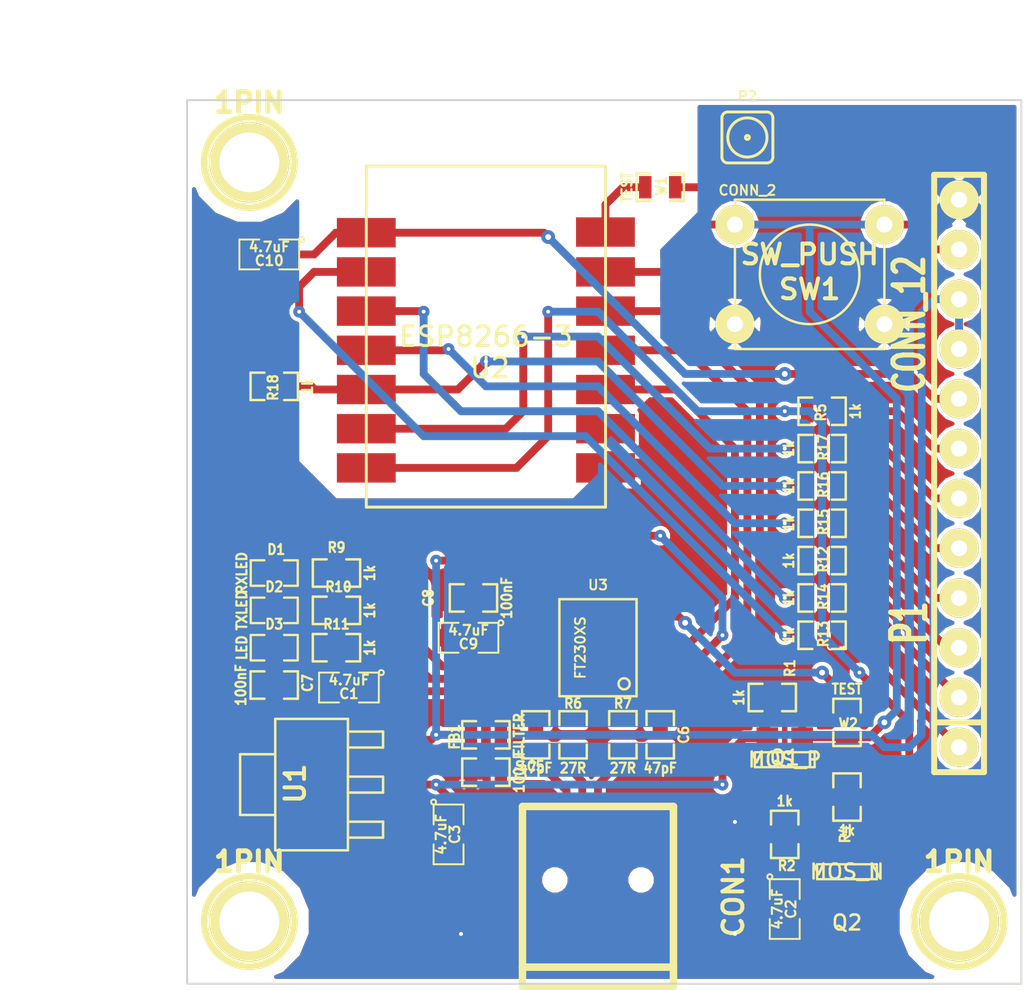
<source format=kicad_pcb>
(kicad_pcb (version 3) (host pcbnew "(2013-may-18)-stable")

  (general
    (links 91)
    (no_connects 1)
    (area 56.464999 57.099999 99.110001 102.285001)
    (thickness 1.6)
    (drawings 6)
    (tracks 293)
    (zones 0)
    (modules 44)
    (nets 39)
  )

  (page A3)
  (layers
    (15 Dessus.Cu signal)
    (0 Dessous.Cu signal)
    (16 B.Adhes user)
    (17 F.Adhes user)
    (18 B.Paste user)
    (19 F.Paste user)
    (20 B.SilkS user)
    (21 F.SilkS user)
    (22 B.Mask user)
    (23 F.Mask user)
    (24 Dwgs.User user)
    (25 Cmts.User user)
    (26 Eco1.User user)
    (27 Eco2.User user)
    (28 Edge.Cuts user)
  )

  (setup
    (last_trace_width 0.4)
    (user_trace_width 0.3)
    (user_trace_width 0.4)
    (user_trace_width 0.5)
    (user_trace_width 0.7)
    (user_trace_width 1)
    (trace_clearance 0.2)
    (zone_clearance 0.2)
    (zone_45_only no)
    (trace_min 0.2)
    (segment_width 0.2)
    (edge_width 0.1)
    (via_size 0.7)
    (via_drill 0.3)
    (via_min_size 0.6)
    (via_min_drill 0.2)
    (user_via 0.6 0.2)
    (uvia_size 0.508)
    (uvia_drill 0.127)
    (uvias_allowed no)
    (uvia_min_size 0.508)
    (uvia_min_drill 0.127)
    (pcb_text_width 0.3)
    (pcb_text_size 1.5 1.5)
    (mod_edge_width 0.15)
    (mod_text_size 1 1)
    (mod_text_width 0.15)
    (pad_size 4.064 4.064)
    (pad_drill 3.048)
    (pad_to_mask_clearance 0.1)
    (solder_mask_min_width 0.2)
    (aux_axis_origin 0 0)
    (visible_elements 7FFE7FFD)
    (pcbplotparams
      (layerselection 32769)
      (usegerberextensions false)
      (excludeedgelayer true)
      (linewidth 0.150000)
      (plotframeref false)
      (viasonmask false)
      (mode 1)
      (useauxorigin false)
      (hpglpennumber 1)
      (hpglpenspeed 20)
      (hpglpendiameter 15)
      (hpglpenoverlay 2)
      (psnegative false)
      (psa4output false)
      (plotreference true)
      (plotvalue false)
      (plotothertext true)
      (plotinvisibletext false)
      (padsonsilk false)
      (subtractmaskfromsilk false)
      (outputformat 5)
      (mirror false)
      (drillshape 2)
      (scaleselection 1)
      (outputdirectory plot))
  )

  (net 0 "")
  (net 1 +3.3V)
  (net 2 CON_GPIO0)
  (net 3 CON_GPIO12)
  (net 4 CON_GPIO13)
  (net 5 CON_GPIO14)
  (net 6 CON_GPIO15)
  (net 7 CON_GPIO18)
  (net 8 CON_GPIO2)
  (net 9 FT230_RX)
  (net 10 FT230_TX)
  (net 11 GND)
  (net 12 GPIO0)
  (net 13 N-0000010)
  (net 14 N-0000011)
  (net 15 N-0000012)
  (net 16 N-0000013)
  (net 17 N-0000014)
  (net 18 N-0000015)
  (net 19 N-0000024)
  (net 20 N-0000026)
  (net 21 N-0000027)
  (net 22 N-0000028)
  (net 23 N-0000029)
  (net 24 N-000003)
  (net 25 N-0000030)
  (net 26 N-0000032)
  (net 27 N-0000033)
  (net 28 N-0000034)
  (net 29 N-0000035)
  (net 30 N-0000036)
  (net 31 N-0000037)
  (net 32 N-000004)
  (net 33 N-000005)
  (net 34 N-000006)
  (net 35 N-000009)
  (net 36 PROG_SW)
  (net 37 VCC)
  (net 38 VDD)

  (net_class Default "Ceci est la Netclass par défaut"
    (clearance 0.2)
    (trace_width 0.2)
    (via_dia 0.7)
    (via_drill 0.3)
    (uvia_dia 0.508)
    (uvia_drill 0.127)
    (add_net "")
    (add_net +3.3V)
    (add_net CON_GPIO0)
    (add_net CON_GPIO12)
    (add_net CON_GPIO13)
    (add_net CON_GPIO14)
    (add_net CON_GPIO15)
    (add_net CON_GPIO18)
    (add_net CON_GPIO2)
    (add_net FT230_RX)
    (add_net FT230_TX)
    (add_net GND)
    (add_net GPIO0)
    (add_net N-0000010)
    (add_net N-0000011)
    (add_net N-0000012)
    (add_net N-0000013)
    (add_net N-0000014)
    (add_net N-0000015)
    (add_net N-0000024)
    (add_net N-0000026)
    (add_net N-0000027)
    (add_net N-0000028)
    (add_net N-0000029)
    (add_net N-000003)
    (add_net N-0000030)
    (add_net N-0000032)
    (add_net N-0000033)
    (add_net N-0000034)
    (add_net N-0000035)
    (add_net N-0000036)
    (add_net N-0000037)
    (add_net N-000004)
    (add_net N-000005)
    (add_net N-000006)
    (add_net N-000009)
    (add_net PROG_SW)
    (add_net VCC)
    (add_net VDD)
  )

  (module ESP8266-3 (layer Dessus.Cu) (tedit 5477A93D) (tstamp 5469B66C)
    (at 71.755 69.215)
    (path /5468E6CC)
    (fp_text reference U2 (at 0.2 1.6) (layer F.SilkS)
      (effects (font (size 1 1) (thickness 0.15)))
    )
    (fp_text value ESP8266-3 (at 0 0) (layer F.SilkS)
      (effects (font (size 1 1) (thickness 0.15)))
    )
    (fp_line (start -6.1 -8.7) (end 6.1 -8.7) (layer F.SilkS) (width 0.15))
    (fp_line (start 6.1 -8.7) (end 6.1 8.7) (layer F.SilkS) (width 0.15))
    (fp_line (start 6.1 8.7) (end -6.1 8.7) (layer F.SilkS) (width 0.15))
    (fp_line (start -6.1 8.7) (end -6.1 -8.7) (layer F.SilkS) (width 0.15))
    (pad 1 smd rect (at 6.1 6.7) (size 3 1.5)
      (layers Dessus.Cu F.Paste F.Mask)
      (net 11 GND)
    )
    (pad 2 smd rect (at 6.1 4.7) (size 3 1.5)
      (layers Dessus.Cu F.Paste F.Mask)
    )
    (pad 3 smd rect (at 6.1 2.7) (size 3 1.5)
      (layers Dessus.Cu F.Paste F.Mask)
      (net 9 FT230_RX)
    )
    (pad 4 smd rect (at 6.1 0.7) (size 3 1.5)
      (layers Dessus.Cu F.Paste F.Mask)
      (net 10 FT230_TX)
    )
    (pad 5 smd rect (at 6.1 -1.3) (size 3 1.5)
      (layers Dessus.Cu F.Paste F.Mask)
      (net 28 N-0000034)
    )
    (pad 6 smd rect (at 6.1 -3.3) (size 3 1.5)
      (layers Dessus.Cu F.Paste F.Mask)
      (net 36 PROG_SW)
    )
    (pad 8 smd rect (at -6.1 -5.3) (size 3 1.5)
      (layers Dessus.Cu F.Paste F.Mask)
      (net 1 +3.3V)
    )
    (pad 9 smd rect (at -6.1 -3.3) (size 3 1.5)
      (layers Dessus.Cu F.Paste F.Mask)
      (net 29 N-0000035)
    )
    (pad 10 smd rect (at -6.1 -1.3) (size 3 1.5)
      (layers Dessus.Cu F.Paste F.Mask)
      (net 27 N-0000033)
    )
    (pad 11 smd rect (at -6.1 0.7) (size 3 1.5)
      (layers Dessus.Cu F.Paste F.Mask)
      (net 30 N-0000036)
    )
    (pad 12 smd rect (at -6.1 2.7) (size 3 1.5)
      (layers Dessus.Cu F.Paste F.Mask)
      (net 31 N-0000037)
    )
    (pad 13 smd rect (at -6.1 4.7) (size 3 1.5)
      (layers Dessus.Cu F.Paste F.Mask)
      (net 35 N-000009)
    )
    (pad 14 smd rect (at -6.1 6.7) (size 3 1.5)
      (layers Dessus.Cu F.Paste F.Mask)
      (net 12 GPIO0)
    )
    (pad 7 smd rect (at 6.096 -5.334) (size 3 1.5)
      (layers Dessus.Cu F.Paste F.Mask)
      (net 19 N-0000024)
    )
  )

  (module ssop-16 (layer Dessus.Cu) (tedit 54692FA2) (tstamp 5469B519)
    (at 77.47 85.09 90)
    (descr SSOP-16)
    (path /54692F2B)
    (attr smd)
    (fp_text reference U3 (at 3.2 0 180) (layer F.SilkS)
      (effects (font (size 0.50038 0.50038) (thickness 0.09906)))
    )
    (fp_text value FT230XS (at 0 -0.89916 90) (layer F.SilkS)
      (effects (font (size 0.50038 0.50038) (thickness 0.09906)))
    )
    (fp_line (start -2.4765 1.9685) (end 2.4765 1.9685) (layer F.SilkS) (width 0.127))
    (fp_line (start 2.4765 1.9685) (end 2.4765 -1.9685) (layer F.SilkS) (width 0.127))
    (fp_line (start 2.4765 -1.9685) (end -2.4765 -1.9685) (layer F.SilkS) (width 0.127))
    (fp_line (start -2.4765 -1.9685) (end -2.4765 1.9685) (layer F.SilkS) (width 0.127))
    (fp_circle (center -1.8415 1.3335) (end -1.9685 1.5875) (layer F.SilkS) (width 0.127))
    (pad 4 smd rect (at -0.3175 2.667 90) (size 0.4064 1.651)
      (layers Dessus.Cu F.Paste F.Mask)
      (net 9 FT230_RX)
    )
    (pad 5 smd rect (at 0.3175 2.667 90) (size 0.4064 1.651)
      (layers Dessus.Cu F.Paste F.Mask)
      (net 11 GND)
    )
    (pad 6 smd rect (at 0.9525 2.667 90) (size 0.4064 1.651)
      (layers Dessus.Cu F.Paste F.Mask)
    )
    (pad 7 smd rect (at 1.5875 2.667 90) (size 0.4064 1.651)
      (layers Dessus.Cu F.Paste F.Mask)
      (net 20 N-0000026)
    )
    (pad 16 smd rect (at -2.2225 -2.667 90) (size 0.4064 1.651)
      (layers Dessus.Cu F.Paste F.Mask)
      (net 21 N-0000027)
    )
    (pad 1 smd rect (at -2.2225 2.667 90) (size 0.4064 1.651)
      (layers Dessus.Cu F.Paste F.Mask)
      (net 10 FT230_TX)
    )
    (pad 2 smd rect (at -1.5875 2.667 90) (size 0.4064 1.651)
      (layers Dessus.Cu F.Paste F.Mask)
    )
    (pad 3 smd rect (at -0.9525 2.667 90) (size 0.4064 1.651)
      (layers Dessus.Cu F.Paste F.Mask)
      (net 13 N-0000010)
    )
    (pad 9 smd rect (at 2.2225 -2.667 90) (size 0.4064 1.651)
      (layers Dessus.Cu F.Paste F.Mask)
      (net 34 N-000006)
    )
    (pad 10 smd rect (at 1.5875 -2.667 90) (size 0.4064 1.651)
      (layers Dessus.Cu F.Paste F.Mask)
      (net 13 N-0000010)
    )
    (pad 11 smd rect (at 0.9525 -2.667 90) (size 0.4064 1.651)
      (layers Dessus.Cu F.Paste F.Mask)
      (net 13 N-0000010)
    )
    (pad 12 smd rect (at 0.3175 -2.667 90) (size 0.4064 1.651)
      (layers Dessus.Cu F.Paste F.Mask)
      (net 37 VCC)
    )
    (pad 13 smd rect (at -0.3175 -2.667 90) (size 0.4064 1.651)
      (layers Dessus.Cu F.Paste F.Mask)
      (net 11 GND)
    )
    (pad 14 smd rect (at -0.9525 -2.667 90) (size 0.4064 1.651)
      (layers Dessus.Cu F.Paste F.Mask)
      (net 22 N-0000028)
    )
    (pad 8 smd rect (at 2.2225 2.667 90) (size 0.4064 1.651)
      (layers Dessus.Cu F.Paste F.Mask)
      (net 33 N-000005)
    )
    (pad 15 smd rect (at -1.5875 -2.667 90) (size 0.4064 1.651)
      (layers Dessus.Cu F.Paste F.Mask)
      (net 23 N-0000029)
    )
    (model smd/smd_dil/ssop-16.wrl
      (at (xyz 0 0 0))
      (scale (xyz 1 1 1))
      (rotate (xyz 0 0 0))
    )
  )

  (module SOT23GDS_L (layer Dessus.Cu) (tedit 54692F82) (tstamp 547A65BE)
    (at 90.17 96.52 180)
    (descr "Module CMS SOT23 Transistore EBC")
    (tags "CMS SOT")
    (path /5468E741)
    (attr smd)
    (fp_text reference Q2 (at 0 -2.6 180) (layer F.SilkS)
      (effects (font (size 0.762 0.762) (thickness 0.12954)))
    )
    (fp_text value MOS_N (at 0 0 180) (layer F.SilkS)
      (effects (font (size 0.762 0.762) (thickness 0.12954)))
    )
    (fp_line (start -1.524 -0.381) (end 1.524 -0.381) (layer F.SilkS) (width 0.11938))
    (fp_line (start 1.524 -0.381) (end 1.524 0.381) (layer F.SilkS) (width 0.11938))
    (fp_line (start 1.524 0.381) (end -1.524 0.381) (layer F.SilkS) (width 0.11938))
    (fp_line (start -1.524 0.381) (end -1.524 -0.381) (layer F.SilkS) (width 0.11938))
    (pad S smd rect (at -0.889 -1.1 180) (size 1.1 1.1)
      (layers Dessus.Cu F.Paste F.Mask)
      (net 11 GND)
    )
    (pad G smd rect (at 0.889 -1.1 180) (size 1.1 1.1)
      (layers Dessus.Cu F.Paste F.Mask)
      (net 17 N-0000014)
    )
    (pad D smd rect (at 0 1.1 180) (size 1.1 1.1)
      (layers Dessus.Cu F.Paste F.Mask)
      (net 16 N-0000013)
    )
    (model smd/cms_sot23.wrl
      (at (xyz 0 0 0))
      (scale (xyz 0.13 0.15 0.15))
      (rotate (xyz 0 0 0))
    )
  )

  (module SOT23GDS_L (layer Dessus.Cu) (tedit 54692F7F) (tstamp 547A65E2)
    (at 86.995 90.805)
    (descr "Module CMS SOT23 Transistore EBC")
    (tags "CMS SOT")
    (path /5468E750)
    (attr smd)
    (fp_text reference Q1 (at 0 -0.1) (layer F.SilkS)
      (effects (font (size 0.762 0.762) (thickness 0.12954)))
    )
    (fp_text value MOS_P (at 0 0) (layer F.SilkS)
      (effects (font (size 0.762 0.762) (thickness 0.12954)))
    )
    (fp_line (start -1.524 -0.381) (end 1.524 -0.381) (layer F.SilkS) (width 0.11938))
    (fp_line (start 1.524 -0.381) (end 1.524 0.381) (layer F.SilkS) (width 0.11938))
    (fp_line (start 1.524 0.381) (end -1.524 0.381) (layer F.SilkS) (width 0.11938))
    (fp_line (start -1.524 0.381) (end -1.524 -0.381) (layer F.SilkS) (width 0.11938))
    (pad S smd rect (at -0.889 -1.1) (size 1.1 1.1)
      (layers Dessus.Cu F.Paste F.Mask)
      (net 1 +3.3V)
    )
    (pad G smd rect (at 0.889 -1.1) (size 1.1 1.1)
      (layers Dessus.Cu F.Paste F.Mask)
      (net 36 PROG_SW)
    )
    (pad D smd rect (at 0 1.1) (size 1.1 1.1)
      (layers Dessus.Cu F.Paste F.Mask)
      (net 18 N-0000015)
    )
    (model smd/cms_sot23.wrl
      (at (xyz 0 0 0))
      (scale (xyz 0.13 0.15 0.15))
      (rotate (xyz 0 0 0))
    )
  )

  (module SM0603_Resistor (layer Dessus.Cu) (tedit 54692FC6) (tstamp 5469180B)
    (at 74.295 89.535 90)
    (path /5468F68A)
    (attr smd)
    (fp_text reference C5 (at -1.6 0 180) (layer F.SilkS)
      (effects (font (size 0.50038 0.4572) (thickness 0.1143)))
    )
    (fp_text value 47pF (at -1.69926 0 180) (layer F.SilkS)
      (effects (font (size 0.508 0.4572) (thickness 0.1143)))
    )
    (fp_line (start -0.50038 -0.6985) (end -1.2065 -0.6985) (layer F.SilkS) (width 0.127))
    (fp_line (start -1.2065 -0.6985) (end -1.2065 0.6985) (layer F.SilkS) (width 0.127))
    (fp_line (start -1.2065 0.6985) (end -0.50038 0.6985) (layer F.SilkS) (width 0.127))
    (fp_line (start 1.2065 -0.6985) (end 0.50038 -0.6985) (layer F.SilkS) (width 0.127))
    (fp_line (start 1.2065 -0.6985) (end 1.2065 0.6985) (layer F.SilkS) (width 0.127))
    (fp_line (start 1.2065 0.6985) (end 0.50038 0.6985) (layer F.SilkS) (width 0.127))
    (pad 1 smd rect (at -0.762 0 90) (size 0.635 1.143)
      (layers Dessus.Cu F.Paste F.Mask)
      (net 24 N-000003)
    )
    (pad 2 smd rect (at 0.762 0 90) (size 0.635 1.143)
      (layers Dessus.Cu F.Paste F.Mask)
      (net 11 GND)
    )
    (model smd\resistors\R0603.wrl
      (at (xyz 0 0 0.001))
      (scale (xyz 0.5 0.5 0.5))
      (rotate (xyz 0 0 0))
    )
  )

  (module SM0603_Resistor (layer Dessus.Cu) (tedit 54692FA5) (tstamp 54691847)
    (at 64.135 81.28 180)
    (path /5468FD35)
    (attr smd)
    (fp_text reference R9 (at 0 1.3 180) (layer F.SilkS)
      (effects (font (size 0.50038 0.4572) (thickness 0.1143)))
    )
    (fp_text value 1k (at -1.69926 0 270) (layer F.SilkS)
      (effects (font (size 0.508 0.4572) (thickness 0.1143)))
    )
    (fp_line (start -0.50038 -0.6985) (end -1.2065 -0.6985) (layer F.SilkS) (width 0.127))
    (fp_line (start -1.2065 -0.6985) (end -1.2065 0.6985) (layer F.SilkS) (width 0.127))
    (fp_line (start -1.2065 0.6985) (end -0.50038 0.6985) (layer F.SilkS) (width 0.127))
    (fp_line (start 1.2065 -0.6985) (end 0.50038 -0.6985) (layer F.SilkS) (width 0.127))
    (fp_line (start 1.2065 -0.6985) (end 1.2065 0.6985) (layer F.SilkS) (width 0.127))
    (fp_line (start 1.2065 0.6985) (end 0.50038 0.6985) (layer F.SilkS) (width 0.127))
    (pad 1 smd rect (at -0.762 0 180) (size 0.635 1.143)
      (layers Dessus.Cu F.Paste F.Mask)
      (net 22 N-0000028)
    )
    (pad 2 smd rect (at 0.762 0 180) (size 0.635 1.143)
      (layers Dessus.Cu F.Paste F.Mask)
      (net 15 N-0000012)
    )
    (model smd\resistors\R0603.wrl
      (at (xyz 0 0 0.001))
      (scale (xyz 0.5 0.5 0.5))
      (rotate (xyz 0 0 0))
    )
  )

  (module SM0603_Resistor (layer Dessus.Cu) (tedit 54692FA6) (tstamp 54691853)
    (at 64.135 83.185 180)
    (path /5468FD2F)
    (attr smd)
    (fp_text reference R10 (at -0.1 1.2 180) (layer F.SilkS)
      (effects (font (size 0.50038 0.4572) (thickness 0.1143)))
    )
    (fp_text value 1k (at -1.69926 0 270) (layer F.SilkS)
      (effects (font (size 0.508 0.4572) (thickness 0.1143)))
    )
    (fp_line (start -0.50038 -0.6985) (end -1.2065 -0.6985) (layer F.SilkS) (width 0.127))
    (fp_line (start -1.2065 -0.6985) (end -1.2065 0.6985) (layer F.SilkS) (width 0.127))
    (fp_line (start -1.2065 0.6985) (end -0.50038 0.6985) (layer F.SilkS) (width 0.127))
    (fp_line (start 1.2065 -0.6985) (end 0.50038 -0.6985) (layer F.SilkS) (width 0.127))
    (fp_line (start 1.2065 -0.6985) (end 1.2065 0.6985) (layer F.SilkS) (width 0.127))
    (fp_line (start 1.2065 0.6985) (end 0.50038 0.6985) (layer F.SilkS) (width 0.127))
    (pad 1 smd rect (at -0.762 0 180) (size 0.635 1.143)
      (layers Dessus.Cu F.Paste F.Mask)
      (net 23 N-0000029)
    )
    (pad 2 smd rect (at 0.762 0 180) (size 0.635 1.143)
      (layers Dessus.Cu F.Paste F.Mask)
      (net 26 N-0000032)
    )
    (model smd\resistors\R0603.wrl
      (at (xyz 0 0 0.001))
      (scale (xyz 0.5 0.5 0.5))
      (rotate (xyz 0 0 0))
    )
  )

  (module SM0603_Resistor (layer Dessus.Cu) (tedit 54692FAC) (tstamp 5469185F)
    (at 64.135 85.09 180)
    (path /5468FCC5)
    (attr smd)
    (fp_text reference R11 (at 0 1.2 180) (layer F.SilkS)
      (effects (font (size 0.50038 0.4572) (thickness 0.1143)))
    )
    (fp_text value 1k (at -1.69926 0 270) (layer F.SilkS)
      (effects (font (size 0.508 0.4572) (thickness 0.1143)))
    )
    (fp_line (start -0.50038 -0.6985) (end -1.2065 -0.6985) (layer F.SilkS) (width 0.127))
    (fp_line (start -1.2065 -0.6985) (end -1.2065 0.6985) (layer F.SilkS) (width 0.127))
    (fp_line (start -1.2065 0.6985) (end -0.50038 0.6985) (layer F.SilkS) (width 0.127))
    (fp_line (start 1.2065 -0.6985) (end 0.50038 -0.6985) (layer F.SilkS) (width 0.127))
    (fp_line (start 1.2065 -0.6985) (end 1.2065 0.6985) (layer F.SilkS) (width 0.127))
    (fp_line (start 1.2065 0.6985) (end 0.50038 0.6985) (layer F.SilkS) (width 0.127))
    (pad 1 smd rect (at -0.762 0 180) (size 0.635 1.143)
      (layers Dessus.Cu F.Paste F.Mask)
      (net 21 N-0000027)
    )
    (pad 2 smd rect (at 0.762 0 180) (size 0.635 1.143)
      (layers Dessus.Cu F.Paste F.Mask)
      (net 14 N-0000011)
    )
    (model smd\resistors\R0603.wrl
      (at (xyz 0 0 0.001))
      (scale (xyz 0.5 0.5 0.5))
      (rotate (xyz 0 0 0))
    )
  )

  (module SM0603_Resistor (layer Dessus.Cu) (tedit 54692F9C) (tstamp 5469186B)
    (at 60.96 86.995)
    (path /5468F9F4)
    (attr smd)
    (fp_text reference C7 (at 1.7 -0.1 90) (layer F.SilkS)
      (effects (font (size 0.50038 0.4572) (thickness 0.1143)))
    )
    (fp_text value 100nF (at -1.69926 0 90) (layer F.SilkS)
      (effects (font (size 0.508 0.4572) (thickness 0.1143)))
    )
    (fp_line (start -0.50038 -0.6985) (end -1.2065 -0.6985) (layer F.SilkS) (width 0.127))
    (fp_line (start -1.2065 -0.6985) (end -1.2065 0.6985) (layer F.SilkS) (width 0.127))
    (fp_line (start -1.2065 0.6985) (end -0.50038 0.6985) (layer F.SilkS) (width 0.127))
    (fp_line (start 1.2065 -0.6985) (end 0.50038 -0.6985) (layer F.SilkS) (width 0.127))
    (fp_line (start 1.2065 -0.6985) (end 1.2065 0.6985) (layer F.SilkS) (width 0.127))
    (fp_line (start 1.2065 0.6985) (end 0.50038 0.6985) (layer F.SilkS) (width 0.127))
    (pad 1 smd rect (at -0.762 0) (size 0.635 1.143)
      (layers Dessus.Cu F.Paste F.Mask)
      (net 13 N-0000010)
    )
    (pad 2 smd rect (at 0.762 0) (size 0.635 1.143)
      (layers Dessus.Cu F.Paste F.Mask)
      (net 11 GND)
    )
    (model smd\resistors\R0603.wrl
      (at (xyz 0 0 0.001))
      (scale (xyz 0.5 0.5 0.5))
      (rotate (xyz 0 0 0))
    )
  )

  (module SM0603_Resistor (layer Dessus.Cu) (tedit 54692FBE) (tstamp 54691877)
    (at 78.74 89.535 90)
    (path /5468F82E)
    (attr smd)
    (fp_text reference R7 (at 1.6 0 180) (layer F.SilkS)
      (effects (font (size 0.50038 0.4572) (thickness 0.1143)))
    )
    (fp_text value 27R (at -1.69926 0 180) (layer F.SilkS)
      (effects (font (size 0.508 0.4572) (thickness 0.1143)))
    )
    (fp_line (start -0.50038 -0.6985) (end -1.2065 -0.6985) (layer F.SilkS) (width 0.127))
    (fp_line (start -1.2065 -0.6985) (end -1.2065 0.6985) (layer F.SilkS) (width 0.127))
    (fp_line (start -1.2065 0.6985) (end -0.50038 0.6985) (layer F.SilkS) (width 0.127))
    (fp_line (start 1.2065 -0.6985) (end 0.50038 -0.6985) (layer F.SilkS) (width 0.127))
    (fp_line (start 1.2065 -0.6985) (end 1.2065 0.6985) (layer F.SilkS) (width 0.127))
    (fp_line (start 1.2065 0.6985) (end 0.50038 0.6985) (layer F.SilkS) (width 0.127))
    (pad 1 smd rect (at -0.762 0 90) (size 0.635 1.143)
      (layers Dessus.Cu F.Paste F.Mask)
      (net 32 N-000004)
    )
    (pad 2 smd rect (at 0.762 0 90) (size 0.635 1.143)
      (layers Dessus.Cu F.Paste F.Mask)
      (net 33 N-000005)
    )
    (model smd\resistors\R0603.wrl
      (at (xyz 0 0 0.001))
      (scale (xyz 0.5 0.5 0.5))
      (rotate (xyz 0 0 0))
    )
  )

  (module SM0603_Resistor (layer Dessus.Cu) (tedit 54692FBC) (tstamp 54691883)
    (at 76.2 89.535 90)
    (path /5468F812)
    (attr smd)
    (fp_text reference R6 (at 1.6 0 180) (layer F.SilkS)
      (effects (font (size 0.50038 0.4572) (thickness 0.1143)))
    )
    (fp_text value 27R (at -1.69926 0 180) (layer F.SilkS)
      (effects (font (size 0.508 0.4572) (thickness 0.1143)))
    )
    (fp_line (start -0.50038 -0.6985) (end -1.2065 -0.6985) (layer F.SilkS) (width 0.127))
    (fp_line (start -1.2065 -0.6985) (end -1.2065 0.6985) (layer F.SilkS) (width 0.127))
    (fp_line (start -1.2065 0.6985) (end -0.50038 0.6985) (layer F.SilkS) (width 0.127))
    (fp_line (start 1.2065 -0.6985) (end 0.50038 -0.6985) (layer F.SilkS) (width 0.127))
    (fp_line (start 1.2065 -0.6985) (end 1.2065 0.6985) (layer F.SilkS) (width 0.127))
    (fp_line (start 1.2065 0.6985) (end 0.50038 0.6985) (layer F.SilkS) (width 0.127))
    (pad 1 smd rect (at -0.762 0 90) (size 0.635 1.143)
      (layers Dessus.Cu F.Paste F.Mask)
      (net 24 N-000003)
    )
    (pad 2 smd rect (at 0.762 0 90) (size 0.635 1.143)
      (layers Dessus.Cu F.Paste F.Mask)
      (net 34 N-000006)
    )
    (model smd\resistors\R0603.wrl
      (at (xyz 0 0 0.001))
      (scale (xyz 0.5 0.5 0.5))
      (rotate (xyz 0 0 0))
    )
  )

  (module SM0603_Resistor (layer Dessus.Cu) (tedit 54692FC3) (tstamp 5469188F)
    (at 80.645 89.535 90)
    (path /5468F696)
    (attr smd)
    (fp_text reference C6 (at 0 1.2 90) (layer F.SilkS)
      (effects (font (size 0.50038 0.4572) (thickness 0.1143)))
    )
    (fp_text value 47pF (at -1.69926 0 180) (layer F.SilkS)
      (effects (font (size 0.508 0.4572) (thickness 0.1143)))
    )
    (fp_line (start -0.50038 -0.6985) (end -1.2065 -0.6985) (layer F.SilkS) (width 0.127))
    (fp_line (start -1.2065 -0.6985) (end -1.2065 0.6985) (layer F.SilkS) (width 0.127))
    (fp_line (start -1.2065 0.6985) (end -0.50038 0.6985) (layer F.SilkS) (width 0.127))
    (fp_line (start 1.2065 -0.6985) (end 0.50038 -0.6985) (layer F.SilkS) (width 0.127))
    (fp_line (start 1.2065 -0.6985) (end 1.2065 0.6985) (layer F.SilkS) (width 0.127))
    (fp_line (start 1.2065 0.6985) (end 0.50038 0.6985) (layer F.SilkS) (width 0.127))
    (pad 1 smd rect (at -0.762 0 90) (size 0.635 1.143)
      (layers Dessus.Cu F.Paste F.Mask)
      (net 32 N-000004)
    )
    (pad 2 smd rect (at 0.762 0 90) (size 0.635 1.143)
      (layers Dessus.Cu F.Paste F.Mask)
      (net 11 GND)
    )
    (model smd\resistors\R0603.wrl
      (at (xyz 0 0 0.001))
      (scale (xyz 0.5 0.5 0.5))
      (rotate (xyz 0 0 0))
    )
  )

  (module SM0603_Resistor (layer Dessus.Cu) (tedit 54692FA0) (tstamp 546918A7)
    (at 71.12 82.55 180)
    (path /5468F435)
    (attr smd)
    (fp_text reference C8 (at 2.3 0 270) (layer F.SilkS)
      (effects (font (size 0.50038 0.4572) (thickness 0.1143)))
    )
    (fp_text value 100nF (at -1.69926 0 270) (layer F.SilkS)
      (effects (font (size 0.508 0.4572) (thickness 0.1143)))
    )
    (fp_line (start -0.50038 -0.6985) (end -1.2065 -0.6985) (layer F.SilkS) (width 0.127))
    (fp_line (start -1.2065 -0.6985) (end -1.2065 0.6985) (layer F.SilkS) (width 0.127))
    (fp_line (start -1.2065 0.6985) (end -0.50038 0.6985) (layer F.SilkS) (width 0.127))
    (fp_line (start 1.2065 -0.6985) (end 0.50038 -0.6985) (layer F.SilkS) (width 0.127))
    (fp_line (start 1.2065 -0.6985) (end 1.2065 0.6985) (layer F.SilkS) (width 0.127))
    (fp_line (start 1.2065 0.6985) (end 0.50038 0.6985) (layer F.SilkS) (width 0.127))
    (pad 1 smd rect (at -0.762 0 180) (size 0.635 1.143)
      (layers Dessus.Cu F.Paste F.Mask)
      (net 37 VCC)
    )
    (pad 2 smd rect (at 0.762 0 180) (size 0.635 1.143)
      (layers Dessus.Cu F.Paste F.Mask)
      (net 11 GND)
    )
    (model smd\resistors\R0603.wrl
      (at (xyz 0 0 0.001))
      (scale (xyz 0.5 0.5 0.5))
      (rotate (xyz 0 0 0))
    )
  )

  (module SM0603_Resistor (layer Dessus.Cu) (tedit 54692FC8) (tstamp 546918B3)
    (at 71.755 91.44 180)
    (path /5468F2FC)
    (attr smd)
    (fp_text reference C4 (at -1.8 0 270) (layer F.SilkS)
      (effects (font (size 0.50038 0.4572) (thickness 0.1143)))
    )
    (fp_text value 100nF (at -1.69926 0 270) (layer F.SilkS)
      (effects (font (size 0.508 0.4572) (thickness 0.1143)))
    )
    (fp_line (start -0.50038 -0.6985) (end -1.2065 -0.6985) (layer F.SilkS) (width 0.127))
    (fp_line (start -1.2065 -0.6985) (end -1.2065 0.6985) (layer F.SilkS) (width 0.127))
    (fp_line (start -1.2065 0.6985) (end -0.50038 0.6985) (layer F.SilkS) (width 0.127))
    (fp_line (start 1.2065 -0.6985) (end 0.50038 -0.6985) (layer F.SilkS) (width 0.127))
    (fp_line (start 1.2065 -0.6985) (end 1.2065 0.6985) (layer F.SilkS) (width 0.127))
    (fp_line (start 1.2065 0.6985) (end 0.50038 0.6985) (layer F.SilkS) (width 0.127))
    (pad 1 smd rect (at -0.762 0 180) (size 0.635 1.143)
      (layers Dessus.Cu F.Paste F.Mask)
      (net 38 VDD)
    )
    (pad 2 smd rect (at 0.762 0 180) (size 0.635 1.143)
      (layers Dessus.Cu F.Paste F.Mask)
      (net 11 GND)
    )
    (model smd\resistors\R0603.wrl
      (at (xyz 0 0 0.001))
      (scale (xyz 0.5 0.5 0.5))
      (rotate (xyz 0 0 0))
    )
  )

  (module SM0603_Resistor (layer Dessus.Cu) (tedit 54692FB7) (tstamp 546918BF)
    (at 71.755 89.535 180)
    (path /5468F25D)
    (attr smd)
    (fp_text reference FB1 (at 1.6 -0.1 270) (layer F.SilkS)
      (effects (font (size 0.50038 0.4572) (thickness 0.1143)))
    )
    (fp_text value FILTER (at -1.69926 0 270) (layer F.SilkS)
      (effects (font (size 0.508 0.4572) (thickness 0.1143)))
    )
    (fp_line (start -0.50038 -0.6985) (end -1.2065 -0.6985) (layer F.SilkS) (width 0.127))
    (fp_line (start -1.2065 -0.6985) (end -1.2065 0.6985) (layer F.SilkS) (width 0.127))
    (fp_line (start -1.2065 0.6985) (end -0.50038 0.6985) (layer F.SilkS) (width 0.127))
    (fp_line (start 1.2065 -0.6985) (end 0.50038 -0.6985) (layer F.SilkS) (width 0.127))
    (fp_line (start 1.2065 -0.6985) (end 1.2065 0.6985) (layer F.SilkS) (width 0.127))
    (fp_line (start 1.2065 0.6985) (end 0.50038 0.6985) (layer F.SilkS) (width 0.127))
    (pad 1 smd rect (at -0.762 0 180) (size 0.635 1.143)
      (layers Dessus.Cu F.Paste F.Mask)
      (net 38 VDD)
    )
    (pad 2 smd rect (at 0.762 0 180) (size 0.635 1.143)
      (layers Dessus.Cu F.Paste F.Mask)
      (net 37 VCC)
    )
    (model smd\resistors\R0603.wrl
      (at (xyz 0 0 0.001))
      (scale (xyz 0.5 0.5 0.5))
      (rotate (xyz 0 0 0))
    )
  )

  (module SM0603_Resistor (layer Dessus.Cu) (tedit 54692FDF) (tstamp 546918D7)
    (at 90.17 92.71 90)
    (path /5468E8E1)
    (attr smd)
    (fp_text reference R4 (at -1.9 -0.1 90) (layer F.SilkS)
      (effects (font (size 0.50038 0.4572) (thickness 0.1143)))
    )
    (fp_text value 1k (at -1.69926 0 180) (layer F.SilkS)
      (effects (font (size 0.508 0.4572) (thickness 0.1143)))
    )
    (fp_line (start -0.50038 -0.6985) (end -1.2065 -0.6985) (layer F.SilkS) (width 0.127))
    (fp_line (start -1.2065 -0.6985) (end -1.2065 0.6985) (layer F.SilkS) (width 0.127))
    (fp_line (start -1.2065 0.6985) (end -0.50038 0.6985) (layer F.SilkS) (width 0.127))
    (fp_line (start 1.2065 -0.6985) (end 0.50038 -0.6985) (layer F.SilkS) (width 0.127))
    (fp_line (start 1.2065 -0.6985) (end 1.2065 0.6985) (layer F.SilkS) (width 0.127))
    (fp_line (start 1.2065 0.6985) (end 0.50038 0.6985) (layer F.SilkS) (width 0.127))
    (pad 1 smd rect (at -0.762 0 90) (size 0.635 1.143)
      (layers Dessus.Cu F.Paste F.Mask)
      (net 16 N-0000013)
    )
    (pad 2 smd rect (at 0.762 0 90) (size 0.635 1.143)
      (layers Dessus.Cu F.Paste F.Mask)
      (net 12 GPIO0)
    )
    (model smd\resistors\R0603.wrl
      (at (xyz 0 0 0.001))
      (scale (xyz 0.5 0.5 0.5))
      (rotate (xyz 0 0 0))
    )
  )

  (module SM0603_Resistor (layer Dessus.Cu) (tedit 54692FD9) (tstamp 547A65EF)
    (at 86.995 94.615 270)
    (path /5468E837)
    (attr smd)
    (fp_text reference R2 (at 1.6 -0.1 360) (layer F.SilkS)
      (effects (font (size 0.50038 0.4572) (thickness 0.1143)))
    )
    (fp_text value 1k (at -1.69926 0 360) (layer F.SilkS)
      (effects (font (size 0.508 0.4572) (thickness 0.1143)))
    )
    (fp_line (start -0.50038 -0.6985) (end -1.2065 -0.6985) (layer F.SilkS) (width 0.127))
    (fp_line (start -1.2065 -0.6985) (end -1.2065 0.6985) (layer F.SilkS) (width 0.127))
    (fp_line (start -1.2065 0.6985) (end -0.50038 0.6985) (layer F.SilkS) (width 0.127))
    (fp_line (start 1.2065 -0.6985) (end 0.50038 -0.6985) (layer F.SilkS) (width 0.127))
    (fp_line (start 1.2065 -0.6985) (end 1.2065 0.6985) (layer F.SilkS) (width 0.127))
    (fp_line (start 1.2065 0.6985) (end 0.50038 0.6985) (layer F.SilkS) (width 0.127))
    (pad 1 smd rect (at -0.762 0 270) (size 0.635 1.143)
      (layers Dessus.Cu F.Paste F.Mask)
      (net 18 N-0000015)
    )
    (pad 2 smd rect (at 0.762 0 270) (size 0.635 1.143)
      (layers Dessus.Cu F.Paste F.Mask)
      (net 17 N-0000014)
    )
    (model smd\resistors\R0603.wrl
      (at (xyz 0 0 0.001))
      (scale (xyz 0.5 0.5 0.5))
      (rotate (xyz 0 0 0))
    )
  )

  (module SM0603_Resistor (layer Dessus.Cu) (tedit 54692FDB) (tstamp 546918FB)
    (at 86.36 87.63)
    (path /5468E76E)
    (attr smd)
    (fp_text reference R1 (at 0.9 -1.5 90) (layer F.SilkS)
      (effects (font (size 0.50038 0.4572) (thickness 0.1143)))
    )
    (fp_text value 1k (at -1.69926 0 90) (layer F.SilkS)
      (effects (font (size 0.508 0.4572) (thickness 0.1143)))
    )
    (fp_line (start -0.50038 -0.6985) (end -1.2065 -0.6985) (layer F.SilkS) (width 0.127))
    (fp_line (start -1.2065 -0.6985) (end -1.2065 0.6985) (layer F.SilkS) (width 0.127))
    (fp_line (start -1.2065 0.6985) (end -0.50038 0.6985) (layer F.SilkS) (width 0.127))
    (fp_line (start 1.2065 -0.6985) (end 0.50038 -0.6985) (layer F.SilkS) (width 0.127))
    (fp_line (start 1.2065 -0.6985) (end 1.2065 0.6985) (layer F.SilkS) (width 0.127))
    (fp_line (start 1.2065 0.6985) (end 0.50038 0.6985) (layer F.SilkS) (width 0.127))
    (pad 1 smd rect (at -0.762 0) (size 0.635 1.143)
      (layers Dessus.Cu F.Paste F.Mask)
      (net 1 +3.3V)
    )
    (pad 2 smd rect (at 0.762 0) (size 0.635 1.143)
      (layers Dessus.Cu F.Paste F.Mask)
      (net 36 PROG_SW)
    )
    (model smd\resistors\R0603.wrl
      (at (xyz 0 0 0.001))
      (scale (xyz 0.5 0.5 0.5))
      (rotate (xyz 0 0 0))
    )
  )

  (module SM0603_Capa (layer Dessus.Cu) (tedit 54692FAF) (tstamp 54691913)
    (at 60.96 85.09)
    (path /5468FD9E)
    (attr smd)
    (fp_text reference D3 (at 0 -1.2) (layer F.SilkS)
      (effects (font (size 0.508 0.4572) (thickness 0.1143)))
    )
    (fp_text value LED (at -1.651 0 90) (layer F.SilkS)
      (effects (font (size 0.508 0.4572) (thickness 0.1143)))
    )
    (fp_line (start 0.50038 0.65024) (end 1.19888 0.65024) (layer F.SilkS) (width 0.11938))
    (fp_line (start -0.50038 0.65024) (end -1.19888 0.65024) (layer F.SilkS) (width 0.11938))
    (fp_line (start 0.50038 -0.65024) (end 1.19888 -0.65024) (layer F.SilkS) (width 0.11938))
    (fp_line (start -1.19888 -0.65024) (end -0.50038 -0.65024) (layer F.SilkS) (width 0.11938))
    (fp_line (start 1.19888 -0.635) (end 1.19888 0.635) (layer F.SilkS) (width 0.11938))
    (fp_line (start -1.19888 0.635) (end -1.19888 -0.635) (layer F.SilkS) (width 0.11938))
    (pad 1 smd rect (at -0.762 0) (size 0.635 1.143)
      (layers Dessus.Cu F.Paste F.Mask)
      (net 13 N-0000010)
    )
    (pad 2 smd rect (at 0.762 0) (size 0.635 1.143)
      (layers Dessus.Cu F.Paste F.Mask)
      (net 14 N-0000011)
    )
    (model smd\capacitors\C0603.wrl
      (at (xyz 0 0 0.001))
      (scale (xyz 0.5 0.5 0.5))
      (rotate (xyz 0 0 0))
    )
  )

  (module SM0603_Capa (layer Dessus.Cu) (tedit 54692FAA) (tstamp 5469191F)
    (at 60.96 83.185)
    (path /5468FDC9)
    (attr smd)
    (fp_text reference D2 (at 0 -1.2) (layer F.SilkS)
      (effects (font (size 0.508 0.4572) (thickness 0.1143)))
    )
    (fp_text value TXLED (at -1.651 0 90) (layer F.SilkS)
      (effects (font (size 0.508 0.4572) (thickness 0.1143)))
    )
    (fp_line (start 0.50038 0.65024) (end 1.19888 0.65024) (layer F.SilkS) (width 0.11938))
    (fp_line (start -0.50038 0.65024) (end -1.19888 0.65024) (layer F.SilkS) (width 0.11938))
    (fp_line (start 0.50038 -0.65024) (end 1.19888 -0.65024) (layer F.SilkS) (width 0.11938))
    (fp_line (start -1.19888 -0.65024) (end -0.50038 -0.65024) (layer F.SilkS) (width 0.11938))
    (fp_line (start 1.19888 -0.635) (end 1.19888 0.635) (layer F.SilkS) (width 0.11938))
    (fp_line (start -1.19888 0.635) (end -1.19888 -0.635) (layer F.SilkS) (width 0.11938))
    (pad 1 smd rect (at -0.762 0) (size 0.635 1.143)
      (layers Dessus.Cu F.Paste F.Mask)
      (net 13 N-0000010)
    )
    (pad 2 smd rect (at 0.762 0) (size 0.635 1.143)
      (layers Dessus.Cu F.Paste F.Mask)
      (net 26 N-0000032)
    )
    (model smd\capacitors\C0603.wrl
      (at (xyz 0 0 0.001))
      (scale (xyz 0.5 0.5 0.5))
      (rotate (xyz 0 0 0))
    )
  )

  (module SM0603_Capa (layer Dessus.Cu) (tedit 54692FA8) (tstamp 5469192B)
    (at 60.96 81.28)
    (path /5468FDCF)
    (attr smd)
    (fp_text reference D1 (at 0.1 -1.2) (layer F.SilkS)
      (effects (font (size 0.508 0.4572) (thickness 0.1143)))
    )
    (fp_text value RXLED (at -1.651 0 90) (layer F.SilkS)
      (effects (font (size 0.508 0.4572) (thickness 0.1143)))
    )
    (fp_line (start 0.50038 0.65024) (end 1.19888 0.65024) (layer F.SilkS) (width 0.11938))
    (fp_line (start -0.50038 0.65024) (end -1.19888 0.65024) (layer F.SilkS) (width 0.11938))
    (fp_line (start 0.50038 -0.65024) (end 1.19888 -0.65024) (layer F.SilkS) (width 0.11938))
    (fp_line (start -1.19888 -0.65024) (end -0.50038 -0.65024) (layer F.SilkS) (width 0.11938))
    (fp_line (start 1.19888 -0.635) (end 1.19888 0.635) (layer F.SilkS) (width 0.11938))
    (fp_line (start -1.19888 0.635) (end -1.19888 -0.635) (layer F.SilkS) (width 0.11938))
    (pad 1 smd rect (at -0.762 0) (size 0.635 1.143)
      (layers Dessus.Cu F.Paste F.Mask)
      (net 13 N-0000010)
    )
    (pad 2 smd rect (at 0.762 0) (size 0.635 1.143)
      (layers Dessus.Cu F.Paste F.Mask)
      (net 15 N-0000012)
    )
    (model smd\capacitors\C0603.wrl
      (at (xyz 0 0 0.001))
      (scale (xyz 0.5 0.5 0.5))
      (rotate (xyz 0 0 0))
    )
  )

  (module SM0603_Resistor (layer Dessus.Cu) (tedit 5051B21B) (tstamp 547789AC)
    (at 88.9 80.645)
    (path /54778893)
    (attr smd)
    (fp_text reference R12 (at 0.0635 -0.0635 90) (layer F.SilkS)
      (effects (font (size 0.50038 0.4572) (thickness 0.1143)))
    )
    (fp_text value 1k (at -1.69926 0 90) (layer F.SilkS)
      (effects (font (size 0.508 0.4572) (thickness 0.1143)))
    )
    (fp_line (start -0.50038 -0.6985) (end -1.2065 -0.6985) (layer F.SilkS) (width 0.127))
    (fp_line (start -1.2065 -0.6985) (end -1.2065 0.6985) (layer F.SilkS) (width 0.127))
    (fp_line (start -1.2065 0.6985) (end -0.50038 0.6985) (layer F.SilkS) (width 0.127))
    (fp_line (start 1.2065 -0.6985) (end 0.50038 -0.6985) (layer F.SilkS) (width 0.127))
    (fp_line (start 1.2065 -0.6985) (end 1.2065 0.6985) (layer F.SilkS) (width 0.127))
    (fp_line (start 1.2065 0.6985) (end 0.50038 0.6985) (layer F.SilkS) (width 0.127))
    (pad 1 smd rect (at -0.762 0) (size 0.635 1.143)
      (layers Dessus.Cu F.Paste F.Mask)
      (net 28 N-0000034)
    )
    (pad 2 smd rect (at 0.762 0) (size 0.635 1.143)
      (layers Dessus.Cu F.Paste F.Mask)
      (net 7 CON_GPIO18)
    )
    (model smd\resistors\R0603.wrl
      (at (xyz 0 0 0.001))
      (scale (xyz 0.5 0.5 0.5))
      (rotate (xyz 0 0 0))
    )
  )

  (module SM0603_Resistor (layer Dessus.Cu) (tedit 5051B21B) (tstamp 547789B8)
    (at 88.9 84.455)
    (path /547788A2)
    (attr smd)
    (fp_text reference R13 (at 0.0635 -0.0635 90) (layer F.SilkS)
      (effects (font (size 0.50038 0.4572) (thickness 0.1143)))
    )
    (fp_text value 1k (at -1.69926 0 90) (layer F.SilkS)
      (effects (font (size 0.508 0.4572) (thickness 0.1143)))
    )
    (fp_line (start -0.50038 -0.6985) (end -1.2065 -0.6985) (layer F.SilkS) (width 0.127))
    (fp_line (start -1.2065 -0.6985) (end -1.2065 0.6985) (layer F.SilkS) (width 0.127))
    (fp_line (start -1.2065 0.6985) (end -0.50038 0.6985) (layer F.SilkS) (width 0.127))
    (fp_line (start 1.2065 -0.6985) (end 0.50038 -0.6985) (layer F.SilkS) (width 0.127))
    (fp_line (start 1.2065 -0.6985) (end 1.2065 0.6985) (layer F.SilkS) (width 0.127))
    (fp_line (start 1.2065 0.6985) (end 0.50038 0.6985) (layer F.SilkS) (width 0.127))
    (pad 1 smd rect (at -0.762 0) (size 0.635 1.143)
      (layers Dessus.Cu F.Paste F.Mask)
      (net 29 N-0000035)
    )
    (pad 2 smd rect (at 0.762 0) (size 0.635 1.143)
      (layers Dessus.Cu F.Paste F.Mask)
      (net 5 CON_GPIO14)
    )
    (model smd\resistors\R0603.wrl
      (at (xyz 0 0 0.001))
      (scale (xyz 0.5 0.5 0.5))
      (rotate (xyz 0 0 0))
    )
  )

  (module SM0603_Resistor (layer Dessus.Cu) (tedit 5051B21B) (tstamp 547A66CA)
    (at 88.9 82.55)
    (path /547788B1)
    (attr smd)
    (fp_text reference R14 (at 0.0635 -0.0635 90) (layer F.SilkS)
      (effects (font (size 0.50038 0.4572) (thickness 0.1143)))
    )
    (fp_text value 1k (at -1.69926 0 90) (layer F.SilkS)
      (effects (font (size 0.508 0.4572) (thickness 0.1143)))
    )
    (fp_line (start -0.50038 -0.6985) (end -1.2065 -0.6985) (layer F.SilkS) (width 0.127))
    (fp_line (start -1.2065 -0.6985) (end -1.2065 0.6985) (layer F.SilkS) (width 0.127))
    (fp_line (start -1.2065 0.6985) (end -0.50038 0.6985) (layer F.SilkS) (width 0.127))
    (fp_line (start 1.2065 -0.6985) (end 0.50038 -0.6985) (layer F.SilkS) (width 0.127))
    (fp_line (start 1.2065 -0.6985) (end 1.2065 0.6985) (layer F.SilkS) (width 0.127))
    (fp_line (start 1.2065 0.6985) (end 0.50038 0.6985) (layer F.SilkS) (width 0.127))
    (pad 1 smd rect (at -0.762 0) (size 0.635 1.143)
      (layers Dessus.Cu F.Paste F.Mask)
      (net 27 N-0000033)
    )
    (pad 2 smd rect (at 0.762 0) (size 0.635 1.143)
      (layers Dessus.Cu F.Paste F.Mask)
      (net 3 CON_GPIO12)
    )
    (model smd\resistors\R0603.wrl
      (at (xyz 0 0 0.001))
      (scale (xyz 0.5 0.5 0.5))
      (rotate (xyz 0 0 0))
    )
  )

  (module SM0603_Resistor (layer Dessus.Cu) (tedit 5051B21B) (tstamp 547789D0)
    (at 88.9 78.74)
    (path /547788C0)
    (attr smd)
    (fp_text reference R15 (at 0.0635 -0.0635 90) (layer F.SilkS)
      (effects (font (size 0.50038 0.4572) (thickness 0.1143)))
    )
    (fp_text value 1k (at -1.69926 0 90) (layer F.SilkS)
      (effects (font (size 0.508 0.4572) (thickness 0.1143)))
    )
    (fp_line (start -0.50038 -0.6985) (end -1.2065 -0.6985) (layer F.SilkS) (width 0.127))
    (fp_line (start -1.2065 -0.6985) (end -1.2065 0.6985) (layer F.SilkS) (width 0.127))
    (fp_line (start -1.2065 0.6985) (end -0.50038 0.6985) (layer F.SilkS) (width 0.127))
    (fp_line (start 1.2065 -0.6985) (end 0.50038 -0.6985) (layer F.SilkS) (width 0.127))
    (fp_line (start 1.2065 -0.6985) (end 1.2065 0.6985) (layer F.SilkS) (width 0.127))
    (fp_line (start 1.2065 0.6985) (end 0.50038 0.6985) (layer F.SilkS) (width 0.127))
    (pad 1 smd rect (at -0.762 0) (size 0.635 1.143)
      (layers Dessus.Cu F.Paste F.Mask)
      (net 30 N-0000036)
    )
    (pad 2 smd rect (at 0.762 0) (size 0.635 1.143)
      (layers Dessus.Cu F.Paste F.Mask)
      (net 4 CON_GPIO13)
    )
    (model smd\resistors\R0603.wrl
      (at (xyz 0 0 0.001))
      (scale (xyz 0.5 0.5 0.5))
      (rotate (xyz 0 0 0))
    )
  )

  (module SM0603_Resistor (layer Dessus.Cu) (tedit 5051B21B) (tstamp 547789DC)
    (at 88.9 76.835)
    (path /547788DE)
    (attr smd)
    (fp_text reference R16 (at 0.0635 -0.0635 90) (layer F.SilkS)
      (effects (font (size 0.50038 0.4572) (thickness 0.1143)))
    )
    (fp_text value 1k (at -1.69926 0 90) (layer F.SilkS)
      (effects (font (size 0.508 0.4572) (thickness 0.1143)))
    )
    (fp_line (start -0.50038 -0.6985) (end -1.2065 -0.6985) (layer F.SilkS) (width 0.127))
    (fp_line (start -1.2065 -0.6985) (end -1.2065 0.6985) (layer F.SilkS) (width 0.127))
    (fp_line (start -1.2065 0.6985) (end -0.50038 0.6985) (layer F.SilkS) (width 0.127))
    (fp_line (start 1.2065 -0.6985) (end 0.50038 -0.6985) (layer F.SilkS) (width 0.127))
    (fp_line (start 1.2065 -0.6985) (end 1.2065 0.6985) (layer F.SilkS) (width 0.127))
    (fp_line (start 1.2065 0.6985) (end 0.50038 0.6985) (layer F.SilkS) (width 0.127))
    (pad 1 smd rect (at -0.762 0) (size 0.635 1.143)
      (layers Dessus.Cu F.Paste F.Mask)
      (net 31 N-0000037)
    )
    (pad 2 smd rect (at 0.762 0) (size 0.635 1.143)
      (layers Dessus.Cu F.Paste F.Mask)
      (net 6 CON_GPIO15)
    )
    (model smd\resistors\R0603.wrl
      (at (xyz 0 0 0.001))
      (scale (xyz 0.5 0.5 0.5))
      (rotate (xyz 0 0 0))
    )
  )

  (module SM0603_Resistor (layer Dessus.Cu) (tedit 5051B21B) (tstamp 547789E8)
    (at 88.9 74.93)
    (path /547788ED)
    (attr smd)
    (fp_text reference R17 (at 0.0635 -0.0635 90) (layer F.SilkS)
      (effects (font (size 0.50038 0.4572) (thickness 0.1143)))
    )
    (fp_text value 1k (at -1.69926 0 90) (layer F.SilkS)
      (effects (font (size 0.508 0.4572) (thickness 0.1143)))
    )
    (fp_line (start -0.50038 -0.6985) (end -1.2065 -0.6985) (layer F.SilkS) (width 0.127))
    (fp_line (start -1.2065 -0.6985) (end -1.2065 0.6985) (layer F.SilkS) (width 0.127))
    (fp_line (start -1.2065 0.6985) (end -0.50038 0.6985) (layer F.SilkS) (width 0.127))
    (fp_line (start 1.2065 -0.6985) (end 0.50038 -0.6985) (layer F.SilkS) (width 0.127))
    (fp_line (start 1.2065 -0.6985) (end 1.2065 0.6985) (layer F.SilkS) (width 0.127))
    (fp_line (start 1.2065 0.6985) (end 0.50038 0.6985) (layer F.SilkS) (width 0.127))
    (pad 1 smd rect (at -0.762 0) (size 0.635 1.143)
      (layers Dessus.Cu F.Paste F.Mask)
      (net 35 N-000009)
    )
    (pad 2 smd rect (at 0.762 0) (size 0.635 1.143)
      (layers Dessus.Cu F.Paste F.Mask)
      (net 8 CON_GPIO2)
    )
    (model smd\resistors\R0603.wrl
      (at (xyz 0 0 0.001))
      (scale (xyz 0.5 0.5 0.5))
      (rotate (xyz 0 0 0))
    )
  )

  (module SM0603_Resistor (layer Dessus.Cu) (tedit 5051B21B) (tstamp 547789F4)
    (at 60.96 71.755 180)
    (path /547788FC)
    (attr smd)
    (fp_text reference R18 (at 0.0635 -0.0635 270) (layer F.SilkS)
      (effects (font (size 0.50038 0.4572) (thickness 0.1143)))
    )
    (fp_text value 1k (at -1.69926 0 270) (layer F.SilkS)
      (effects (font (size 0.508 0.4572) (thickness 0.1143)))
    )
    (fp_line (start -0.50038 -0.6985) (end -1.2065 -0.6985) (layer F.SilkS) (width 0.127))
    (fp_line (start -1.2065 -0.6985) (end -1.2065 0.6985) (layer F.SilkS) (width 0.127))
    (fp_line (start -1.2065 0.6985) (end -0.50038 0.6985) (layer F.SilkS) (width 0.127))
    (fp_line (start 1.2065 -0.6985) (end 0.50038 -0.6985) (layer F.SilkS) (width 0.127))
    (fp_line (start 1.2065 -0.6985) (end 1.2065 0.6985) (layer F.SilkS) (width 0.127))
    (fp_line (start 1.2065 0.6985) (end 0.50038 0.6985) (layer F.SilkS) (width 0.127))
    (pad 1 smd rect (at -0.762 0 180) (size 0.635 1.143)
      (layers Dessus.Cu F.Paste F.Mask)
      (net 31 N-0000037)
    )
    (pad 2 smd rect (at 0.762 0 180) (size 0.635 1.143)
      (layers Dessus.Cu F.Paste F.Mask)
      (net 11 GND)
    )
    (model smd\resistors\R0603.wrl
      (at (xyz 0 0 0.001))
      (scale (xyz 0.5 0.5 0.5))
      (rotate (xyz 0 0 0))
    )
  )

  (module USB_MINI_B (layer Dessus.Cu) (tedit 505F99F2) (tstamp 54691941)
    (at 77.47 97.79 90)
    (descr "USB Mini-B 5-pin SMD connector")
    (tags "USB, Mini-B, connector")
    (path /5468F10A)
    (fp_text reference CON1 (at 0 6.90118 90) (layer F.SilkS)
      (effects (font (size 1.016 1.016) (thickness 0.2032)))
    )
    (fp_text value USB-MICRO-B2 (at 0 -7.0993 90) (layer F.SilkS) hide
      (effects (font (size 1.016 1.016) (thickness 0.2032)))
    )
    (fp_line (start -3.59918 -3.85064) (end -3.59918 3.85064) (layer F.SilkS) (width 0.381))
    (fp_line (start -4.59994 -3.85064) (end -4.59994 3.85064) (layer F.SilkS) (width 0.381))
    (fp_line (start -4.59994 3.85064) (end 4.59994 3.85064) (layer F.SilkS) (width 0.381))
    (fp_line (start 4.59994 3.85064) (end 4.59994 -3.85064) (layer F.SilkS) (width 0.381))
    (fp_line (start 4.59994 -3.85064) (end -4.59994 -3.85064) (layer F.SilkS) (width 0.381))
    (pad 1 smd rect (at 3.44932 -1.6002 90) (size 2.30124 0.50038)
      (layers Dessus.Cu F.Paste F.Mask)
      (net 38 VDD)
    )
    (pad 2 smd rect (at 3.44932 -0.8001 90) (size 2.30124 0.50038)
      (layers Dessus.Cu F.Paste F.Mask)
      (net 24 N-000003)
    )
    (pad 3 smd rect (at 3.44932 0 90) (size 2.30124 0.50038)
      (layers Dessus.Cu F.Paste F.Mask)
      (net 32 N-000004)
    )
    (pad 4 smd rect (at 3.44932 0.8001 90) (size 2.30124 0.50038)
      (layers Dessus.Cu F.Paste F.Mask)
    )
    (pad 5 smd rect (at 3.44932 1.6002 90) (size 2.30124 0.50038)
      (layers Dessus.Cu F.Paste F.Mask)
      (net 11 GND)
    )
    (pad 6 smd rect (at 3.35026 -4.45008 90) (size 2.49936 1.99898)
      (layers Dessus.Cu F.Paste F.Mask)
      (net 11 GND)
    )
    (pad 7 smd rect (at -2.14884 -4.45008 90) (size 2.49936 1.99898)
      (layers Dessus.Cu F.Paste F.Mask)
      (net 11 GND)
    )
    (pad 8 smd rect (at 3.35026 4.45008 90) (size 2.49936 1.99898)
      (layers Dessus.Cu F.Paste F.Mask)
      (net 11 GND)
    )
    (pad 9 smd rect (at -2.14884 4.45008 90) (size 2.49936 1.99898)
      (layers Dessus.Cu F.Paste F.Mask)
      (net 11 GND)
    )
    (pad "" np_thru_hole circle (at 0.8509 -2.19964 90) (size 0.89916 0.89916) (drill 0.89916)
      (layers *.Cu *.Mask F.SilkS)
    )
    (pad 2 np_thru_hole circle (at 0.8509 2.19964 90) (size 0.89916 0.89916) (drill 0.89916)
      (layers *.Cu *.Mask F.SilkS)
      (net 24 N-000003)
    )
  )

  (module SM0603_Resistor (layer Dessus.Cu) (tedit 5051B21B) (tstamp 5469182F)
    (at 88.9 73.025 180)
    (path /54778A8F)
    (attr smd)
    (fp_text reference R5 (at 0.0635 -0.0635 270) (layer F.SilkS)
      (effects (font (size 0.50038 0.4572) (thickness 0.1143)))
    )
    (fp_text value 1k (at -1.69926 0 270) (layer F.SilkS)
      (effects (font (size 0.508 0.4572) (thickness 0.1143)))
    )
    (fp_line (start -0.50038 -0.6985) (end -1.2065 -0.6985) (layer F.SilkS) (width 0.127))
    (fp_line (start -1.2065 -0.6985) (end -1.2065 0.6985) (layer F.SilkS) (width 0.127))
    (fp_line (start -1.2065 0.6985) (end -0.50038 0.6985) (layer F.SilkS) (width 0.127))
    (fp_line (start 1.2065 -0.6985) (end 0.50038 -0.6985) (layer F.SilkS) (width 0.127))
    (fp_line (start 1.2065 -0.6985) (end 1.2065 0.6985) (layer F.SilkS) (width 0.127))
    (fp_line (start 1.2065 0.6985) (end 0.50038 0.6985) (layer F.SilkS) (width 0.127))
    (pad 1 smd rect (at -0.762 0 180) (size 0.635 1.143)
      (layers Dessus.Cu F.Paste F.Mask)
      (net 2 CON_GPIO0)
    )
    (pad 2 smd rect (at 0.762 0 180) (size 0.635 1.143)
      (layers Dessus.Cu F.Paste F.Mask)
      (net 12 GPIO0)
    )
    (model smd\resistors\R0603.wrl
      (at (xyz 0 0 0.001))
      (scale (xyz 0.5 0.5 0.5))
      (rotate (xyz 0 0 0))
    )
  )

  (module SIL-12 (layer Dessus.Cu) (tedit 5478C49C) (tstamp 5469C165)
    (at 95.885 76.2 90)
    (descr "Connecteur 12 pins")
    (tags "CONN DEV")
    (path /546920CC)
    (fp_text reference P1 (at -7.62 -2.54 90) (layer F.SilkS)
      (effects (font (size 1.72974 1.08712) (thickness 0.3048)))
    )
    (fp_text value CONN_12 (at 7.62 -2.54 90) (layer F.SilkS)
      (effects (font (size 1.524 1.016) (thickness 0.3048)))
    )
    (fp_line (start -15.24 1.27) (end -15.24 1.27) (layer F.SilkS) (width 0.3048))
    (fp_line (start -15.24 1.27) (end -15.24 -1.27) (layer F.SilkS) (width 0.3048))
    (fp_line (start -15.24 -1.27) (end 10.16 -1.27) (layer F.SilkS) (width 0.3048))
    (fp_line (start 10.16 1.27) (end -15.24 1.27) (layer F.SilkS) (width 0.3048))
    (fp_line (start -12.7 1.27) (end -12.7 -1.27) (layer F.SilkS) (width 0.3048))
    (fp_line (start 10.16 -1.27) (end 14.605 -1.27) (layer F.SilkS) (width 0.3048))
    (fp_line (start 14.605 -1.27) (end 15.24 -1.27) (layer F.SilkS) (width 0.3048))
    (fp_line (start 15.24 -1.27) (end 15.24 1.27) (layer F.SilkS) (width 0.3048))
    (fp_line (start 15.24 1.27) (end 10.16 1.27) (layer F.SilkS) (width 0.3048))
    (pad 1 thru_hole circle (at -13.97 0 90) (size 2 2) (drill 0.8128)
      (layers *.Cu *.Mask F.SilkS)
      (net 5 CON_GPIO14)
    )
    (pad 2 thru_hole circle (at -11.43 0 90) (size 2 2) (drill 0.8128)
      (layers *.Cu *.Mask F.SilkS)
      (net 3 CON_GPIO12)
    )
    (pad 3 thru_hole circle (at -8.89 0 90) (size 2 2) (drill 0.8128)
      (layers *.Cu *.Mask F.SilkS)
      (net 7 CON_GPIO18)
    )
    (pad 4 thru_hole circle (at -6.35 0 90) (size 2 2) (drill 0.8128)
      (layers *.Cu *.Mask F.SilkS)
      (net 4 CON_GPIO13)
    )
    (pad 5 thru_hole circle (at -3.81 0 90) (size 2 2) (drill 0.8128)
      (layers *.Cu *.Mask F.SilkS)
      (net 6 CON_GPIO15)
    )
    (pad 6 thru_hole circle (at -1.27 0 90) (size 2 2) (drill 0.8128)
      (layers *.Cu *.Mask F.SilkS)
      (net 8 CON_GPIO2)
    )
    (pad 7 thru_hole circle (at 1.27 0 90) (size 2 2) (drill 0.8128)
      (layers *.Cu *.Mask F.SilkS)
      (net 2 CON_GPIO0)
    )
    (pad 8 thru_hole circle (at 3.81 0 90) (size 2 2) (drill 0.8128)
      (layers *.Cu *.Mask F.SilkS)
      (net 1 +3.3V)
    )
    (pad 9 thru_hole circle (at 6.35 0 90) (size 2 2) (drill 0.8128)
      (layers *.Cu *.Mask F.SilkS)
      (net 37 VCC)
    )
    (pad 10 thru_hole circle (at 8.89 0 90) (size 2 2) (drill 0.8128)
      (layers *.Cu *.Mask F.SilkS)
      (net 37 VCC)
    )
    (pad 11 thru_hole circle (at 11.43 0 90) (size 2 2) (drill 0.8128)
      (layers *.Cu *.Mask F.SilkS)
      (net 36 PROG_SW)
    )
    (pad 12 thru_hole circle (at 13.97 0 90) (size 2 2) (drill 0.8128)
      (layers *.Cu *.Mask F.SilkS)
      (net 11 GND)
    )
    (model pin_array\pins_array_12x1.wrl
      (at (xyz 0 0 0))
      (scale (xyz 1 1 1))
      (rotate (xyz 0 0 0))
    )
  )

  (module SW_PUSH_SMALL (layer Dessus.Cu) (tedit 5478C4B9) (tstamp 5469BE82)
    (at 88.265 66.04 180)
    (path /5468E75F)
    (fp_text reference SW1 (at 0 -0.762 180) (layer F.SilkS)
      (effects (font (size 1.016 1.016) (thickness 0.2032)))
    )
    (fp_text value SW_PUSH (at 0 1.016 180) (layer F.SilkS)
      (effects (font (size 1.016 1.016) (thickness 0.2032)))
    )
    (fp_circle (center 0 0) (end 0 -2.54) (layer F.SilkS) (width 0.127))
    (fp_line (start -3.81 -3.81) (end 3.81 -3.81) (layer F.SilkS) (width 0.127))
    (fp_line (start 3.81 -3.81) (end 3.81 3.81) (layer F.SilkS) (width 0.127))
    (fp_line (start 3.81 3.81) (end -3.81 3.81) (layer F.SilkS) (width 0.127))
    (fp_line (start -3.81 -3.81) (end -3.81 3.81) (layer F.SilkS) (width 0.127))
    (pad 1 thru_hole circle (at 3.81 -2.54 180) (size 2 2) (drill 0.8128)
      (layers *.Cu *.Mask F.SilkS)
      (net 11 GND)
    )
    (pad 2 thru_hole circle (at 3.81 2.54 180) (size 2 2) (drill 0.8128)
      (layers *.Cu *.Mask F.SilkS)
      (net 36 PROG_SW)
    )
    (pad 1 thru_hole circle (at -3.81 -2.54 180) (size 2 2) (drill 0.8128)
      (layers *.Cu *.Mask F.SilkS)
      (net 11 GND)
    )
    (pad 2 thru_hole circle (at -3.81 2.54 180) (size 2 2) (drill 0.8128)
      (layers *.Cu *.Mask F.SilkS)
      (net 36 PROG_SW)
    )
  )

  (module 1pin (layer Dessus.Cu) (tedit 547E35EA) (tstamp 5477A656)
    (at 95.885 99.06)
    (descr "module 1 pin (ou trou mecanique de percage)")
    (tags DEV)
    (path 1pin)
    (fp_text reference 1PIN (at 0 -3.048) (layer F.SilkS)
      (effects (font (size 1.016 1.016) (thickness 0.254)))
    )
    (fp_text value P*** (at 0 2.794) (layer F.SilkS) hide
      (effects (font (size 1.016 1.016) (thickness 0.254)))
    )
    (fp_circle (center 0 0) (end 0 -2.286) (layer F.SilkS) (width 0.381))
    (pad 1 thru_hole circle (at 0 0) (size 4.064 4.064) (drill 3.048)
      (layers *.Cu *.Mask F.SilkS)
      (clearance 1)
    )
  )

  (module 1pin (layer Dessus.Cu) (tedit 547E35D6) (tstamp 5477A674)
    (at 59.69 99.06)
    (descr "module 1 pin (ou trou mecanique de percage)")
    (tags DEV)
    (path 1pin)
    (fp_text reference 1PIN (at 0 -3.048) (layer F.SilkS)
      (effects (font (size 1.016 1.016) (thickness 0.254)))
    )
    (fp_text value P*** (at 0 2.794) (layer F.SilkS) hide
      (effects (font (size 1.016 1.016) (thickness 0.254)))
    )
    (fp_circle (center 0 0) (end 0 -2.286) (layer F.SilkS) (width 0.381))
    (pad 1 thru_hole circle (at 0 0) (size 4.064 4.064) (drill 3.048)
      (layers *.Cu *.Mask F.SilkS)
      (clearance 1)
    )
  )

  (module 1pin (layer Dessus.Cu) (tedit 547E35DF) (tstamp 5477A67F)
    (at 59.69 60.325)
    (descr "module 1 pin (ou trou mecanique de percage)")
    (tags DEV)
    (path 1pin)
    (fp_text reference 1PIN (at 0 -3.048) (layer F.SilkS)
      (effects (font (size 1.016 1.016) (thickness 0.254)))
    )
    (fp_text value P*** (at 0 2.794) (layer F.SilkS) hide
      (effects (font (size 1.016 1.016) (thickness 0.254)))
    )
    (fp_circle (center 0 0) (end 0 -2.286) (layer F.SilkS) (width 0.381))
    (pad 1 thru_hole circle (at 0 0) (size 4.064 4.064) (drill 3.048)
      (layers *.Cu *.Mask F.SilkS)
      (clearance 1)
    )
  )

  (module SM0805 (layer Dessus.Cu) (tedit 5091495C) (tstamp 5469189B)
    (at 70.866 84.582 180)
    (path /5468F441)
    (attr smd)
    (fp_text reference C9 (at 0 -0.3175 180) (layer F.SilkS)
      (effects (font (size 0.50038 0.50038) (thickness 0.10922)))
    )
    (fp_text value 4.7uF (at 0 0.381 180) (layer F.SilkS)
      (effects (font (size 0.50038 0.50038) (thickness 0.10922)))
    )
    (fp_circle (center -1.651 0.762) (end -1.651 0.635) (layer F.SilkS) (width 0.09906))
    (fp_line (start -0.508 0.762) (end -1.524 0.762) (layer F.SilkS) (width 0.09906))
    (fp_line (start -1.524 0.762) (end -1.524 -0.762) (layer F.SilkS) (width 0.09906))
    (fp_line (start -1.524 -0.762) (end -0.508 -0.762) (layer F.SilkS) (width 0.09906))
    (fp_line (start 0.508 -0.762) (end 1.524 -0.762) (layer F.SilkS) (width 0.09906))
    (fp_line (start 1.524 -0.762) (end 1.524 0.762) (layer F.SilkS) (width 0.09906))
    (fp_line (start 1.524 0.762) (end 0.508 0.762) (layer F.SilkS) (width 0.09906))
    (pad 1 smd rect (at -0.9525 0 180) (size 0.889 1.397)
      (layers Dessus.Cu F.Paste F.Mask)
      (net 37 VCC)
    )
    (pad 2 smd rect (at 0.9525 0 180) (size 0.889 1.397)
      (layers Dessus.Cu F.Paste F.Mask)
      (net 11 GND)
    )
    (model smd/chip_cms.wrl
      (at (xyz 0 0 0))
      (scale (xyz 0.1 0.1 0.1))
      (rotate (xyz 0 0 0))
    )
  )

  (module SM0805 (layer Dessus.Cu) (tedit 5091495C) (tstamp 54691907)
    (at 60.706 65.024 180)
    (path /5468E71B)
    (attr smd)
    (fp_text reference C10 (at 0 -0.3175 180) (layer F.SilkS)
      (effects (font (size 0.50038 0.50038) (thickness 0.10922)))
    )
    (fp_text value 4.7uF (at 0 0.381 180) (layer F.SilkS)
      (effects (font (size 0.50038 0.50038) (thickness 0.10922)))
    )
    (fp_circle (center -1.651 0.762) (end -1.651 0.635) (layer F.SilkS) (width 0.09906))
    (fp_line (start -0.508 0.762) (end -1.524 0.762) (layer F.SilkS) (width 0.09906))
    (fp_line (start -1.524 0.762) (end -1.524 -0.762) (layer F.SilkS) (width 0.09906))
    (fp_line (start -1.524 -0.762) (end -0.508 -0.762) (layer F.SilkS) (width 0.09906))
    (fp_line (start 0.508 -0.762) (end 1.524 -0.762) (layer F.SilkS) (width 0.09906))
    (fp_line (start 1.524 -0.762) (end 1.524 0.762) (layer F.SilkS) (width 0.09906))
    (fp_line (start 1.524 0.762) (end 0.508 0.762) (layer F.SilkS) (width 0.09906))
    (pad 1 smd rect (at -0.9525 0 180) (size 0.889 1.397)
      (layers Dessus.Cu F.Paste F.Mask)
      (net 1 +3.3V)
    )
    (pad 2 smd rect (at 0.9525 0 180) (size 0.889 1.397)
      (layers Dessus.Cu F.Paste F.Mask)
      (net 11 GND)
    )
    (model smd/chip_cms.wrl
      (at (xyz 0 0 0))
      (scale (xyz 0.1 0.1 0.1))
      (rotate (xyz 0 0 0))
    )
  )

  (module SM0805 (layer Dessus.Cu) (tedit 5091495C) (tstamp 54691817)
    (at 69.85 94.615 270)
    (path /54690BE0)
    (attr smd)
    (fp_text reference C3 (at 0 -0.3175 270) (layer F.SilkS)
      (effects (font (size 0.50038 0.50038) (thickness 0.10922)))
    )
    (fp_text value 4.7uF (at 0 0.381 270) (layer F.SilkS)
      (effects (font (size 0.50038 0.50038) (thickness 0.10922)))
    )
    (fp_circle (center -1.651 0.762) (end -1.651 0.635) (layer F.SilkS) (width 0.09906))
    (fp_line (start -0.508 0.762) (end -1.524 0.762) (layer F.SilkS) (width 0.09906))
    (fp_line (start -1.524 0.762) (end -1.524 -0.762) (layer F.SilkS) (width 0.09906))
    (fp_line (start -1.524 -0.762) (end -0.508 -0.762) (layer F.SilkS) (width 0.09906))
    (fp_line (start 0.508 -0.762) (end 1.524 -0.762) (layer F.SilkS) (width 0.09906))
    (fp_line (start 1.524 -0.762) (end 1.524 0.762) (layer F.SilkS) (width 0.09906))
    (fp_line (start 1.524 0.762) (end 0.508 0.762) (layer F.SilkS) (width 0.09906))
    (pad 1 smd rect (at -0.9525 0 270) (size 0.889 1.397)
      (layers Dessus.Cu F.Paste F.Mask)
      (net 1 +3.3V)
    )
    (pad 2 smd rect (at 0.9525 0 270) (size 0.889 1.397)
      (layers Dessus.Cu F.Paste F.Mask)
      (net 11 GND)
    )
    (model smd/chip_cms.wrl
      (at (xyz 0 0 0))
      (scale (xyz 0.1 0.1 0.1))
      (rotate (xyz 0 0 0))
    )
  )

  (module SM0805 (layer Dessus.Cu) (tedit 5091495C) (tstamp 54691823)
    (at 64.77 87.122 180)
    (path /546909FF)
    (attr smd)
    (fp_text reference C1 (at 0 -0.3175 180) (layer F.SilkS)
      (effects (font (size 0.50038 0.50038) (thickness 0.10922)))
    )
    (fp_text value 4.7uF (at 0 0.381 180) (layer F.SilkS)
      (effects (font (size 0.50038 0.50038) (thickness 0.10922)))
    )
    (fp_circle (center -1.651 0.762) (end -1.651 0.635) (layer F.SilkS) (width 0.09906))
    (fp_line (start -0.508 0.762) (end -1.524 0.762) (layer F.SilkS) (width 0.09906))
    (fp_line (start -1.524 0.762) (end -1.524 -0.762) (layer F.SilkS) (width 0.09906))
    (fp_line (start -1.524 -0.762) (end -0.508 -0.762) (layer F.SilkS) (width 0.09906))
    (fp_line (start 0.508 -0.762) (end 1.524 -0.762) (layer F.SilkS) (width 0.09906))
    (fp_line (start 1.524 -0.762) (end 1.524 0.762) (layer F.SilkS) (width 0.09906))
    (fp_line (start 1.524 0.762) (end 0.508 0.762) (layer F.SilkS) (width 0.09906))
    (pad 1 smd rect (at -0.9525 0 180) (size 0.889 1.397)
      (layers Dessus.Cu F.Paste F.Mask)
      (net 37 VCC)
    )
    (pad 2 smd rect (at 0.9525 0 180) (size 0.889 1.397)
      (layers Dessus.Cu F.Paste F.Mask)
      (net 11 GND)
    )
    (model smd/chip_cms.wrl
      (at (xyz 0 0 0))
      (scale (xyz 0.1 0.1 0.1))
      (rotate (xyz 0 0 0))
    )
  )

  (module SM0805 (layer Dessus.Cu) (tedit 5091495C) (tstamp 547A65FD)
    (at 86.995 98.425 270)
    (path /5468E84C)
    (attr smd)
    (fp_text reference C2 (at 0 -0.3175 270) (layer F.SilkS)
      (effects (font (size 0.50038 0.50038) (thickness 0.10922)))
    )
    (fp_text value 4.7uF (at 0 0.381 270) (layer F.SilkS)
      (effects (font (size 0.50038 0.50038) (thickness 0.10922)))
    )
    (fp_circle (center -1.651 0.762) (end -1.651 0.635) (layer F.SilkS) (width 0.09906))
    (fp_line (start -0.508 0.762) (end -1.524 0.762) (layer F.SilkS) (width 0.09906))
    (fp_line (start -1.524 0.762) (end -1.524 -0.762) (layer F.SilkS) (width 0.09906))
    (fp_line (start -1.524 -0.762) (end -0.508 -0.762) (layer F.SilkS) (width 0.09906))
    (fp_line (start 0.508 -0.762) (end 1.524 -0.762) (layer F.SilkS) (width 0.09906))
    (fp_line (start 1.524 -0.762) (end 1.524 0.762) (layer F.SilkS) (width 0.09906))
    (fp_line (start 1.524 0.762) (end 0.508 0.762) (layer F.SilkS) (width 0.09906))
    (pad 1 smd rect (at -0.9525 0 270) (size 0.889 1.397)
      (layers Dessus.Cu F.Paste F.Mask)
      (net 17 N-0000014)
    )
    (pad 2 smd rect (at 0.9525 0 270) (size 0.889 1.397)
      (layers Dessus.Cu F.Paste F.Mask)
      (net 11 GND)
    )
    (model smd/chip_cms.wrl
      (at (xyz 0 0 0))
      (scale (xyz 0.1 0.1 0.1))
      (rotate (xyz 0 0 0))
    )
  )

  (module sot223 (layer Dessus.Cu) (tedit 49047669) (tstamp 547E2D6F)
    (at 62.865 92.075 90)
    (descr SOT223)
    (path /546908EB)
    (fp_text reference U1 (at 0.0508 -0.8382 90) (layer F.SilkS)
      (effects (font (size 1.00076 1.00076) (thickness 0.20066)))
    )
    (fp_text value NCP1117LP (at 0 1.0414 90) (layer F.SilkS) hide
      (effects (font (size 1.00076 1.00076) (thickness 0.20066)))
    )
    (fp_line (start -1.5494 -3.6449) (end 1.5494 -3.6449) (layer F.SilkS) (width 0.127))
    (fp_line (start 1.5494 -3.6449) (end 1.5494 -1.8542) (layer F.SilkS) (width 0.127))
    (fp_line (start -1.5494 -3.6449) (end -1.5494 -1.8542) (layer F.SilkS) (width 0.127))
    (fp_line (start 1.8923 3.6449) (end 2.7051 3.6449) (layer F.SilkS) (width 0.127))
    (fp_line (start 2.7051 3.6449) (end 2.7051 1.8542) (layer F.SilkS) (width 0.127))
    (fp_line (start 1.8923 3.6449) (end 1.8923 1.8542) (layer F.SilkS) (width 0.127))
    (fp_line (start -0.4064 3.6449) (end -0.4064 1.8542) (layer F.SilkS) (width 0.127))
    (fp_line (start 0.4064 3.6449) (end 0.4064 1.8542) (layer F.SilkS) (width 0.127))
    (fp_line (start -0.4064 3.6449) (end 0.4064 3.6449) (layer F.SilkS) (width 0.127))
    (fp_line (start -2.7051 3.6449) (end -1.8923 3.6449) (layer F.SilkS) (width 0.127))
    (fp_line (start -1.8923 3.6449) (end -1.8923 1.8542) (layer F.SilkS) (width 0.127))
    (fp_line (start -2.7051 3.6449) (end -2.7051 1.8542) (layer F.SilkS) (width 0.127))
    (fp_line (start 3.3528 1.8542) (end -3.3528 1.8542) (layer F.SilkS) (width 0.127))
    (fp_line (start -3.3528 1.8542) (end -3.3528 -1.8542) (layer F.SilkS) (width 0.127))
    (fp_line (start -3.3528 -1.8542) (end 3.3528 -1.8542) (layer F.SilkS) (width 0.127))
    (fp_line (start 3.3528 -1.8542) (end 3.3528 1.8542) (layer F.SilkS) (width 0.127))
    (pad 1 smd rect (at -2.30124 2.99974 90) (size 1.30048 1.80086)
      (layers Dessus.Cu F.Paste F.Mask)
      (net 11 GND)
    )
    (pad 2 smd rect (at 0 2.99974 90) (size 1.30048 1.80086)
      (layers Dessus.Cu F.Paste F.Mask)
      (net 1 +3.3V)
    )
    (pad 3 smd rect (at 2.30124 2.99974 90) (size 1.30048 1.80086)
      (layers Dessus.Cu F.Paste F.Mask)
      (net 37 VCC)
    )
    (pad 4 smd rect (at 0 -2.99974 90) (size 3.79984 1.80086)
      (layers Dessus.Cu F.Paste F.Mask)
      (net 1 +3.3V)
    )
    (model walter/smd_trans/sot223.wrl
      (at (xyz 0 0 0))
      (scale (xyz 1 1 1))
      (rotate (xyz 0 0 0))
    )
  )

  (module SM0603_Resistor (layer Dessus.Cu) (tedit 5051B21B) (tstamp 547E42FA)
    (at 80.645 61.595)
    (path /547E4001)
    (attr smd)
    (fp_text reference W1 (at 0.0635 -0.0635 90) (layer F.SilkS)
      (effects (font (size 0.50038 0.4572) (thickness 0.1143)))
    )
    (fp_text value TEST (at -1.69926 0 90) (layer F.SilkS)
      (effects (font (size 0.508 0.4572) (thickness 0.1143)))
    )
    (fp_line (start -0.50038 -0.6985) (end -1.2065 -0.6985) (layer F.SilkS) (width 0.127))
    (fp_line (start -1.2065 -0.6985) (end -1.2065 0.6985) (layer F.SilkS) (width 0.127))
    (fp_line (start -1.2065 0.6985) (end -0.50038 0.6985) (layer F.SilkS) (width 0.127))
    (fp_line (start 1.2065 -0.6985) (end 0.50038 -0.6985) (layer F.SilkS) (width 0.127))
    (fp_line (start 1.2065 -0.6985) (end 1.2065 0.6985) (layer F.SilkS) (width 0.127))
    (fp_line (start 1.2065 0.6985) (end 0.50038 0.6985) (layer F.SilkS) (width 0.127))
    (pad 1 smd rect (at -0.762 0) (size 0.635 1.143)
      (layers Dessus.Cu F.Paste F.Mask)
      (net 19 N-0000024)
    )
    (pad 2 smd rect (at 0.762 0) (size 0.635 1.143)
      (layers Dessus.Cu F.Paste F.Mask)
      (net 25 N-0000030)
    )
    (model smd\resistors\R0603.wrl
      (at (xyz 0 0 0.001))
      (scale (xyz 0.5 0.5 0.5))
      (rotate (xyz 0 0 0))
    )
  )

  (module SM0603_Resistor (layer Dessus.Cu) (tedit 5051B21B) (tstamp 547E4306)
    (at 90.17 88.9 270)
    (path /547E5A99)
    (attr smd)
    (fp_text reference W2 (at 0.0635 -0.0635 360) (layer F.SilkS)
      (effects (font (size 0.50038 0.4572) (thickness 0.1143)))
    )
    (fp_text value TEST (at -1.69926 0 360) (layer F.SilkS)
      (effects (font (size 0.508 0.4572) (thickness 0.1143)))
    )
    (fp_line (start -0.50038 -0.6985) (end -1.2065 -0.6985) (layer F.SilkS) (width 0.127))
    (fp_line (start -1.2065 -0.6985) (end -1.2065 0.6985) (layer F.SilkS) (width 0.127))
    (fp_line (start -1.2065 0.6985) (end -0.50038 0.6985) (layer F.SilkS) (width 0.127))
    (fp_line (start 1.2065 -0.6985) (end 0.50038 -0.6985) (layer F.SilkS) (width 0.127))
    (fp_line (start 1.2065 -0.6985) (end 1.2065 0.6985) (layer F.SilkS) (width 0.127))
    (fp_line (start 1.2065 0.6985) (end 0.50038 0.6985) (layer F.SilkS) (width 0.127))
    (pad 1 smd rect (at -0.762 0 270) (size 0.635 1.143)
      (layers Dessus.Cu F.Paste F.Mask)
      (net 20 N-0000026)
    )
    (pad 2 smd rect (at 0.762 0 270) (size 0.635 1.143)
      (layers Dessus.Cu F.Paste F.Mask)
      (net 36 PROG_SW)
    )
    (model smd\resistors\R0603.wrl
      (at (xyz 0 0 0.001))
      (scale (xyz 0.5 0.5 0.5))
      (rotate (xyz 0 0 0))
    )
  )

  (module coaxial_u.fl-r-smt-1 (layer Dessus.Cu) (tedit 517FA061) (tstamp 547E4317)
    (at 85.09 59.055)
    (descr "Ultra small surface mount coaxial connector, Hirose U.FL-R-SMT-1")
    (path /547E3F4F)
    (fp_text reference P2 (at 0 -2.1) (layer F.SilkS)
      (effects (font (size 0.5 0.5) (thickness 0.1)))
    )
    (fp_text value CONN_2 (at 0 2.7) (layer F.SilkS)
      (effects (font (size 0.5 0.5) (thickness 0.1)))
    )
    (fp_circle (center 0 0) (end -0.1 0) (layer F.SilkS) (width 0.15))
    (fp_circle (center 0 0) (end -1 0) (layer F.SilkS) (width 0.15))
    (fp_line (start -1.3 1) (end -1.3 -1) (layer F.SilkS) (width 0.15))
    (fp_line (start 1 1.3) (end -1 1.3) (layer F.SilkS) (width 0.15))
    (fp_line (start 1.3 -1) (end 1.3 1) (layer F.SilkS) (width 0.15))
    (fp_line (start -1 -1.3) (end 1 -1.3) (layer F.SilkS) (width 0.15))
    (fp_arc (start -1 1) (end -1 1.3) (angle 90) (layer F.SilkS) (width 0.15))
    (fp_arc (start 1 1) (end 1.3 1) (angle 90) (layer F.SilkS) (width 0.15))
    (fp_arc (start 1 -1) (end 1 -1.3) (angle 90) (layer F.SilkS) (width 0.15))
    (fp_arc (start -1 -1) (end -1.3 -1) (angle 90) (layer F.SilkS) (width 0.15))
    (pad 2 smd rect (at -1.475 0) (size 1.05 2.2)
      (layers Dessus.Cu F.Paste F.Mask)
      (net 11 GND)
      (solder_mask_margin 0.07)
      (solder_paste_margin -0.05)
    )
    (pad 2 smd rect (at 1.475 0) (size 1.05 2.2)
      (layers Dessus.Cu F.Paste F.Mask)
      (net 11 GND)
      (solder_mask_margin 0.07)
      (solder_paste_margin -0.05)
    )
    (pad 1 smd rect (at 0 1.525) (size 1 1.05)
      (layers Dessus.Cu F.Paste F.Mask)
      (net 25 N-0000030)
      (solder_mask_margin 0.07)
      (solder_paste_margin -0.05)
    )
    (model walter/conn_rf/coaxial_u.fl-r-smt-1.wrl
      (at (xyz 0 0 0))
      (scale (xyz 1 1 1))
      (rotate (xyz 0 0 0))
    )
  )

  (gr_line (start 56.515 102.235) (end 56.515 57.15) (angle 90) (layer Edge.Cuts) (width 0.1))
  (gr_line (start 99.06 102.235) (end 56.515 102.235) (angle 90) (layer Edge.Cuts) (width 0.1))
  (gr_line (start 99.06 57.15) (end 99.06 102.235) (angle 90) (layer Edge.Cuts) (width 0.1))
  (gr_line (start 56.515 57.15) (end 99.06 57.15) (angle 90) (layer Edge.Cuts) (width 0.1))
  (dimension 45.085 (width 0.3) (layer Cmts.User)
    (gr_text "45.085 mm" (at 53.260001 79.6925 270) (layer Cmts.User)
      (effects (font (size 1.5 1.5) (thickness 0.3)))
    )
    (feature1 (pts (xy 56.515 102.235) (xy 51.910001 102.235)))
    (feature2 (pts (xy 56.515 57.15) (xy 51.910001 57.15)))
    (crossbar (pts (xy 54.610001 57.15) (xy 54.610001 102.235)))
    (arrow1a (pts (xy 54.610001 102.235) (xy 54.023581 101.108497)))
    (arrow1b (pts (xy 54.610001 102.235) (xy 55.196421 101.108497)))
    (arrow2a (pts (xy 54.610001 57.15) (xy 54.023581 58.276503)))
    (arrow2b (pts (xy 54.610001 57.15) (xy 55.196421 58.276503)))
  )
  (dimension 42.545 (width 0.3) (layer Cmts.User)
    (gr_text "42.545 mm" (at 77.7875 53.895001) (layer Cmts.User)
      (effects (font (size 1.5 1.5) (thickness 0.3)))
    )
    (feature1 (pts (xy 99.06 57.15) (xy 99.06 52.545001)))
    (feature2 (pts (xy 56.515 57.15) (xy 56.515 52.545001)))
    (crossbar (pts (xy 56.515 55.245001) (xy 99.06 55.245001)))
    (arrow1a (pts (xy 99.06 55.245001) (xy 97.933497 55.831421)))
    (arrow1b (pts (xy 99.06 55.245001) (xy 97.933497 54.658581)))
    (arrow2a (pts (xy 56.515 55.245001) (xy 57.641503 55.831421)))
    (arrow2b (pts (xy 56.515 55.245001) (xy 57.641503 54.658581)))
  )

  (segment (start 94.615 77.47) (end 94.615 77.47) (width 0.4) (layer Dessous.Cu) (net 0) (tstamp 547799E7))
  (segment (start 94.615 77.47) (end 94.615 77.47) (width 0.4) (layer Dessous.Cu) (net 0) (tstamp 547799E8))
  (segment (start 65.655 63.915) (end 74.71 63.915) (width 0.4) (layer Dessus.Cu) (net 1))
  (via (at 74.93 64.135) (size 0.7) (layers Dessus.Cu Dessous.Cu) (net 1))
  (segment (start 74.71 63.915) (end 74.93 64.135) (width 0.4) (layer Dessus.Cu) (net 1) (tstamp 547E461E))
  (segment (start 74.93 64.135) (end 81.915 71.12) (width 0.4) (layer Dessous.Cu) (net 1))
  (segment (start 94.615 72.39) (end 93.345 71.12) (width 0.4) (layer Dessus.Cu) (net 1) (tstamp 547E4603))
  (segment (start 93.345 71.12) (end 86.995 71.12) (width 0.4) (layer Dessus.Cu) (net 1) (tstamp 547E4606))
  (via (at 86.995 71.12) (size 0.7) (layers Dessus.Cu Dessous.Cu) (net 1))
  (segment (start 86.995 71.12) (end 81.915 71.12) (width 0.4) (layer Dessous.Cu) (net 1) (tstamp 547E460A))
  (segment (start 94.615 72.39) (end 95.885 72.39) (width 0.4) (layer Dessus.Cu) (net 1))
  (segment (start 67.437 92.075) (end 65.86474 92.075) (width 0.4) (layer Dessus.Cu) (net 1))
  (segment (start 69.85 93.6625) (end 69.85 92.71) (width 0.4) (layer Dessus.Cu) (net 1))
  (segment (start 69.85 92.71) (end 69.215 92.075) (width 0.4) (layer Dessus.Cu) (net 1) (tstamp 547E2EC7))
  (segment (start 86.106 89.705) (end 84.92 89.705) (width 0.4) (layer Dessus.Cu) (net 1))
  (segment (start 83.82 92.075) (end 69.215 92.075) (width 0.4) (layer Dessous.Cu) (net 1) (tstamp 547E29AE))
  (via (at 69.215 92.075) (size 0.6) (drill 0.2) (layers Dessus.Cu Dessous.Cu) (net 1))
  (via (at 83.82 92.075) (size 0.6) (drill 0.2) (layers Dessus.Cu Dessous.Cu) (net 1))
  (segment (start 83.82 90.805) (end 83.82 92.075) (width 0.4) (layer Dessus.Cu) (net 1) (tstamp 547E29CB))
  (segment (start 84.92 89.705) (end 83.82 90.805) (width 0.4) (layer Dessus.Cu) (net 1) (tstamp 547E29C7))
  (segment (start 86.106 89.705) (end 86.106 89.281) (width 0.4) (layer Dessus.Cu) (net 1))
  (segment (start 85.598 88.773) (end 85.598 87.63) (width 0.4) (layer Dessus.Cu) (net 1) (tstamp 547E2997))
  (segment (start 86.106 89.281) (end 85.598 88.773) (width 0.4) (layer Dessus.Cu) (net 1) (tstamp 547E2996))
  (segment (start 58.42 68.58) (end 58.42 90.805) (width 0.4) (layer Dessus.Cu) (net 1))
  (segment (start 59.69 92.075) (end 60.833 92.075) (width 0.4) (layer Dessus.Cu) (net 1))
  (segment (start 59.69 92.075) (end 58.42 90.805) (width 0.4) (layer Dessus.Cu) (net 1) (tstamp 547795AD))
  (segment (start 65.655 63.915) (end 64.101 63.915) (width 0.4) (layer Dessus.Cu) (net 1))
  (segment (start 64.101 63.915) (end 62.992 65.024) (width 0.4) (layer Dessus.Cu) (net 1) (tstamp 5477AB4A))
  (segment (start 62.992 65.024) (end 61.6585 65.024) (width 0.4) (layer Dessus.Cu) (net 1) (tstamp 5477AB4B))
  (segment (start 61.722 65.024) (end 61.722 65.913) (width 0.4) (layer Dessus.Cu) (net 1))
  (segment (start 61.722 65.913) (end 60.96 66.675) (width 0.4) (layer Dessus.Cu) (net 1) (tstamp 547795B7))
  (segment (start 58.42 68.58) (end 58.42 68.58) (width 0.4) (layer Dessus.Cu) (net 1))
  (segment (start 60.325 66.675) (end 60.96 66.675) (width 0.4) (layer Dessus.Cu) (net 1) (tstamp 547795B4))
  (segment (start 58.42 68.58) (end 58.42 68.58) (width 0.4) (layer Dessus.Cu) (net 1) (tstamp 547795B3))
  (segment (start 58.42 68.58) (end 60.325 66.675) (width 0.4) (layer Dessus.Cu) (net 1) (tstamp 5477AB89))
  (segment (start 67.437 92.075) (end 69.215 92.075) (width 0.4) (layer Dessus.Cu) (net 1))
  (segment (start 60.833 92.075) (end 67.437 92.075) (width 0.4) (layer Dessus.Cu) (net 1))
  (segment (start 89.662 73.025) (end 92.71 73.025) (width 0.4) (layer Dessus.Cu) (net 2) (status 10))
  (segment (start 94.615 74.93) (end 95.885 74.93) (width 0.4) (layer Dessus.Cu) (net 2) (tstamp 547E23F5))
  (segment (start 92.71 73.025) (end 94.615 74.93) (width 0.4) (layer Dessus.Cu) (net 2) (tstamp 547E23F4))
  (segment (start 89.662 82.55) (end 90.805 82.55) (width 0.4) (layer Dessus.Cu) (net 3) (status 10))
  (segment (start 90.805 82.55) (end 95.885 87.63) (width 0.4) (layer Dessus.Cu) (net 3) (tstamp 547E24D0))
  (segment (start 95.885 82.55) (end 94.615 82.55) (width 0.4) (layer Dessus.Cu) (net 4))
  (segment (start 90.805 78.74) (end 89.662 78.74) (width 0.4) (layer Dessus.Cu) (net 4) (tstamp 547E2427) (status 20))
  (segment (start 94.615 82.55) (end 90.805 78.74) (width 0.4) (layer Dessus.Cu) (net 4) (tstamp 547E2426))
  (segment (start 89.662 84.455) (end 90.17 84.455) (width 0.4) (layer Dessus.Cu) (net 5))
  (segment (start 90.17 84.455) (end 95.885 90.17) (width 0.4) (layer Dessus.Cu) (net 5) (tstamp 547E25AE))
  (segment (start 89.535 76.835) (end 91.44 76.835) (width 0.4) (layer Dessus.Cu) (net 6))
  (segment (start 94.615 80.01) (end 95.885 80.01) (width 0.4) (layer Dessus.Cu) (net 6) (tstamp 547E23FF))
  (segment (start 91.44 76.835) (end 94.615 80.01) (width 0.4) (layer Dessus.Cu) (net 6) (tstamp 547E23FE))
  (segment (start 89.662 80.645) (end 90.805 80.645) (width 0.4) (layer Dessus.Cu) (net 7) (status 10))
  (segment (start 95.25 85.09) (end 95.885 85.09) (width 0.4) (layer Dessus.Cu) (net 7) (tstamp 547E24CD))
  (segment (start 90.805 80.645) (end 95.25 85.09) (width 0.4) (layer Dessus.Cu) (net 7) (tstamp 547E24CC))
  (segment (start 89.662 74.93) (end 92.075 74.93) (width 0.4) (layer Dessus.Cu) (net 8) (status 10))
  (segment (start 94.615 77.47) (end 95.885 77.47) (width 0.4) (layer Dessus.Cu) (net 8) (tstamp 547E23FA))
  (segment (start 92.075 74.93) (end 94.615 77.47) (width 0.4) (layer Dessus.Cu) (net 8) (tstamp 547E23F9))
  (segment (start 81.12 71.915) (end 81.44 71.915) (width 0.4) (layer Dessus.Cu) (net 9))
  (segment (start 77.855 71.915) (end 81.12 71.915) (width 0.4) (layer Dessus.Cu) (net 9) (tstamp 5477911D))
  (segment (start 81.44 71.915) (end 84.455 74.93) (width 0.4) (layer Dessus.Cu) (net 9) (tstamp 547A6781))
  (segment (start 84.455 82.55) (end 84.455 74.93) (width 0.4) (layer Dessus.Cu) (net 9))
  (segment (start 84.455 74.93) (end 84.455 74.964998) (width 0.4) (layer Dessus.Cu) (net 9) (tstamp 547A63FE))
  (segment (start 84.455 74.93) (end 84.455 74.93) (width 0.4) (layer Dessus.Cu) (net 9))
  (segment (start 84.455 74.964998) (end 84.420002 74.93) (width 0.4) (layer Dessus.Cu) (net 9) (tstamp 547A63FF))
  (segment (start 80.137 85.4075) (end 81.5975 85.4075) (width 0.4) (layer Dessus.Cu) (net 9))
  (segment (start 84.455 82.55) (end 84.455 82.55) (width 0.4) (layer Dessus.Cu) (net 9) (tstamp 54779543))
  (segment (start 81.5975 85.4075) (end 84.455 82.55) (width 0.4) (layer Dessus.Cu) (net 9) (tstamp 54779542))
  (segment (start 77.855 69.915) (end 81.98 69.915) (width 0.4) (layer Dessus.Cu) (net 10))
  (segment (start 85.09 73.025) (end 82.55 70.485) (width 0.4) (layer Dessus.Cu) (net 10) (tstamp 547A67A2))
  (segment (start 85.09 84.455) (end 85.09 84.455) (width 0.4) (layer Dessus.Cu) (net 10))
  (segment (start 82.2325 87.3125) (end 85.09 84.455) (width 0.4) (layer Dessus.Cu) (net 10) (tstamp 547A679C))
  (segment (start 82.2325 87.3125) (end 80.137 87.3125) (width 0.4) (layer Dessus.Cu) (net 10))
  (segment (start 85.09 84.455) (end 85.09 84.455) (width 0.4) (layer Dessus.Cu) (net 10) (tstamp 547A679F))
  (segment (start 85.09 84.455) (end 85.09 73.025) (width 0.4) (layer Dessus.Cu) (net 10))
  (segment (start 81.98 69.915) (end 82.55 70.485) (width 0.4) (layer Dessus.Cu) (net 10) (tstamp 547A67A5))
  (segment (start 73.01992 99.93884) (end 70.72884 99.93884) (width 0.4) (layer Dessus.Cu) (net 11) (status 400000))
  (via (at 70.485 99.695) (size 0.6) (drill 0.2) (layers Dessus.Cu Dessous.Cu) (net 11))
  (segment (start 70.72884 99.93884) (end 70.485 99.695) (width 0.4) (layer Dessus.Cu) (net 11) (tstamp 547E4757))
  (segment (start 81.92008 99.93884) (end 84.21116 99.93884) (width 0.4) (layer Dessus.Cu) (net 11) (status 400000))
  (via (at 84.455 99.695) (size 0.6) (drill 0.2) (layers Dessus.Cu Dessous.Cu) (net 11))
  (segment (start 84.21116 99.93884) (end 84.455 99.695) (width 0.4) (layer Dessus.Cu) (net 11) (tstamp 547E4744))
  (segment (start 81.92008 94.43974) (end 83.99526 94.43974) (width 0.4) (layer Dessus.Cu) (net 11))
  (via (at 84.455 93.98) (size 0.6) (drill 0.2) (layers Dessus.Cu Dessous.Cu) (net 11))
  (segment (start 83.99526 94.43974) (end 84.455 93.98) (width 0.4) (layer Dessus.Cu) (net 11) (tstamp 54779BFA))
  (segment (start 90.17 91.948) (end 92.202 91.948) (width 0.4) (layer Dessus.Cu) (net 12))
  (segment (start 88.9 84.455) (end 90.805 86.36) (width 0.4) (layer Dessous.Cu) (net 12))
  (segment (start 88.265 73.025) (end 88.9 73.66) (width 0.4) (layer Dessous.Cu) (net 12) (tstamp 547E2964))
  (segment (start 88.9 73.66) (end 88.9 84.455) (width 0.4) (layer Dessous.Cu) (net 12) (tstamp 547E2966))
  (segment (start 88.265 73.025) (end 86.995 73.025) (width 0.4) (layer Dessous.Cu) (net 12))
  (segment (start 93.345 88.9) (end 93.345 90.805) (width 0.4) (layer Dessus.Cu) (net 12) (tstamp 547E308E))
  (segment (start 90.805 86.36) (end 93.345 88.9) (width 0.4) (layer Dessus.Cu) (net 12) (tstamp 547E308D))
  (via (at 90.805 86.36) (size 0.6) (drill 0.2) (layers Dessus.Cu Dessous.Cu) (net 12))
  (segment (start 92.71 91.44) (end 93.345 90.805) (width 0.4) (layer Dessus.Cu) (net 12))
  (segment (start 92.202 91.948) (end 92.71 91.44) (width 0.4) (layer Dessus.Cu) (net 12) (tstamp 547E309F))
  (via (at 86.995 73.025) (size 0.6) (drill 0.2) (layers Dessus.Cu Dessous.Cu) (net 12))
  (segment (start 65.655 75.915) (end 73.31 75.915) (width 0.4) (layer Dessus.Cu) (net 12))
  (segment (start 73.31 75.915) (end 74.93 74.295) (width 0.4) (layer Dessus.Cu) (net 12) (tstamp 547799C3))
  (segment (start 74.93 74.295) (end 74.93 67.945) (width 0.4) (layer Dessus.Cu) (net 12) (tstamp 547799C6))
  (segment (start 77.47 67.945) (end 82.55 73.025) (width 0.4) (layer Dessous.Cu) (net 12) (tstamp 5477A13F))
  (via (at 74.93 67.945) (size 0.6) (drill 0.2) (layers Dessus.Cu Dessous.Cu) (net 12))
  (segment (start 74.93 67.945) (end 77.47 67.945) (width 0.4) (layer Dessous.Cu) (net 12))
  (segment (start 82.55 73.025) (end 86.995 73.025) (width 0.4) (layer Dessous.Cu) (net 12))
  (segment (start 86.995 73.025) (end 88.138 73.025) (width 0.4) (layer Dessus.Cu) (net 12) (status 20))
  (segment (start 73.025 79.375) (end 80.645 79.375) (width 0.4) (layer Dessus.Cu) (net 13))
  (segment (start 82.2325 86.0425) (end 83.82 84.455) (width 0.4) (layer Dessus.Cu) (net 13) (tstamp 547E27E1))
  (via (at 83.82 84.455) (size 0.6) (drill 0.2) (layers Dessus.Cu Dessous.Cu) (net 13))
  (segment (start 82.55 81.28) (end 80.645 79.375) (width 0.4) (layer Dessous.Cu) (net 13) (tstamp 547A6336))
  (segment (start 83.82 82.55) (end 82.55 81.28) (width 0.4) (layer Dessous.Cu) (net 13) (tstamp 547A6331))
  (segment (start 83.82 84.455) (end 83.82 82.55) (width 0.4) (layer Dessous.Cu) (net 13) (tstamp 547A6330))
  (segment (start 82.2325 86.0425) (end 80.137 86.0425) (width 0.4) (layer Dessus.Cu) (net 13))
  (via (at 80.645 79.375) (size 0.6) (drill 0.2) (layers Dessus.Cu Dessous.Cu) (net 13))
  (segment (start 60.96 79.375) (end 73.025 79.375) (width 0.4) (layer Dessus.Cu) (net 13))
  (segment (start 74.803 83.5025) (end 73.3425 83.5025) (width 0.4) (layer Dessus.Cu) (net 13))
  (segment (start 73.3425 83.5025) (end 73.025 83.185) (width 0.4) (layer Dessus.Cu) (net 13) (tstamp 547A634F))
  (segment (start 73.025 79.375) (end 73.025 83.185) (width 0.4) (layer Dessus.Cu) (net 13))
  (segment (start 60.198 80.137) (end 60.198 81.28) (width 0.4) (layer Dessus.Cu) (net 13))
  (segment (start 60.198 80.137) (end 60.96 79.375) (width 0.4) (layer Dessus.Cu) (net 13) (tstamp 547A636E))
  (segment (start 60.198 83.185) (end 60.198 81.28) (width 0.4) (layer Dessus.Cu) (net 13))
  (segment (start 60.198 85.09) (end 60.198 86.995) (width 0.4) (layer Dessus.Cu) (net 13))
  (segment (start 60.198 81.28) (end 60.198 85.09) (width 0.4) (layer Dessus.Cu) (net 13))
  (segment (start 74.803 84.1375) (end 74.803 83.5025) (width 0.4) (layer Dessus.Cu) (net 13))
  (segment (start 61.722 85.09) (end 63.373 85.09) (width 0.4) (layer Dessus.Cu) (net 14))
  (segment (start 61.722 81.28) (end 63.373 81.28) (width 0.4) (layer Dessus.Cu) (net 15))
  (segment (start 90.17 95.42) (end 90.17 93.472) (width 0.4) (layer Dessus.Cu) (net 16))
  (segment (start 86.995 97.4725) (end 89.1335 97.4725) (width 0.4) (layer Dessus.Cu) (net 17))
  (segment (start 89.1335 97.4725) (end 89.281 97.62) (width 0.4) (layer Dessus.Cu) (net 17) (tstamp 547E2990))
  (segment (start 86.995 97.4725) (end 86.995 95.377) (width 0.4) (layer Dessus.Cu) (net 17))
  (segment (start 86.995 93.853) (end 86.995 91.905) (width 0.4) (layer Dessus.Cu) (net 18))
  (segment (start 77.851 63.881) (end 77.851 62.484) (width 0.4) (layer Dessus.Cu) (net 19))
  (segment (start 78.74 61.595) (end 78.105 62.23) (width 0.4) (layer Dessus.Cu) (net 19) (tstamp 547E4593))
  (segment (start 78.74 61.595) (end 79.883 61.595) (width 0.4) (layer Dessus.Cu) (net 19))
  (segment (start 77.851 62.484) (end 78.105 62.23) (width 0.4) (layer Dessus.Cu) (net 19) (tstamp 547E4596))
  (via (at 81.915 83.82) (size 0.7) (layers Dessus.Cu Dessous.Cu) (net 20))
  (segment (start 88.9 86.36) (end 84.455 86.36) (width 0.4) (layer Dessous.Cu) (net 20) (tstamp 547E4363))
  (segment (start 90.17 88.138) (end 90.17 87.63) (width 0.4) (layer Dessus.Cu) (net 20))
  (segment (start 90.17 87.63) (end 88.9 86.36) (width 0.4) (layer Dessus.Cu) (net 20) (tstamp 547E435F))
  (via (at 88.9 86.36) (size 0.7) (layers Dessus.Cu Dessous.Cu) (net 20))
  (segment (start 81.5975 83.5025) (end 81.915 83.82) (width 0.4) (layer Dessus.Cu) (net 20) (tstamp 547E436A))
  (segment (start 81.5975 83.5025) (end 80.137 83.5025) (width 0.4) (layer Dessus.Cu) (net 20))
  (segment (start 81.915 83.82) (end 84.455 86.36) (width 0.4) (layer Dessous.Cu) (net 20) (tstamp 547E436E))
  (segment (start 64.897 85.09) (end 66.04 85.09) (width 0.4) (layer Dessus.Cu) (net 21))
  (segment (start 68.2625 87.3125) (end 66.04 85.09) (width 0.4) (layer Dessus.Cu) (net 21) (tstamp 547792B8))
  (segment (start 68.2625 87.3125) (end 74.803 87.3125) (width 0.4) (layer Dessus.Cu) (net 21))
  (segment (start 74.803 86.0425) (end 69.5325 86.0425) (width 0.4) (layer Dessus.Cu) (net 22))
  (segment (start 67.945 81.28) (end 64.897 81.28) (width 0.4) (layer Dessus.Cu) (net 22) (tstamp 547792AF))
  (segment (start 68.58 81.915) (end 67.945 81.28) (width 0.4) (layer Dessus.Cu) (net 22) (tstamp 547792AE))
  (segment (start 68.58 85.09) (end 68.58 81.915) (width 0.4) (layer Dessus.Cu) (net 22) (tstamp 547792AD))
  (segment (start 69.5325 86.0425) (end 68.58 85.09) (width 0.4) (layer Dessus.Cu) (net 22) (tstamp 547792AC))
  (segment (start 64.897 83.185) (end 65.405 83.185) (width 0.4) (layer Dessus.Cu) (net 23))
  (segment (start 68.8975 86.6775) (end 74.803 86.6775) (width 0.4) (layer Dessus.Cu) (net 23))
  (segment (start 66.675 83.185) (end 65.405 83.185) (width 0.4) (layer Dessus.Cu) (net 23) (tstamp 547792B5))
  (segment (start 67.31 83.82) (end 66.675 83.185) (width 0.4) (layer Dessus.Cu) (net 23) (tstamp 547792B4))
  (segment (start 67.31 85.09) (end 67.31 83.82) (width 0.4) (layer Dessus.Cu) (net 23) (tstamp 547792B3))
  (segment (start 68.8975 86.6775) (end 67.31 85.09) (width 0.4) (layer Dessus.Cu) (net 23) (tstamp 547792B2))
  (segment (start 74.295 90.297) (end 76.2 90.297) (width 0.4) (layer Dessus.Cu) (net 24))
  (segment (start 76.6699 94.34068) (end 76.6699 91.9099) (width 0.4) (layer Dessus.Cu) (net 24))
  (segment (start 76.2 91.44) (end 76.2 90.297) (width 0.4) (layer Dessus.Cu) (net 24) (tstamp 547790FC))
  (segment (start 76.6699 91.9099) (end 76.2 91.44) (width 0.4) (layer Dessus.Cu) (net 24) (tstamp 547790FB))
  (segment (start 81.407 61.595) (end 84.455 61.595) (width 0.4) (layer Dessus.Cu) (net 25))
  (segment (start 85.09 60.96) (end 85.09 60.58) (width 0.4) (layer Dessus.Cu) (net 25) (tstamp 547E4590))
  (segment (start 84.455 61.595) (end 85.09 60.96) (width 0.4) (layer Dessus.Cu) (net 25) (tstamp 547E458F))
  (segment (start 61.722 83.185) (end 63.373 83.185) (width 0.4) (layer Dessus.Cu) (net 26))
  (via (at 86.995 82.55) (size 0.6) (drill 0.2) (layers Dessus.Cu Dessous.Cu) (net 27))
  (segment (start 86.995 82.55) (end 88.138 82.55) (width 0.4) (layer Dessus.Cu) (net 27) (tstamp 547E25F6))
  (segment (start 77.47 73.025) (end 86.995 82.55) (width 0.4) (layer Dessous.Cu) (net 27))
  (segment (start 68.55 67.915) (end 68.58 67.945) (width 0.4) (layer Dessus.Cu) (net 27) (tstamp 54779A32))
  (via (at 68.58 67.945) (size 0.6) (drill 0.2) (layers Dessus.Cu Dessous.Cu) (net 27))
  (segment (start 68.58 67.945) (end 68.58 71.12) (width 0.4) (layer Dessous.Cu) (net 27) (tstamp 54779A40))
  (segment (start 68.58 71.12) (end 70.485 73.025) (width 0.4) (layer Dessous.Cu) (net 27) (tstamp 54779A41))
  (segment (start 70.485 73.025) (end 77.47 73.025) (width 0.4) (layer Dessous.Cu) (net 27) (tstamp 54779A42))
  (segment (start 65.655 67.915) (end 68.55 67.915) (width 0.4) (layer Dessus.Cu) (net 27))
  (segment (start 86.995 82.55) (end 86.995 82.55) (width 0.4) (layer Dessous.Cu) (net 27) (tstamp 5477A347))
  (segment (start 86.995 82.55) (end 86.995 82.55) (width 0.4) (layer Dessous.Cu) (net 27) (tstamp 54779A4B))
  (segment (start 86.995 82.55) (end 86.995 82.55) (width 0.4) (layer Dessous.Cu) (net 27) (tstamp 5477A354))
  (segment (start 77.855 67.915) (end 81.25 67.915) (width 0.4) (layer Dessus.Cu) (net 28))
  (segment (start 81.25 67.915) (end 85.725 72.39) (width 0.4) (layer Dessus.Cu) (net 28) (tstamp 547E493A))
  (segment (start 85.725 79.375) (end 86.995 80.645) (width 0.4) (layer Dessus.Cu) (net 28))
  (segment (start 86.995 80.645) (end 88.138 80.645) (width 0.4) (layer Dessus.Cu) (net 28))
  (segment (start 85.725 72.39) (end 85.725 72.39) (width 0.4) (layer Dessus.Cu) (net 28) (tstamp 547A6487))
  (segment (start 85.725 72.39) (end 85.725 79.375) (width 0.4) (layer Dessus.Cu) (net 28))
  (segment (start 85.725 79.375) (end 85.725 79.375) (width 0.4) (layer Dessus.Cu) (net 28))
  (via (at 86.995 84.455) (size 0.6) (drill 0.2) (layers Dessus.Cu Dessous.Cu) (net 29))
  (segment (start 86.995 84.455) (end 88.138 84.455) (width 0.4) (layer Dessus.Cu) (net 29) (tstamp 547E25FC))
  (segment (start 86.995 84.455) (end 76.835 74.295) (width 0.4) (layer Dessous.Cu) (net 29))
  (segment (start 73.66 74.295) (end 76.835 74.295) (width 0.4) (layer Dessous.Cu) (net 29))
  (segment (start 62.99 65.915) (end 62.23 66.675) (width 0.4) (layer Dessus.Cu) (net 29) (tstamp 54779A6C))
  (segment (start 62.23 66.675) (end 62.23 67.945) (width 0.4) (layer Dessus.Cu) (net 29) (tstamp 54779A72))
  (via (at 62.23 67.945) (size 0.6) (drill 0.2) (layers Dessus.Cu Dessous.Cu) (net 29))
  (segment (start 62.23 67.945) (end 68.58 74.295) (width 0.4) (layer Dessous.Cu) (net 29) (tstamp 54779A77))
  (segment (start 68.58 74.295) (end 73.66 74.295) (width 0.4) (layer Dessous.Cu) (net 29) (tstamp 54779A78))
  (segment (start 62.99 65.915) (end 65.655 65.915) (width 0.4) (layer Dessus.Cu) (net 29))
  (segment (start 86.995 84.455) (end 86.995 84.455) (width 0.4) (layer Dessous.Cu) (net 29) (tstamp 54779A7E))
  (segment (start 86.995 84.455) (end 86.995 84.455) (width 0.4) (layer Dessous.Cu) (net 29) (tstamp 5477A369))
  (segment (start 84.455 78.74) (end 86.995 78.74) (width 0.4) (layer Dessous.Cu) (net 30))
  (via (at 86.995 78.74) (size 0.6) (drill 0.2) (layers Dessus.Cu Dessous.Cu) (net 30))
  (segment (start 86.995 78.74) (end 88.138 78.74) (width 0.4) (layer Dessus.Cu) (net 30))
  (segment (start 77.47 71.755) (end 84.455 78.74) (width 0.4) (layer Dessous.Cu) (net 30))
  (segment (start 69.785 69.915) (end 69.85 69.85) (width 0.4) (layer Dessus.Cu) (net 30) (tstamp 54779A15))
  (via (at 69.85 69.85) (size 0.6) (drill 0.2) (layers Dessus.Cu Dessous.Cu) (net 30))
  (segment (start 69.85 69.85) (end 71.755 71.755) (width 0.4) (layer Dessous.Cu) (net 30) (tstamp 54779A21))
  (segment (start 71.755 71.755) (end 77.47 71.755) (width 0.4) (layer Dessous.Cu) (net 30) (tstamp 54779A22))
  (segment (start 65.655 69.915) (end 69.785 69.915) (width 0.4) (layer Dessus.Cu) (net 30))
  (segment (start 84.455 78.74) (end 84.455 78.74) (width 0.4) (layer Dessous.Cu) (net 30) (tstamp 5477A330))
  (segment (start 84.455 78.74) (end 84.455 78.74) (width 0.4) (layer Dessous.Cu) (net 30) (tstamp 54779A2B))
  (segment (start 83.82 76.835) (end 86.995 76.835) (width 0.4) (layer Dessous.Cu) (net 31))
  (via (at 71.755 70.485) (size 0.6) (drill 0.2) (layers Dessus.Cu Dessous.Cu) (net 31))
  (segment (start 71.755 70.485) (end 77.47 70.485) (width 0.4) (layer Dessous.Cu) (net 31) (tstamp 547799F9))
  (segment (start 77.47 70.485) (end 83.82 76.835) (width 0.4) (layer Dessous.Cu) (net 31) (tstamp 547799FA))
  (segment (start 70.325 71.915) (end 71.755 70.485) (width 0.4) (layer Dessus.Cu) (net 31) (tstamp 547A5B02))
  (segment (start 65.655 71.915) (end 70.325 71.915) (width 0.4) (layer Dessus.Cu) (net 31))
  (segment (start 86.995 76.835) (end 88.138 76.835) (width 0.4) (layer Dessus.Cu) (net 31) (tstamp 547E25B7))
  (via (at 86.995 76.835) (size 0.6) (drill 0.2) (layers Dessus.Cu Dessous.Cu) (net 31))
  (segment (start 65.655 71.915) (end 63.025 71.915) (width 0.4) (layer Dessus.Cu) (net 31))
  (segment (start 62.865 71.755) (end 61.722 71.755) (width 0.4) (layer Dessus.Cu) (net 31) (tstamp 54779490))
  (segment (start 63.025 71.915) (end 62.865 71.755) (width 0.4) (layer Dessus.Cu) (net 31) (tstamp 5477948F))
  (segment (start 78.74 90.297) (end 80.645 90.297) (width 0.4) (layer Dessus.Cu) (net 32))
  (segment (start 78.74 90.297) (end 78.74 90.805) (width 0.4) (layer Dessus.Cu) (net 32))
  (segment (start 77.47 92.075) (end 77.47 94.34068) (width 0.4) (layer Dessus.Cu) (net 32) (tstamp 54779103))
  (segment (start 78.74 90.805) (end 77.47 92.075) (width 0.4) (layer Dessus.Cu) (net 32) (tstamp 54779102))
  (segment (start 78.105 86.995) (end 78.105 83.82) (width 0.4) (layer Dessus.Cu) (net 33))
  (segment (start 79.0575 82.8675) (end 78.105 83.82) (width 0.4) (layer Dessus.Cu) (net 33) (tstamp 547790BE))
  (segment (start 78.74 88.265) (end 78.74 88.773) (width 0.4) (layer Dessus.Cu) (net 33))
  (segment (start 78.74 88.265) (end 78.105 87.63) (width 0.4) (layer Dessus.Cu) (net 33) (tstamp 5477AC31))
  (segment (start 78.105 87.63) (end 78.105 86.995) (width 0.4) (layer Dessus.Cu) (net 33) (tstamp 5477AC32))
  (segment (start 79.0575 82.8675) (end 80.137 82.8675) (width 0.4) (layer Dessus.Cu) (net 33))
  (segment (start 76.2 88.773) (end 76.2 88.265) (width 0.4) (layer Dessus.Cu) (net 34))
  (segment (start 75.8825 82.8675) (end 76.835 83.82) (width 0.4) (layer Dessus.Cu) (net 34) (tstamp 547790C3))
  (segment (start 76.835 83.82) (end 76.835 86.995) (width 0.4) (layer Dessus.Cu) (net 34))
  (segment (start 75.8825 82.8675) (end 74.803 82.8675) (width 0.4) (layer Dessus.Cu) (net 34))
  (segment (start 76.835 87.63) (end 76.835 86.995) (width 0.4) (layer Dessus.Cu) (net 34) (tstamp 5477AC2E))
  (segment (start 76.2 88.265) (end 76.835 87.63) (width 0.4) (layer Dessus.Cu) (net 34) (tstamp 5477AC2D))
  (segment (start 88.138 74.93) (end 86.995 74.93) (width 0.4) (layer Dessus.Cu) (net 35))
  (segment (start 72.77 73.915) (end 73.66 73.025) (width 0.4) (layer Dessus.Cu) (net 35) (tstamp 547799E1))
  (segment (start 73.66 73.025) (end 73.66 69.215) (width 0.4) (layer Dessus.Cu) (net 35) (tstamp 547799E2))
  (via (at 73.66 69.215) (size 0.6) (drill 0.2) (layers Dessus.Cu Dessous.Cu) (net 35))
  (segment (start 73.66 69.215) (end 77.47 69.215) (width 0.4) (layer Dessous.Cu) (net 35) (tstamp 547799E5))
  (segment (start 72.77 73.915) (end 65.655 73.915) (width 0.4) (layer Dessus.Cu) (net 35))
  (segment (start 83.185 74.93) (end 77.47 69.215) (width 0.4) (layer Dessous.Cu) (net 35) (tstamp 5477A123))
  (segment (start 86.995 74.93) (end 83.185 74.93) (width 0.4) (layer Dessous.Cu) (net 35))
  (via (at 86.995 74.93) (size 0.6) (drill 0.2) (layers Dessus.Cu Dessous.Cu) (net 35))
  (segment (start 77.855 65.915) (end 80.77 65.915) (width 0.4) (layer Dessus.Cu) (net 36))
  (segment (start 83.185 63.5) (end 81.28 65.405) (width 0.4) (layer Dessus.Cu) (net 36) (tstamp 547E4436))
  (segment (start 83.185 63.5) (end 84.455 63.5) (width 0.4) (layer Dessus.Cu) (net 36))
  (segment (start 80.77 65.915) (end 81.28 65.405) (width 0.4) (layer Dessus.Cu) (net 36) (tstamp 547E4439))
  (segment (start 92.075 63.5) (end 93.345 63.5) (width 0.4) (layer Dessus.Cu) (net 36))
  (segment (start 94.615 64.77) (end 95.885 64.77) (width 0.4) (layer Dessus.Cu) (net 36) (tstamp 547E4433))
  (segment (start 93.345 63.5) (end 94.615 64.77) (width 0.4) (layer Dessus.Cu) (net 36) (tstamp 547E4432))
  (segment (start 88.265 63.5) (end 92.075 63.5) (width 0.4) (layer Dessous.Cu) (net 36))
  (segment (start 84.455 63.5) (end 88.265 63.5) (width 0.4) (layer Dessous.Cu) (net 36))
  (segment (start 88.265 67.945) (end 92.71 72.39) (width 0.4) (layer Dessous.Cu) (net 36))
  (segment (start 88.265 63.5) (end 88.265 67.945) (width 0.4) (layer Dessous.Cu) (net 36))
  (segment (start 90.17 89.662) (end 91.313 89.662) (width 0.4) (layer Dessus.Cu) (net 36))
  (segment (start 92.71 88.265) (end 92.71 72.39) (width 0.4) (layer Dessous.Cu) (net 36) (tstamp 547E4385))
  (segment (start 92.075 88.9) (end 92.71 88.265) (width 0.4) (layer Dessous.Cu) (net 36) (tstamp 547E4384))
  (via (at 92.075 88.9) (size 0.7) (layers Dessus.Cu Dessous.Cu) (net 36))
  (segment (start 91.313 89.662) (end 92.075 88.9) (width 0.4) (layer Dessus.Cu) (net 36) (tstamp 547E4381))
  (segment (start 90.17 89.662) (end 87.927 89.662) (width 0.4) (layer Dessus.Cu) (net 36))
  (segment (start 87.927 89.662) (end 87.884 89.705) (width 0.4) (layer Dessus.Cu) (net 36) (tstamp 547E435C))
  (segment (start 92.71 72.39) (end 92.71 72.39) (width 0.4) (layer Dessous.Cu) (net 36))
  (segment (start 92.71 72.39) (end 92.71 72.39) (width 0.4) (layer Dessous.Cu) (net 36))
  (segment (start 92.71 72.39) (end 92.71 72.39) (width 0.4) (layer Dessous.Cu) (net 36) (tstamp 547E30D5))
  (segment (start 87.122 87.63) (end 87.63 87.63) (width 0.4) (layer Dessus.Cu) (net 36))
  (segment (start 87.884 87.884) (end 87.884 89.705) (width 0.4) (layer Dessus.Cu) (net 36) (tstamp 547E26F9))
  (segment (start 87.63 87.63) (end 87.884 87.884) (width 0.4) (layer Dessus.Cu) (net 36) (tstamp 547E26F8))
  (segment (start 95.885 67.31) (end 95.885 69.85) (width 0.4) (layer Dessous.Cu) (net 37))
  (segment (start 93.98 89.535) (end 93.98 67.945) (width 0.4) (layer Dessous.Cu) (net 37))
  (segment (start 93.345 90.17) (end 93.98 89.535) (width 0.4) (layer Dessous.Cu) (net 37) (tstamp 547E318B))
  (segment (start 92.075 90.17) (end 91.44 89.535) (width 0.4) (layer Dessous.Cu) (net 37) (tstamp 5477A26E))
  (segment (start 69.215 89.535) (end 81.915 89.535) (width 0.4) (layer Dessous.Cu) (net 37))
  (segment (start 91.44 89.535) (end 81.915 89.535) (width 0.4) (layer Dessous.Cu) (net 37) (tstamp 5477A271))
  (segment (start 92.075 90.17) (end 93.345 90.17) (width 0.4) (layer Dessous.Cu) (net 37))
  (segment (start 94.615 67.31) (end 95.885 67.31) (width 0.4) (layer Dessous.Cu) (net 37) (tstamp 547E3193))
  (segment (start 93.98 67.945) (end 94.615 67.31) (width 0.4) (layer Dessous.Cu) (net 37) (tstamp 547E318E))
  (segment (start 69.215 80.645) (end 69.215 89.535) (width 0.4) (layer Dessous.Cu) (net 37) (tstamp 547A62FA))
  (via (at 69.215 80.645) (size 0.6) (drill 0.2) (layers Dessus.Cu Dessous.Cu) (net 37))
  (segment (start 71.12 80.645) (end 69.215 80.645) (width 0.4) (layer Dessus.Cu) (net 37) (tstamp 547A62FF))
  (via (at 69.215 89.535) (size 0.6) (drill 0.2) (layers Dessus.Cu Dessous.Cu) (net 37))
  (segment (start 68.961 89.789) (end 69.215 89.535) (width 0.4) (layer Dessus.Cu) (net 37) (tstamp 547793A1))
  (segment (start 71.882 81.407) (end 71.12 80.645) (width 0.4) (layer Dessus.Cu) (net 37) (tstamp 547A6302))
  (segment (start 71.882 82.55) (end 71.882 81.407) (width 0.4) (layer Dessus.Cu) (net 37))
  (segment (start 65.7225 87.122) (end 65.7225 89.7255) (width 0.4) (layer Dessus.Cu) (net 37))
  (segment (start 65.7225 89.7255) (end 65.659 89.789) (width 0.4) (layer Dessus.Cu) (net 37) (tstamp 5477AABC))
  (segment (start 71.8185 84.582) (end 71.8185 82.6135) (width 0.4) (layer Dessus.Cu) (net 37))
  (segment (start 71.8185 82.6135) (end 71.882 82.55) (width 0.4) (layer Dessus.Cu) (net 37) (tstamp 5477AA35))
  (segment (start 71.8185 84.582) (end 73.152 84.582) (width 0.4) (layer Dessus.Cu) (net 37))
  (segment (start 73.3425 84.7725) (end 73.152 84.582) (width 0.4) (layer Dessus.Cu) (net 37) (tstamp 5477AA2E))
  (segment (start 73.3425 84.7725) (end 74.803 84.7725) (width 0.4) (layer Dessus.Cu) (net 37))
  (segment (start 67.437 89.789) (end 65.659 89.789) (width 0.4) (layer Dessus.Cu) (net 37))
  (segment (start 67.437 89.789) (end 68.961 89.789) (width 0.4) (layer Dessus.Cu) (net 37))
  (segment (start 69.215 89.535) (end 70.993 89.535) (width 0.4) (layer Dessus.Cu) (net 37))
  (segment (start 72.517 89.535) (end 72.517 91.44) (width 0.4) (layer Dessus.Cu) (net 38))
  (segment (start 72.517 91.44) (end 74.93 91.44) (width 0.4) (layer Dessus.Cu) (net 38) (tstamp 54779389))
  (segment (start 74.93 91.44) (end 75.8698 92.3798) (width 0.4) (layer Dessus.Cu) (net 38) (tstamp 5477938A))
  (segment (start 75.8698 92.3798) (end 75.8698 94.34068) (width 0.4) (layer Dessus.Cu) (net 38) (tstamp 5477938B))

  (zone (net 11) (net_name GND) (layer Dessous.Cu) (tstamp 54779BA9) (hatch edge 0.508)
    (connect_pads (clearance 0.2))
    (min_thickness 0.2)
    (fill (arc_segments 16) (thermal_gap 0.3) (thermal_bridge_width 1.99898))
    (polygon
      (pts
        (xy 99.06 102.235) (xy 56.515 102.235) (xy 56.515 57.15) (xy 62.23 57.15) (xy 62.23 75.565)
        (xy 64.135 77.47) (xy 76.2 77.47) (xy 77.47 76.2) (xy 77.47 74.93) (xy 80.645 71.755)
        (xy 80.645 64.77) (xy 82.55 62.865) (xy 82.55 57.15) (xy 99.06 57.15)
      )
    )
    (filled_polygon
      (pts
        (xy 98.71 97.695432) (xy 98.541728 97.288183) (xy 97.661452 96.406368) (xy 97.301774 96.257016) (xy 97.301774 62.055929)
        (xy 97.260542 61.848645) (xy 97.108054 61.714053) (xy 96.592107 62.23) (xy 97.108054 62.745947) (xy 97.260542 62.611355)
        (xy 97.301774 62.055929) (xy 97.301774 96.257016) (xy 97.185225 96.208621) (xy 97.185225 89.912549) (xy 96.987729 89.434571)
        (xy 96.622352 89.068557) (xy 96.216012 88.89983) (xy 96.620429 88.732729) (xy 96.986443 88.367352) (xy 97.184773 87.88972)
        (xy 97.185225 87.372549) (xy 96.987729 86.894571) (xy 96.622352 86.528557) (xy 96.216012 86.35983) (xy 96.620429 86.192729)
        (xy 96.986443 85.827352) (xy 97.184773 85.34972) (xy 97.185225 84.832549) (xy 96.987729 84.354571) (xy 96.622352 83.988557)
        (xy 96.216012 83.81983) (xy 96.620429 83.652729) (xy 96.986443 83.287352) (xy 97.184773 82.80972) (xy 97.185225 82.292549)
        (xy 96.987729 81.814571) (xy 96.622352 81.448557) (xy 96.216012 81.27983) (xy 96.620429 81.112729) (xy 96.986443 80.747352)
        (xy 97.184773 80.26972) (xy 97.185225 79.752549) (xy 96.987729 79.274571) (xy 96.622352 78.908557) (xy 96.216012 78.73983)
        (xy 96.620429 78.572729) (xy 96.986443 78.207352) (xy 97.184773 77.72972) (xy 97.185225 77.212549) (xy 96.987729 76.734571)
        (xy 96.622352 76.368557) (xy 96.216012 76.19983) (xy 96.620429 76.032729) (xy 96.986443 75.667352) (xy 97.184773 75.18972)
        (xy 97.185225 74.672549) (xy 96.987729 74.194571) (xy 96.622352 73.828557) (xy 96.216012 73.65983) (xy 96.620429 73.492729)
        (xy 96.986443 73.127352) (xy 97.184773 72.64972) (xy 97.185225 72.132549) (xy 96.987729 71.654571) (xy 96.622352 71.288557)
        (xy 96.216012 71.11983) (xy 96.620429 70.952729) (xy 96.986443 70.587352) (xy 97.184773 70.10972) (xy 97.185225 69.592549)
        (xy 96.987729 69.114571) (xy 96.622352 68.748557) (xy 96.385 68.649999) (xy 96.385 68.510006) (xy 96.620429 68.412729)
        (xy 96.986443 68.047352) (xy 97.184773 67.56972) (xy 97.185225 67.052549) (xy 96.987729 66.574571) (xy 96.622352 66.208557)
        (xy 96.216012 66.03983) (xy 96.620429 65.872729) (xy 96.986443 65.507352) (xy 97.184773 65.02972) (xy 97.185225 64.512549)
        (xy 96.987729 64.034571) (xy 96.622352 63.668557) (xy 96.321133 63.54348) (xy 96.400947 63.453054) (xy 96.400947 61.006946)
        (xy 96.266355 60.854458) (xy 95.710929 60.813226) (xy 95.503645 60.854458) (xy 95.369053 61.006946) (xy 95.885 61.522893)
        (xy 96.400947 61.006946) (xy 96.400947 63.453054) (xy 95.885 62.937107) (xy 95.369053 63.453054) (xy 95.448947 63.543571)
        (xy 95.177893 63.655568) (xy 95.177893 62.23) (xy 94.661946 61.714053) (xy 94.509458 61.848645) (xy 94.468226 62.404071)
        (xy 94.509458 62.611355) (xy 94.661946 62.745947) (xy 95.177893 62.23) (xy 95.177893 63.655568) (xy 95.149571 63.667271)
        (xy 94.783557 64.032648) (xy 94.585227 64.51028) (xy 94.584775 65.027451) (xy 94.782271 65.505429) (xy 95.147648 65.871443)
        (xy 95.553987 66.040169) (xy 95.149571 66.207271) (xy 94.783557 66.572648) (xy 94.684999 66.81) (xy 94.615 66.81)
        (xy 94.423658 66.84806) (xy 94.261446 66.956447) (xy 93.626447 67.591447) (xy 93.51806 67.753658) (xy 93.48 67.945)
        (xy 93.48 68.346738) (xy 93.450542 68.198645) (xy 93.298054 68.064053) (xy 92.782107 68.58) (xy 93.298054 69.095947)
        (xy 93.450542 68.961355) (xy 93.48 68.564533) (xy 93.48 89.327893) (xy 93.137893 89.67) (xy 92.282106 89.67)
        (xy 92.162182 89.550075) (xy 92.203726 89.550112) (xy 92.442714 89.451364) (xy 92.625722 89.268676) (xy 92.724887 89.02986)
        (xy 92.72495 88.957156) (xy 93.063553 88.618554) (xy 93.063553 88.618553) (xy 93.17194 88.456342) (xy 93.209999 88.265)
        (xy 93.21 88.265) (xy 93.21 72.39) (xy 93.17194 72.198658) (xy 93.063553 72.036447) (xy 93.063553 72.036446)
        (xy 92.590947 71.56384) (xy 92.590947 69.803054) (xy 92.590947 67.356946) (xy 92.456355 67.204458) (xy 91.900929 67.163226)
        (xy 91.693645 67.204458) (xy 91.559053 67.356946) (xy 92.075 67.872893) (xy 92.590947 67.356946) (xy 92.590947 69.803054)
        (xy 92.075 69.287107) (xy 91.559053 69.803054) (xy 91.693645 69.955542) (xy 92.249071 69.996774) (xy 92.456355 69.955542)
        (xy 92.590947 69.803054) (xy 92.590947 71.56384) (xy 91.367893 70.340786) (xy 91.367893 68.58) (xy 90.851946 68.064053)
        (xy 90.699458 68.198645) (xy 90.658226 68.754071) (xy 90.699458 68.961355) (xy 90.851946 69.095947) (xy 91.367893 68.58)
        (xy 91.367893 70.340786) (xy 88.765 67.737893) (xy 88.765 64) (xy 90.874993 64) (xy 90.972271 64.235429)
        (xy 91.337648 64.601443) (xy 91.81528 64.799773) (xy 92.332451 64.800225) (xy 92.810429 64.602729) (xy 93.176443 64.237352)
        (xy 93.374773 63.75972) (xy 93.375225 63.242549) (xy 93.177729 62.764571) (xy 92.812352 62.398557) (xy 92.33472 62.200227)
        (xy 91.817549 62.199775) (xy 91.339571 62.397271) (xy 90.973557 62.762648) (xy 90.874999 63) (xy 88.265 63)
        (xy 85.655006 63) (xy 85.557729 62.764571) (xy 85.192352 62.398557) (xy 84.71472 62.200227) (xy 84.197549 62.199775)
        (xy 83.719571 62.397271) (xy 83.353557 62.762648) (xy 83.155227 63.24028) (xy 83.154775 63.757451) (xy 83.352271 64.235429)
        (xy 83.717648 64.601443) (xy 84.19528 64.799773) (xy 84.712451 64.800225) (xy 85.190429 64.602729) (xy 85.556443 64.237352)
        (xy 85.655 64) (xy 87.765 64) (xy 87.765 67.945) (xy 87.80306 68.136342) (xy 87.911447 68.298553)
        (xy 92.21 72.597106) (xy 92.21 88.057893) (xy 92.017943 88.24995) (xy 91.946274 88.249888) (xy 91.707286 88.348636)
        (xy 91.524278 88.531324) (xy 91.425113 88.77014) (xy 91.424888 89.028726) (xy 91.42748 89.035) (xy 81.915 89.035)
        (xy 69.715 89.035) (xy 69.715 80.993661) (xy 69.723359 80.985317) (xy 69.814896 80.764871) (xy 69.815104 80.526176)
        (xy 69.723952 80.305571) (xy 69.555317 80.136641) (xy 69.334871 80.045104) (xy 69.096176 80.044896) (xy 68.875571 80.136048)
        (xy 68.706641 80.304683) (xy 68.615104 80.525129) (xy 68.614896 80.763824) (xy 68.706048 80.984429) (xy 68.715 80.993396)
        (xy 68.715 89.186338) (xy 68.706641 89.194683) (xy 68.615104 89.415129) (xy 68.614896 89.653824) (xy 68.706048 89.874429)
        (xy 68.874683 90.043359) (xy 69.095129 90.134896) (xy 69.333824 90.135104) (xy 69.554429 90.043952) (xy 69.563396 90.035)
        (xy 81.915 90.035) (xy 91.232893 90.035) (xy 91.721446 90.523553) (xy 91.721447 90.523553) (xy 91.883658 90.63194)
        (xy 92.075 90.67) (xy 93.345 90.67) (xy 93.345 90.669999) (xy 93.536342 90.63194) (xy 93.698553 90.523553)
        (xy 94.333553 89.888554) (xy 94.333553 89.888553) (xy 94.44194 89.726342) (xy 94.479999 89.535) (xy 94.48 89.535)
        (xy 94.48 77.943147) (xy 94.615 77.97) (xy 94.679678 77.957134) (xy 94.782271 78.205429) (xy 95.147648 78.571443)
        (xy 95.553987 78.740169) (xy 95.149571 78.907271) (xy 94.783557 79.272648) (xy 94.585227 79.75028) (xy 94.584775 80.267451)
        (xy 94.782271 80.745429) (xy 95.147648 81.111443) (xy 95.553987 81.280169) (xy 95.149571 81.447271) (xy 94.783557 81.812648)
        (xy 94.585227 82.29028) (xy 94.584775 82.807451) (xy 94.782271 83.285429) (xy 95.147648 83.651443) (xy 95.553987 83.820169)
        (xy 95.149571 83.987271) (xy 94.783557 84.352648) (xy 94.585227 84.83028) (xy 94.584775 85.347451) (xy 94.782271 85.825429)
        (xy 95.147648 86.191443) (xy 95.553987 86.360169) (xy 95.149571 86.527271) (xy 94.783557 86.892648) (xy 94.585227 87.37028)
        (xy 94.584775 87.887451) (xy 94.782271 88.365429) (xy 95.147648 88.731443) (xy 95.553987 88.900169) (xy 95.149571 89.067271)
        (xy 94.783557 89.432648) (xy 94.585227 89.91028) (xy 94.584775 90.427451) (xy 94.782271 90.905429) (xy 95.147648 91.271443)
        (xy 95.62528 91.469773) (xy 96.142451 91.470225) (xy 96.620429 91.272729) (xy 96.986443 90.907352) (xy 97.184773 90.42972)
        (xy 97.185225 89.912549) (xy 97.185225 96.208621) (xy 96.510726 95.928545) (xy 95.26474 95.927458) (xy 94.113183 96.403272)
        (xy 93.231368 97.283548) (xy 92.753545 98.434274) (xy 92.752458 99.68026) (xy 93.228272 100.831817) (xy 94.108548 101.713632)
        (xy 94.521248 101.885) (xy 84.420104 101.885) (xy 84.420104 91.956176) (xy 84.328952 91.735571) (xy 84.160317 91.566641)
        (xy 83.939871 91.475104) (xy 83.701176 91.474896) (xy 83.480571 91.566048) (xy 83.471603 91.575) (xy 69.563661 91.575)
        (xy 69.555317 91.566641) (xy 69.334871 91.475104) (xy 69.096176 91.474896) (xy 68.875571 91.566048) (xy 68.706641 91.734683)
        (xy 68.615104 91.955129) (xy 68.614896 92.193824) (xy 68.706048 92.414429) (xy 68.874683 92.583359) (xy 69.095129 92.674896)
        (xy 69.333824 92.675104) (xy 69.554429 92.583952) (xy 69.563396 92.575) (xy 83.471338 92.575) (xy 83.479683 92.583359)
        (xy 83.700129 92.674896) (xy 83.938824 92.675104) (xy 84.159429 92.583952) (xy 84.328359 92.415317) (xy 84.419896 92.194871)
        (xy 84.420104 91.956176) (xy 84.420104 101.885) (xy 80.41935 101.885) (xy 80.41935 96.790653) (xy 80.305473 96.515052)
        (xy 80.094797 96.304008) (xy 79.819395 96.189651) (xy 79.521193 96.18939) (xy 79.245592 96.303267) (xy 79.034548 96.513943)
        (xy 78.920191 96.789345) (xy 78.91993 97.087547) (xy 79.033807 97.363148) (xy 79.244483 97.574192) (xy 79.519885 97.688549)
        (xy 79.818087 97.68881) (xy 80.093688 97.574933) (xy 80.304732 97.364257) (xy 80.419089 97.088855) (xy 80.41935 96.790653)
        (xy 80.41935 101.885) (xy 76.02007 101.885) (xy 76.02007 96.790653) (xy 75.906193 96.515052) (xy 75.695517 96.304008)
        (xy 75.420115 96.189651) (xy 75.121913 96.18939) (xy 74.846312 96.303267) (xy 74.635268 96.513943) (xy 74.520911 96.789345)
        (xy 74.52065 97.087547) (xy 74.634527 97.363148) (xy 74.845203 97.574192) (xy 75.120605 97.688549) (xy 75.418807 97.68881)
        (xy 75.694408 97.574933) (xy 75.905452 97.364257) (xy 76.019809 97.088855) (xy 76.02007 96.790653) (xy 76.02007 101.885)
        (xy 61.054567 101.885) (xy 61.461817 101.716728) (xy 62.343632 100.836452) (xy 62.821455 99.685726) (xy 62.822542 98.43974)
        (xy 62.346728 97.288183) (xy 61.466452 96.406368) (xy 60.315726 95.928545) (xy 59.06974 95.927458) (xy 57.918183 96.403272)
        (xy 57.036368 97.283548) (xy 56.865 97.696248) (xy 56.865 61.689567) (xy 57.033272 62.096817) (xy 57.913548 62.978632)
        (xy 59.064274 63.456455) (xy 60.31026 63.457542) (xy 61.461817 62.981728) (xy 62.13 62.314711) (xy 62.13 67.344912)
        (xy 62.111176 67.344896) (xy 61.890571 67.436048) (xy 61.721641 67.604683) (xy 61.630104 67.825129) (xy 61.629896 68.063824)
        (xy 61.721048 68.284429) (xy 61.889683 68.453359) (xy 62.110129 68.544896) (xy 62.122801 68.544907) (xy 62.13 68.552106)
        (xy 62.13 75.606421) (xy 64.093579 77.57) (xy 76.241421 77.57) (xy 77.57 76.241421) (xy 77.57 75.737106)
        (xy 80.60786 78.774967) (xy 80.526176 78.774896) (xy 80.305571 78.866048) (xy 80.136641 79.034683) (xy 80.045104 79.255129)
        (xy 80.044896 79.493824) (xy 80.136048 79.714429) (xy 80.304683 79.883359) (xy 80.525129 79.974896) (xy 80.5378 79.974907)
        (xy 82.196446 81.633553) (xy 82.196447 81.633553) (xy 82.196449 81.633555) (xy 83.32 82.757106) (xy 83.32 84.106338)
        (xy 83.311641 84.114683) (xy 83.220104 84.335129) (xy 83.220031 84.417925) (xy 82.565049 83.762943) (xy 82.565112 83.691274)
        (xy 82.466364 83.452286) (xy 82.283676 83.269278) (xy 82.04486 83.170113) (xy 81.786274 83.169888) (xy 81.547286 83.268636)
        (xy 81.364278 83.451324) (xy 81.265113 83.69014) (xy 81.264888 83.948726) (xy 81.363636 84.187714) (xy 81.546324 84.370722)
        (xy 81.78514 84.469887) (xy 81.857844 84.46995) (xy 84.101446 86.713553) (xy 84.101447 86.713553) (xy 84.263658 86.82194)
        (xy 84.455 86.86) (xy 88.48069 86.86) (xy 88.531324 86.910722) (xy 88.77014 87.009887) (xy 89.028726 87.010112)
        (xy 89.267714 86.911364) (xy 89.450722 86.728676) (xy 89.549887 86.48986) (xy 89.550112 86.231274) (xy 89.451364 85.992286)
        (xy 89.268676 85.809278) (xy 89.02986 85.710113) (xy 88.771274 85.709888) (xy 88.532286 85.808636) (xy 88.480832 85.86)
        (xy 84.662106 85.86) (xy 83.857139 85.055032) (xy 83.938824 85.055104) (xy 84.159429 84.963952) (xy 84.328359 84.795317)
        (xy 84.419896 84.574871) (xy 84.420104 84.336176) (xy 84.328952 84.115571) (xy 84.32 84.106603) (xy 84.32 82.55)
        (xy 84.304383 82.47149) (xy 86.394906 84.562013) (xy 86.394896 84.573824) (xy 86.486048 84.794429) (xy 86.654683 84.963359)
        (xy 86.875129 85.054896) (xy 87.113824 85.055104) (xy 87.334429 84.963952) (xy 87.503359 84.795317) (xy 87.594896 84.574871)
        (xy 87.595104 84.336176) (xy 87.503952 84.115571) (xy 87.335317 83.946641) (xy 87.114871 83.855104) (xy 87.102199 83.855092)
        (xy 77.894263 74.647157) (xy 78.139657 74.401763) (xy 86.394906 82.657013) (xy 86.394896 82.668824) (xy 86.486048 82.889429)
        (xy 86.654683 83.058359) (xy 86.875129 83.149896) (xy 87.113824 83.150104) (xy 87.334429 83.058952) (xy 87.503359 82.890317)
        (xy 87.594896 82.669871) (xy 87.595104 82.431176) (xy 87.503952 82.210571) (xy 87.335317 82.041641) (xy 87.114871 81.950104)
        (xy 87.102199 81.950092) (xy 84.37649 79.224383) (xy 84.454999 79.239999) (xy 84.455 79.24) (xy 86.646338 79.24)
        (xy 86.654683 79.248359) (xy 86.875129 79.339896) (xy 87.113824 79.340104) (xy 87.334429 79.248952) (xy 87.503359 79.080317)
        (xy 87.594896 78.859871) (xy 87.595104 78.621176) (xy 87.503952 78.400571) (xy 87.335317 78.231641) (xy 87.114871 78.140104)
        (xy 86.876176 78.139896) (xy 86.655571 78.231048) (xy 86.646603 78.24) (xy 84.662106 78.24) (xy 83.74149 77.319383)
        (xy 83.82 77.335) (xy 86.646338 77.335) (xy 86.654683 77.343359) (xy 86.875129 77.434896) (xy 87.113824 77.435104)
        (xy 87.334429 77.343952) (xy 87.503359 77.175317) (xy 87.594896 76.954871) (xy 87.595104 76.716176) (xy 87.503952 76.495571)
        (xy 87.335317 76.326641) (xy 87.114871 76.235104) (xy 86.876176 76.234896) (xy 86.655571 76.326048) (xy 86.646603 76.335)
        (xy 84.027105 76.335) (xy 83.106489 75.414383) (xy 83.185 75.43) (xy 86.646338 75.43) (xy 86.654683 75.438359)
        (xy 86.875129 75.529896) (xy 87.113824 75.530104) (xy 87.334429 75.438952) (xy 87.503359 75.270317) (xy 87.594896 75.049871)
        (xy 87.595104 74.811176) (xy 87.503952 74.590571) (xy 87.335317 74.421641) (xy 87.114871 74.330104) (xy 86.876176 74.329896)
        (xy 86.655571 74.421048) (xy 86.646603 74.43) (xy 83.392106 74.43) (xy 82.47149 73.509383) (xy 82.549999 73.524999)
        (xy 82.55 73.525) (xy 86.646338 73.525) (xy 86.654683 73.533359) (xy 86.875129 73.624896) (xy 87.113824 73.625104)
        (xy 87.334429 73.533952) (xy 87.343396 73.525) (xy 88.057893 73.525) (xy 88.4 73.867106) (xy 88.4 84.455)
        (xy 88.43806 84.646342) (xy 88.546447 84.808553) (xy 90.204906 86.467013) (xy 90.204896 86.478824) (xy 90.296048 86.699429)
        (xy 90.464683 86.868359) (xy 90.685129 86.959896) (xy 90.923824 86.960104) (xy 91.144429 86.868952) (xy 91.313359 86.700317)
        (xy 91.404896 86.479871) (xy 91.405104 86.241176) (xy 91.313952 86.020571) (xy 91.145317 85.851641) (xy 90.924871 85.760104)
        (xy 90.912199 85.760092) (xy 89.4 84.247893) (xy 89.4 73.66) (xy 89.36194 73.468658) (xy 89.253553 73.306447)
        (xy 89.253553 73.306446) (xy 88.618553 72.671447) (xy 88.456342 72.56306) (xy 88.265 72.525) (xy 87.343661 72.525)
        (xy 87.335317 72.516641) (xy 87.114871 72.425104) (xy 86.876176 72.424896) (xy 86.655571 72.516048) (xy 86.646603 72.525)
        (xy 82.757106 72.525) (xy 81.83649 71.604383) (xy 81.914999 71.619999) (xy 81.915 71.62) (xy 86.57569 71.62)
        (xy 86.626324 71.670722) (xy 86.86514 71.769887) (xy 87.123726 71.770112) (xy 87.362714 71.671364) (xy 87.545722 71.488676)
        (xy 87.644887 71.24986) (xy 87.645112 70.991274) (xy 87.546364 70.752286) (xy 87.363676 70.569278) (xy 87.12486 70.470113)
        (xy 86.866274 70.469888) (xy 86.627286 70.568636) (xy 86.575832 70.62) (xy 85.871774 70.62) (xy 85.871774 68.405929)
        (xy 85.830542 68.198645) (xy 85.678054 68.064053) (xy 85.162107 68.58) (xy 85.678054 69.095947) (xy 85.830542 68.961355)
        (xy 85.871774 68.405929) (xy 85.871774 70.62) (xy 84.970947 70.62) (xy 84.970947 69.803054) (xy 84.970947 67.356946)
        (xy 84.836355 67.204458) (xy 84.280929 67.163226) (xy 84.073645 67.204458) (xy 83.939053 67.356946) (xy 84.455 67.872893)
        (xy 84.970947 67.356946) (xy 84.970947 69.803054) (xy 84.455 69.287107) (xy 83.939053 69.803054) (xy 84.073645 69.955542)
        (xy 84.629071 69.996774) (xy 84.836355 69.955542) (xy 84.970947 69.803054) (xy 84.970947 70.62) (xy 83.747893 70.62)
        (xy 83.747893 68.58) (xy 83.231946 68.064053) (xy 83.079458 68.198645) (xy 83.038226 68.754071) (xy 83.079458 68.961355)
        (xy 83.231946 69.095947) (xy 83.747893 68.58) (xy 83.747893 70.62) (xy 82.122106 70.62) (xy 80.745 69.242893)
        (xy 80.745 64.811421) (xy 82.65 62.906421) (xy 82.65 57.5) (xy 98.71 57.5) (xy 98.71 97.695432)
      )
    )
  )
  (zone (net 11) (net_name GND) (layer Dessus.Cu) (tstamp 54779C11) (hatch edge 0.508)
    (connect_pads (clearance 0.2))
    (min_thickness 0.2)
    (fill (arc_segments 16) (thermal_gap 0.3) (thermal_bridge_width 1.99898))
    (polygon
      (pts
        (xy 99.06 102.235) (xy 56.515 102.235) (xy 56.515 57.15) (xy 62.23 57.15) (xy 62.23 75.565)
        (xy 64.135 77.47) (xy 76.2 77.47) (xy 77.47 76.2) (xy 77.47 74.93) (xy 80.645 71.755)
        (xy 80.645 64.77) (xy 82.55 62.865) (xy 82.55 57.15) (xy 99.06 57.15)
      )
    )
    (filled_polygon
      (pts
        (xy 98.71 97.695432) (xy 98.541728 97.288183) (xy 97.661452 96.406368) (xy 97.301774 96.257016) (xy 97.301774 62.055929)
        (xy 97.260542 61.848645) (xy 97.108054 61.714053) (xy 96.592107 62.23) (xy 97.108054 62.745947) (xy 97.260542 62.611355)
        (xy 97.301774 62.055929) (xy 97.301774 96.257016) (xy 97.185225 96.208621) (xy 97.185225 89.912549) (xy 96.987729 89.434571)
        (xy 96.622352 89.068557) (xy 96.216012 88.89983) (xy 96.620429 88.732729) (xy 96.986443 88.367352) (xy 97.184773 87.88972)
        (xy 97.185225 87.372549) (xy 96.987729 86.894571) (xy 96.622352 86.528557) (xy 96.216012 86.35983) (xy 96.620429 86.192729)
        (xy 96.986443 85.827352) (xy 97.184773 85.34972) (xy 97.185225 84.832549) (xy 96.987729 84.354571) (xy 96.622352 83.988557)
        (xy 96.216012 83.81983) (xy 96.620429 83.652729) (xy 96.986443 83.287352) (xy 97.184773 82.80972) (xy 97.185225 82.292549)
        (xy 96.987729 81.814571) (xy 96.622352 81.448557) (xy 96.216012 81.27983) (xy 96.620429 81.112729) (xy 96.986443 80.747352)
        (xy 97.184773 80.26972) (xy 97.185225 79.752549) (xy 96.987729 79.274571) (xy 96.622352 78.908557) (xy 96.216012 78.73983)
        (xy 96.620429 78.572729) (xy 96.986443 78.207352) (xy 97.184773 77.72972) (xy 97.185225 77.212549) (xy 96.987729 76.734571)
        (xy 96.622352 76.368557) (xy 96.216012 76.19983) (xy 96.620429 76.032729) (xy 96.986443 75.667352) (xy 97.184773 75.18972)
        (xy 97.185225 74.672549) (xy 96.987729 74.194571) (xy 96.622352 73.828557) (xy 96.216012 73.65983) (xy 96.620429 73.492729)
        (xy 96.986443 73.127352) (xy 97.184773 72.64972) (xy 97.185225 72.132549) (xy 96.987729 71.654571) (xy 96.622352 71.288557)
        (xy 96.216012 71.11983) (xy 96.620429 70.952729) (xy 96.986443 70.587352) (xy 97.184773 70.10972) (xy 97.185225 69.592549)
        (xy 96.987729 69.114571) (xy 96.622352 68.748557) (xy 96.216012 68.57983) (xy 96.620429 68.412729) (xy 96.986443 68.047352)
        (xy 97.184773 67.56972) (xy 97.185225 67.052549) (xy 96.987729 66.574571) (xy 96.622352 66.208557) (xy 96.216012 66.03983)
        (xy 96.620429 65.872729) (xy 96.986443 65.507352) (xy 97.184773 65.02972) (xy 97.185225 64.512549) (xy 96.987729 64.034571)
        (xy 96.622352 63.668557) (xy 96.321133 63.54348) (xy 96.400947 63.453054) (xy 96.400947 61.006946) (xy 96.266355 60.854458)
        (xy 95.710929 60.813226) (xy 95.503645 60.854458) (xy 95.369053 61.006946) (xy 95.885 61.522893) (xy 96.400947 61.006946)
        (xy 96.400947 63.453054) (xy 95.885 62.937107) (xy 95.369053 63.453054) (xy 95.448947 63.543571) (xy 95.177893 63.655568)
        (xy 95.177893 62.23) (xy 94.661946 61.714053) (xy 94.509458 61.848645) (xy 94.468226 62.404071) (xy 94.509458 62.611355)
        (xy 94.661946 62.745947) (xy 95.177893 62.23) (xy 95.177893 63.655568) (xy 95.149571 63.667271) (xy 94.783557 64.032648)
        (xy 94.725227 64.17312) (xy 93.698553 63.146447) (xy 93.536342 63.03806) (xy 93.345 63) (xy 93.275006 63)
        (xy 93.177729 62.764571) (xy 92.812352 62.398557) (xy 92.33472 62.200227) (xy 91.817549 62.199775) (xy 91.339571 62.397271)
        (xy 90.973557 62.762648) (xy 90.775227 63.24028) (xy 90.774775 63.757451) (xy 90.972271 64.235429) (xy 91.337648 64.601443)
        (xy 91.81528 64.799773) (xy 92.332451 64.800225) (xy 92.810429 64.602729) (xy 93.176443 64.237352) (xy 93.234772 64.096878)
        (xy 94.261446 65.123553) (xy 94.261447 65.123553) (xy 94.423658 65.23194) (xy 94.615 65.27) (xy 94.684993 65.27)
        (xy 94.782271 65.505429) (xy 95.147648 65.871443) (xy 95.553987 66.040169) (xy 95.149571 66.207271) (xy 94.783557 66.572648)
        (xy 94.585227 67.05028) (xy 94.584775 67.567451) (xy 94.782271 68.045429) (xy 95.147648 68.411443) (xy 95.553987 68.580169)
        (xy 95.149571 68.747271) (xy 94.783557 69.112648) (xy 94.585227 69.59028) (xy 94.584775 70.107451) (xy 94.782271 70.585429)
        (xy 95.147648 70.951443) (xy 95.553987 71.120169) (xy 95.149571 71.287271) (xy 94.783557 71.652648) (xy 94.725227 71.79312)
        (xy 93.698553 70.766447) (xy 93.536342 70.65806) (xy 93.491774 70.649194) (xy 93.491774 68.405929) (xy 93.450542 68.198645)
        (xy 93.298054 68.064053) (xy 92.782107 68.58) (xy 93.298054 69.095947) (xy 93.450542 68.961355) (xy 93.491774 68.405929)
        (xy 93.491774 70.649194) (xy 93.345 70.62) (xy 92.590947 70.62) (xy 92.590947 69.803054) (xy 92.590947 67.356946)
        (xy 92.456355 67.204458) (xy 91.900929 67.163226) (xy 91.693645 67.204458) (xy 91.559053 67.356946) (xy 92.075 67.872893)
        (xy 92.590947 67.356946) (xy 92.590947 69.803054) (xy 92.075 69.287107) (xy 91.559053 69.803054) (xy 91.693645 69.955542)
        (xy 92.249071 69.996774) (xy 92.456355 69.955542) (xy 92.590947 69.803054) (xy 92.590947 70.62) (xy 91.367893 70.62)
        (xy 91.367893 68.58) (xy 90.851946 68.064053) (xy 90.699458 68.198645) (xy 90.658226 68.754071) (xy 90.699458 68.961355)
        (xy 90.851946 69.095947) (xy 91.367893 68.58) (xy 91.367893 70.62) (xy 87.490069 70.62) (xy 87.490069 60.075784)
        (xy 87.490069 58.034216) (xy 87.48993 57.875086) (xy 87.428906 57.728123) (xy 87.316286 57.615699) (xy 87.169216 57.554931)
        (xy 86.9275 57.555) (xy 86.8275 57.655) (xy 86.8275 58.505) (xy 87.39 58.505) (xy 87.49 58.405)
        (xy 87.490069 58.034216) (xy 87.490069 60.075784) (xy 87.49 59.705) (xy 87.39 59.605) (xy 86.8275 59.605)
        (xy 86.8275 60.455) (xy 86.9275 60.555) (xy 87.169216 60.555069) (xy 87.316286 60.494301) (xy 87.428906 60.381877)
        (xy 87.48993 60.234914) (xy 87.490069 60.075784) (xy 87.490069 70.62) (xy 87.414309 70.62) (xy 87.363676 70.569278)
        (xy 87.12486 70.470113) (xy 86.866274 70.469888) (xy 86.627286 70.568636) (xy 86.444278 70.751324) (xy 86.345113 70.99014)
        (xy 86.344888 71.248726) (xy 86.443636 71.487714) (xy 86.626324 71.670722) (xy 86.86514 71.769887) (xy 87.123726 71.770112)
        (xy 87.362714 71.671364) (xy 87.414167 71.62) (xy 93.137893 71.62) (xy 94.261446 72.743553) (xy 94.261447 72.743553)
        (xy 94.423658 72.85194) (xy 94.615 72.89) (xy 94.684993 72.89) (xy 94.782271 73.125429) (xy 95.147648 73.491443)
        (xy 95.553987 73.660169) (xy 95.149571 73.827271) (xy 94.783557 74.192648) (xy 94.725227 74.33312) (xy 93.063553 72.671447)
        (xy 92.901342 72.56306) (xy 92.71 72.525) (xy 90.279552 72.525) (xy 90.279552 72.394088) (xy 90.233976 72.283786)
        (xy 90.149658 72.199321) (xy 90.039435 72.153552) (xy 89.920088 72.153448) (xy 89.285088 72.153448) (xy 89.174786 72.199024)
        (xy 89.090321 72.283342) (xy 89.044552 72.393565) (xy 89.044448 72.512912) (xy 89.044448 73.655912) (xy 89.090024 73.766214)
        (xy 89.174342 73.850679) (xy 89.284565 73.896448) (xy 89.403912 73.896552) (xy 90.038912 73.896552) (xy 90.149214 73.850976)
        (xy 90.233679 73.766658) (xy 90.279448 73.656435) (xy 90.279552 73.537088) (xy 90.279552 73.525) (xy 92.502893 73.525)
        (xy 94.261446 75.283553) (xy 94.261447 75.283553) (xy 94.423658 75.39194) (xy 94.614999 75.429999) (xy 94.615 75.43)
        (xy 94.684993 75.43) (xy 94.782271 75.665429) (xy 95.147648 76.031443) (xy 95.553987 76.200169) (xy 95.149571 76.367271)
        (xy 94.783557 76.732648) (xy 94.725227 76.87312) (xy 92.428553 74.576447) (xy 92.266342 74.46806) (xy 92.075 74.43)
        (xy 90.279552 74.43) (xy 90.279552 74.299088) (xy 90.233976 74.188786) (xy 90.149658 74.104321) (xy 90.039435 74.058552)
        (xy 89.920088 74.058448) (xy 89.285088 74.058448) (xy 89.174786 74.104024) (xy 89.090321 74.188342) (xy 89.044552 74.298565)
        (xy 89.044448 74.417912) (xy 89.044448 75.560912) (xy 89.090024 75.671214) (xy 89.174342 75.755679) (xy 89.284565 75.801448)
        (xy 89.403912 75.801552) (xy 90.038912 75.801552) (xy 90.149214 75.755976) (xy 90.233679 75.671658) (xy 90.279448 75.561435)
        (xy 90.279552 75.442088) (xy 90.279552 75.43) (xy 91.867893 75.43) (xy 94.261446 77.823553) (xy 94.261447 77.823553)
        (xy 94.423658 77.93194) (xy 94.615 77.97) (xy 94.684993 77.97) (xy 94.782271 78.205429) (xy 95.147648 78.571443)
        (xy 95.553987 78.740169) (xy 95.149571 78.907271) (xy 94.783557 79.272648) (xy 94.725227 79.413121) (xy 91.793553 76.481447)
        (xy 91.631342 76.37306) (xy 91.44 76.335) (xy 90.279552 76.335) (xy 90.279552 76.204088) (xy 90.233976 76.093786)
        (xy 90.149658 76.009321) (xy 90.039435 75.963552) (xy 89.920088 75.963448) (xy 89.285088 75.963448) (xy 89.174786 76.009024)
        (xy 89.090321 76.093342) (xy 89.044552 76.203565) (xy 89.044448 76.322912) (xy 89.044448 76.787501) (xy 89.035 76.835)
        (xy 89.044448 76.882498) (xy 89.044448 77.465912) (xy 89.090024 77.576214) (xy 89.174342 77.660679) (xy 89.284565 77.706448)
        (xy 89.403912 77.706552) (xy 90.038912 77.706552) (xy 90.149214 77.660976) (xy 90.233679 77.576658) (xy 90.279448 77.466435)
        (xy 90.279552 77.347088) (xy 90.279552 77.335) (xy 91.232894 77.335) (xy 94.261447 80.363553) (xy 94.423658 80.47194)
        (xy 94.615 80.51) (xy 94.684993 80.51) (xy 94.782271 80.745429) (xy 95.147648 81.111443) (xy 95.553987 81.280169)
        (xy 95.149571 81.447271) (xy 94.783557 81.812648) (xy 94.725227 81.95312) (xy 91.158553 78.386447) (xy 90.996342 78.27806)
        (xy 90.805 78.24) (xy 90.279552 78.24) (xy 90.279552 78.109088) (xy 90.233976 77.998786) (xy 90.149658 77.914321)
        (xy 90.039435 77.868552) (xy 89.920088 77.868448) (xy 89.285088 77.868448) (xy 89.174786 77.914024) (xy 89.090321 77.998342)
        (xy 89.044552 78.108565) (xy 89.044448 78.227912) (xy 89.044448 79.370912) (xy 89.090024 79.481214) (xy 89.174342 79.565679)
        (xy 89.284565 79.611448) (xy 89.403912 79.611552) (xy 90.038912 79.611552) (xy 90.149214 79.565976) (xy 90.233679 79.481658)
        (xy 90.279448 79.371435) (xy 90.279552 79.252088) (xy 90.279552 79.24) (xy 90.597893 79.24) (xy 94.261446 82.903553)
        (xy 94.261447 82.903553) (xy 94.423658 83.01194) (xy 94.615 83.05) (xy 94.684993 83.05) (xy 94.782271 83.285429)
        (xy 95.147648 83.651443) (xy 95.553987 83.820169) (xy 95.149571 83.987271) (xy 95.001845 84.134739) (xy 91.158553 80.291447)
        (xy 90.996342 80.18306) (xy 90.805 80.145) (xy 90.279552 80.145) (xy 90.279552 80.014088) (xy 90.233976 79.903786)
        (xy 90.149658 79.819321) (xy 90.039435 79.773552) (xy 89.920088 79.773448) (xy 89.285088 79.773448) (xy 89.174786 79.819024)
        (xy 89.090321 79.903342) (xy 89.044552 80.013565) (xy 89.044448 80.132912) (xy 89.044448 81.275912) (xy 89.090024 81.386214)
        (xy 89.174342 81.470679) (xy 89.284565 81.516448) (xy 89.403912 81.516552) (xy 90.038912 81.516552) (xy 90.149214 81.470976)
        (xy 90.233679 81.386658) (xy 90.279448 81.276435) (xy 90.279552 81.157088) (xy 90.279552 81.145) (xy 90.597893 81.145)
        (xy 94.584963 85.13207) (xy 94.584775 85.347451) (xy 94.778563 85.816457) (xy 91.158553 82.196447) (xy 90.996342 82.08806)
        (xy 90.805 82.05) (xy 90.279552 82.05) (xy 90.279552 81.919088) (xy 90.233976 81.808786) (xy 90.149658 81.724321)
        (xy 90.039435 81.678552) (xy 89.920088 81.678448) (xy 89.285088 81.678448) (xy 89.174786 81.724024) (xy 89.090321 81.808342)
        (xy 89.044552 81.918565) (xy 89.044448 82.037912) (xy 89.044448 83.180912) (xy 89.090024 83.291214) (xy 89.174342 83.375679)
        (xy 89.284565 83.421448) (xy 89.403912 83.421552) (xy 90.038912 83.421552) (xy 90.149214 83.375976) (xy 90.233679 83.291658)
        (xy 90.279448 83.181435) (xy 90.279552 83.062088) (xy 90.279552 83.05) (xy 90.597893 83.05) (xy 94.682914 87.135021)
        (xy 94.585227 87.37028) (xy 94.584775 87.887451) (xy 94.778563 88.356457) (xy 90.523553 84.101447) (xy 90.361342 83.99306)
        (xy 90.279552 83.976791) (xy 90.279552 83.824088) (xy 90.233976 83.713786) (xy 90.149658 83.629321) (xy 90.039435 83.583552)
        (xy 89.920088 83.583448) (xy 89.285088 83.583448) (xy 89.174786 83.629024) (xy 89.090321 83.713342) (xy 89.044552 83.823565)
        (xy 89.044448 83.942912) (xy 89.044448 85.085912) (xy 89.090024 85.196214) (xy 89.174342 85.280679) (xy 89.284565 85.326448)
        (xy 89.403912 85.326552) (xy 90.038912 85.326552) (xy 90.149214 85.280976) (xy 90.219102 85.211208) (xy 90.767861 85.759967)
        (xy 90.686176 85.759896) (xy 90.465571 85.851048) (xy 90.296641 86.019683) (xy 90.205104 86.240129) (xy 90.204896 86.478824)
        (xy 90.296048 86.699429) (xy 90.464683 86.868359) (xy 90.685129 86.959896) (xy 90.6978 86.959907) (xy 91.987817 88.249924)
        (xy 91.946274 88.249888) (xy 91.707286 88.348636) (xy 91.524278 88.531324) (xy 91.425113 88.77014) (xy 91.425049 88.842843)
        (xy 91.105893 89.162) (xy 91.041552 89.162) (xy 91.041552 88.396088) (xy 91.041552 87.761088) (xy 90.995976 87.650786)
        (xy 90.911658 87.566321) (xy 90.801435 87.520552) (xy 90.682088 87.520448) (xy 90.648208 87.520448) (xy 90.63194 87.438658)
        (xy 90.523553 87.276447) (xy 90.523553 87.276446) (xy 89.550049 86.302943) (xy 89.550112 86.231274) (xy 89.451364 85.992286)
        (xy 89.268676 85.809278) (xy 89.02986 85.710113) (xy 88.771274 85.709888) (xy 88.755552 85.716384) (xy 88.755552 84.967088)
        (xy 88.755552 83.824088) (xy 88.755552 83.062088) (xy 88.755552 81.919088) (xy 88.709976 81.808786) (xy 88.625658 81.724321)
        (xy 88.515435 81.678552) (xy 88.396088 81.678448) (xy 87.761088 81.678448) (xy 87.650786 81.724024) (xy 87.566321 81.808342)
        (xy 87.520552 81.918565) (xy 87.520448 82.037912) (xy 87.520448 82.05) (xy 87.343661 82.05) (xy 87.335317 82.041641)
        (xy 87.114871 81.950104) (xy 86.876176 81.949896) (xy 86.655571 82.041048) (xy 86.486641 82.209683) (xy 86.395104 82.430129)
        (xy 86.394896 82.668824) (xy 86.486048 82.889429) (xy 86.654683 83.058359) (xy 86.875129 83.149896) (xy 87.113824 83.150104)
        (xy 87.334429 83.058952) (xy 87.343396 83.05) (xy 87.520448 83.05) (xy 87.520448 83.180912) (xy 87.566024 83.291214)
        (xy 87.650342 83.375679) (xy 87.760565 83.421448) (xy 87.879912 83.421552) (xy 88.514912 83.421552) (xy 88.625214 83.375976)
        (xy 88.709679 83.291658) (xy 88.755448 83.181435) (xy 88.755552 83.062088) (xy 88.755552 83.824088) (xy 88.709976 83.713786)
        (xy 88.625658 83.629321) (xy 88.515435 83.583552) (xy 88.396088 83.583448) (xy 87.761088 83.583448) (xy 87.650786 83.629024)
        (xy 87.566321 83.713342) (xy 87.520552 83.823565) (xy 87.520448 83.942912) (xy 87.520448 83.955) (xy 87.343661 83.955)
        (xy 87.335317 83.946641) (xy 87.114871 83.855104) (xy 86.876176 83.854896) (xy 86.655571 83.946048) (xy 86.486641 84.114683)
        (xy 86.395104 84.335129) (xy 86.394896 84.573824) (xy 86.486048 84.794429) (xy 86.654683 84.963359) (xy 86.875129 85.054896)
        (xy 87.113824 85.055104) (xy 87.334429 84.963952) (xy 87.343396 84.955) (xy 87.520448 84.955) (xy 87.520448 85.085912)
        (xy 87.566024 85.196214) (xy 87.650342 85.280679) (xy 87.760565 85.326448) (xy 87.879912 85.326552) (xy 88.514912 85.326552)
        (xy 88.625214 85.280976) (xy 88.709679 85.196658) (xy 88.755448 85.086435) (xy 88.755552 84.967088) (xy 88.755552 85.716384)
        (xy 88.532286 85.808636) (xy 88.349278 85.991324) (xy 88.250113 86.23014) (xy 88.249888 86.488726) (xy 88.348636 86.727714)
        (xy 88.531324 86.910722) (xy 88.77014 87.009887) (xy 88.842844 87.00995) (xy 89.413838 87.580945) (xy 89.344321 87.650342)
        (xy 89.298552 87.760565) (xy 89.298448 87.879912) (xy 89.298448 88.514912) (xy 89.344024 88.625214) (xy 89.428342 88.709679)
        (xy 89.538565 88.755448) (xy 89.657912 88.755552) (xy 90.800912 88.755552) (xy 90.911214 88.709976) (xy 90.995679 88.625658)
        (xy 91.041448 88.515435) (xy 91.041552 88.396088) (xy 91.041552 89.162) (xy 90.983212 89.162) (xy 90.911658 89.090321)
        (xy 90.801435 89.044552) (xy 90.682088 89.044448) (xy 89.539088 89.044448) (xy 89.428786 89.090024) (xy 89.356684 89.162)
        (xy 88.734052 89.162) (xy 88.734052 89.095588) (xy 88.688476 88.985286) (xy 88.604158 88.900821) (xy 88.493935 88.855052)
        (xy 88.384 88.854956) (xy 88.384 87.884) (xy 88.34594 87.692658) (xy 88.237553 87.530447) (xy 88.237553 87.530446)
        (xy 87.983553 87.276447) (xy 87.821342 87.16806) (xy 87.739552 87.151791) (xy 87.739552 86.999088) (xy 87.693976 86.888786)
        (xy 87.609658 86.804321) (xy 87.499435 86.758552) (xy 87.380088 86.758448) (xy 86.745088 86.758448) (xy 86.634786 86.804024)
        (xy 86.550321 86.888342) (xy 86.504552 86.998565) (xy 86.504448 87.117912) (xy 86.504448 88.260912) (xy 86.550024 88.371214)
        (xy 86.634342 88.455679) (xy 86.744565 88.501448) (xy 86.863912 88.501552) (xy 87.384 88.501552) (xy 87.384 88.854948)
        (xy 87.274588 88.854948) (xy 87.164286 88.900524) (xy 87.079821 88.984842) (xy 87.034052 89.095065) (xy 87.033948 89.214412)
        (xy 87.033948 90.314412) (xy 87.079524 90.424714) (xy 87.163842 90.509179) (xy 87.274065 90.554948) (xy 87.393412 90.555052)
        (xy 88.493412 90.555052) (xy 88.603714 90.509476) (xy 88.688179 90.425158) (xy 88.733948 90.314935) (xy 88.734052 90.195588)
        (xy 88.734052 90.162) (xy 89.356787 90.162) (xy 89.428342 90.233679) (xy 89.538565 90.279448) (xy 89.657912 90.279552)
        (xy 90.800912 90.279552) (xy 90.911214 90.233976) (xy 90.983315 90.162) (xy 91.313 90.162) (xy 91.313 90.161999)
        (xy 91.504342 90.12394) (xy 91.666553 90.015553) (xy 92.132056 89.550049) (xy 92.203726 89.550112) (xy 92.442714 89.451364)
        (xy 92.625722 89.268676) (xy 92.724887 89.02986) (xy 92.724924 88.987031) (xy 92.845 89.107106) (xy 92.845 90.597893)
        (xy 92.356449 91.086444) (xy 92.356446 91.086447) (xy 91.994893 91.448) (xy 90.983212 91.448) (xy 90.911658 91.376321)
        (xy 90.801435 91.330552) (xy 90.682088 91.330448) (xy 89.539088 91.330448) (xy 89.428786 91.376024) (xy 89.344321 91.460342)
        (xy 89.298552 91.570565) (xy 89.298448 91.689912) (xy 89.298448 92.324912) (xy 89.344024 92.435214) (xy 89.428342 92.519679)
        (xy 89.538565 92.565448) (xy 89.657912 92.565552) (xy 90.800912 92.565552) (xy 90.911214 92.519976) (xy 90.983315 92.448)
        (xy 92.202 92.448) (xy 92.202 92.447999) (xy 92.393342 92.40994) (xy 92.555553 92.301553) (xy 93.063553 91.793554)
        (xy 93.063553 91.793553) (xy 93.063555 91.79355) (xy 93.698553 91.158554) (xy 93.698553 91.158553) (xy 93.80694 90.996342)
        (xy 93.844999 90.805) (xy 93.845 90.805) (xy 93.845 88.9) (xy 93.829383 88.82149) (xy 94.682914 89.675021)
        (xy 94.585227 89.91028) (xy 94.584775 90.427451) (xy 94.782271 90.905429) (xy 95.147648 91.271443) (xy 95.62528 91.469773)
        (xy 96.142451 91.470225) (xy 96.620429 91.272729) (xy 96.986443 90.907352) (xy 97.184773 90.42972) (xy 97.185225 89.912549)
        (xy 97.185225 96.208621) (xy 96.510726 95.928545) (xy 95.26474 95.927458) (xy 94.113183 96.403272) (xy 93.231368 97.283548)
        (xy 92.753545 98.434274) (xy 92.752458 99.68026) (xy 93.228272 100.831817) (xy 94.108548 101.713632) (xy 94.521248 101.885)
        (xy 92.009069 101.885) (xy 92.009069 98.090784) (xy 92.009069 97.149216) (xy 92.00893 96.990086) (xy 91.947906 96.843123)
        (xy 91.835286 96.730699) (xy 91.688216 96.669931) (xy 91.434 96.67) (xy 91.334 96.77) (xy 91.334 97.345)
        (xy 91.909 97.345) (xy 92.009 97.245) (xy 92.009069 97.149216) (xy 92.009069 98.090784) (xy 92.009 97.995)
        (xy 91.909 97.895) (xy 91.334 97.895) (xy 91.334 98.47) (xy 91.434 98.57) (xy 91.688216 98.570069)
        (xy 91.835286 98.509301) (xy 91.947906 98.396877) (xy 92.00893 98.249914) (xy 92.009069 98.090784) (xy 92.009069 101.885)
        (xy 91.041552 101.885) (xy 91.041552 93.730088) (xy 91.041552 93.095088) (xy 90.995976 92.984786) (xy 90.911658 92.900321)
        (xy 90.801435 92.854552) (xy 90.682088 92.854448) (xy 89.539088 92.854448) (xy 89.428786 92.900024) (xy 89.344321 92.984342)
        (xy 89.298552 93.094565) (xy 89.298448 93.213912) (xy 89.298448 93.848912) (xy 89.344024 93.959214) (xy 89.428342 94.043679)
        (xy 89.538565 94.089448) (xy 89.657912 94.089552) (xy 89.67 94.089552) (xy 89.67 94.569948) (xy 89.560588 94.569948)
        (xy 89.450286 94.615524) (xy 89.365821 94.699842) (xy 89.320052 94.810065) (xy 89.319948 94.929412) (xy 89.319948 96.029412)
        (xy 89.365524 96.139714) (xy 89.449842 96.224179) (xy 89.560065 96.269948) (xy 89.679412 96.270052) (xy 90.779412 96.270052)
        (xy 90.889714 96.224476) (xy 90.974179 96.140158) (xy 91.019948 96.029935) (xy 91.020052 95.910588) (xy 91.020052 94.810588)
        (xy 90.974476 94.700286) (xy 90.890158 94.615821) (xy 90.779935 94.570052) (xy 90.67 94.569956) (xy 90.67 94.089552)
        (xy 90.800912 94.089552) (xy 90.911214 94.043976) (xy 90.995679 93.959658) (xy 91.041448 93.849435) (xy 91.041552 93.730088)
        (xy 91.041552 101.885) (xy 90.784 101.885) (xy 90.784 98.47) (xy 90.784 97.895) (xy 90.509 97.895)
        (xy 90.509 97.345) (xy 90.784 97.345) (xy 90.784 96.77) (xy 90.684 96.67) (xy 90.429784 96.669931)
        (xy 90.307378 96.720508) (xy 90.109 96.720508) (xy 90.109 96.957218) (xy 90.085476 96.900286) (xy 90.001158 96.815821)
        (xy 89.890935 96.770052) (xy 89.771588 96.769948) (xy 88.671588 96.769948) (xy 88.561286 96.815524) (xy 88.476821 96.899842)
        (xy 88.44665 96.9725) (xy 87.993552 96.9725) (xy 87.993552 96.968588) (xy 87.947976 96.858286) (xy 87.863658 96.773821)
        (xy 87.753435 96.728052) (xy 87.634088 96.727948) (xy 87.495 96.727948) (xy 87.495 95.994552) (xy 87.625912 95.994552)
        (xy 87.736214 95.948976) (xy 87.820679 95.864658) (xy 87.866448 95.754435) (xy 87.866552 95.635088) (xy 87.866552 95.000088)
        (xy 87.866552 94.111088) (xy 87.866552 93.476088) (xy 87.820976 93.365786) (xy 87.736658 93.281321) (xy 87.626435 93.235552)
        (xy 87.507088 93.235448) (xy 87.495 93.235448) (xy 87.495 92.755052) (xy 87.604412 92.755052) (xy 87.714714 92.709476)
        (xy 87.799179 92.625158) (xy 87.844948 92.514935) (xy 87.845052 92.395588) (xy 87.845052 91.295588) (xy 87.799476 91.185286)
        (xy 87.715158 91.100821) (xy 87.604935 91.055052) (xy 87.485588 91.054948) (xy 86.956052 91.054948) (xy 86.956052 90.195588)
        (xy 86.956052 89.095588) (xy 86.910476 88.985286) (xy 86.826158 88.900821) (xy 86.715935 88.855052) (xy 86.596588 88.854948)
        (xy 86.387054 88.854948) (xy 86.098 88.565893) (xy 86.098 88.443212) (xy 86.169679 88.371658) (xy 86.215448 88.261435)
        (xy 86.215552 88.142088) (xy 86.215552 86.999088) (xy 86.169976 86.888786) (xy 86.085658 86.804321) (xy 85.975435 86.758552)
        (xy 85.856088 86.758448) (xy 85.221088 86.758448) (xy 85.110786 86.804024) (xy 85.026321 86.888342) (xy 84.980552 86.998565)
        (xy 84.980448 87.117912) (xy 84.980448 88.260912) (xy 85.026024 88.371214) (xy 85.098 88.443315) (xy 85.098 88.773)
        (xy 85.13606 88.964342) (xy 85.244447 89.126553) (xy 85.256014 89.13812) (xy 85.255956 89.205) (xy 84.92 89.205)
        (xy 84.728658 89.24306) (xy 84.631419 89.308033) (xy 84.566446 89.351447) (xy 83.466447 90.451447) (xy 83.35806 90.613658)
        (xy 83.32 90.805) (xy 83.32 91.726338) (xy 83.311641 91.734683) (xy 83.220104 91.955129) (xy 83.219896 92.193824)
        (xy 83.311048 92.414429) (xy 83.479683 92.583359) (xy 83.700129 92.674896) (xy 83.938824 92.675104) (xy 84.159429 92.583952)
        (xy 84.328359 92.415317) (xy 84.419896 92.194871) (xy 84.420104 91.956176) (xy 84.328952 91.735571) (xy 84.32 91.726603)
        (xy 84.32 91.012106) (xy 85.127106 90.205) (xy 85.255948 90.205) (xy 85.255948 90.314412) (xy 85.301524 90.424714)
        (xy 85.385842 90.509179) (xy 85.496065 90.554948) (xy 85.615412 90.555052) (xy 86.715412 90.555052) (xy 86.825714 90.509476)
        (xy 86.910179 90.425158) (xy 86.955948 90.314935) (xy 86.956052 90.195588) (xy 86.956052 91.054948) (xy 86.385588 91.054948)
        (xy 86.275286 91.100524) (xy 86.190821 91.184842) (xy 86.145052 91.295065) (xy 86.144948 91.414412) (xy 86.144948 92.514412)
        (xy 86.190524 92.624714) (xy 86.274842 92.709179) (xy 86.385065 92.754948) (xy 86.495 92.755043) (xy 86.495 93.235448)
        (xy 86.364088 93.235448) (xy 86.253786 93.281024) (xy 86.169321 93.365342) (xy 86.123552 93.475565) (xy 86.123448 93.594912)
        (xy 86.123448 94.229912) (xy 86.169024 94.340214) (xy 86.253342 94.424679) (xy 86.363565 94.470448) (xy 86.482912 94.470552)
        (xy 87.625912 94.470552) (xy 87.736214 94.424976) (xy 87.820679 94.340658) (xy 87.866448 94.230435) (xy 87.866552 94.111088)
        (xy 87.866552 95.000088) (xy 87.820976 94.889786) (xy 87.736658 94.805321) (xy 87.626435 94.759552) (xy 87.507088 94.759448)
        (xy 86.364088 94.759448) (xy 86.253786 94.805024) (xy 86.169321 94.889342) (xy 86.123552 94.999565) (xy 86.123448 95.118912)
        (xy 86.123448 95.753912) (xy 86.169024 95.864214) (xy 86.253342 95.948679) (xy 86.363565 95.994448) (xy 86.482912 95.994552)
        (xy 86.495 95.994552) (xy 86.495 96.727948) (xy 86.237088 96.727948) (xy 86.126786 96.773524) (xy 86.042321 96.857842)
        (xy 85.996552 96.968065) (xy 85.996448 97.087412) (xy 85.996448 97.976412) (xy 86.042024 98.086714) (xy 86.126342 98.171179)
        (xy 86.236565 98.216948) (xy 86.355912 98.217052) (xy 87.752912 98.217052) (xy 87.863214 98.171476) (xy 87.947679 98.087158)
        (xy 87.993448 97.976935) (xy 87.993451 97.9725) (xy 88.430948 97.9725) (xy 88.430948 98.229412) (xy 88.476524 98.339714)
        (xy 88.560842 98.424179) (xy 88.671065 98.469948) (xy 88.790412 98.470052) (xy 89.890412 98.470052) (xy 90.000714 98.424476)
        (xy 90.085179 98.340158) (xy 90.109 98.282789) (xy 90.109 98.519492) (xy 90.307378 98.519492) (xy 90.429784 98.570069)
        (xy 90.684 98.57) (xy 90.784 98.47) (xy 90.784 101.885) (xy 88.093569 101.885) (xy 88.093569 99.901216)
        (xy 88.093569 98.853784) (xy 88.032801 98.706714) (xy 87.920377 98.594094) (xy 87.773414 98.53307) (xy 87.614284 98.532931)
        (xy 87.44425 98.533) (xy 87.34425 98.633) (xy 87.34425 99.15525) (xy 87.9935 99.15525) (xy 88.0935 99.05525)
        (xy 88.093569 98.853784) (xy 88.093569 99.901216) (xy 88.0935 99.69975) (xy 87.9935 99.59975) (xy 87.34425 99.59975)
        (xy 87.34425 100.122) (xy 87.44425 100.222) (xy 87.614284 100.222069) (xy 87.773414 100.22193) (xy 87.920377 100.160906)
        (xy 88.032801 100.048286) (xy 88.093569 99.901216) (xy 88.093569 101.885) (xy 86.64575 101.885) (xy 86.64575 100.122)
        (xy 86.64575 99.59975) (xy 86.64575 99.15525) (xy 86.64575 98.633) (xy 86.54575 98.533) (xy 86.375716 98.532931)
        (xy 86.216586 98.53307) (xy 86.069623 98.594094) (xy 85.957199 98.706714) (xy 85.896431 98.853784) (xy 85.8965 99.05525)
        (xy 85.9965 99.15525) (xy 86.64575 99.15525) (xy 86.64575 99.59975) (xy 85.9965 99.59975) (xy 85.8965 99.69975)
        (xy 85.896431 99.901216) (xy 85.957199 100.048286) (xy 86.069623 100.160906) (xy 86.216586 100.22193) (xy 86.375716 100.222069)
        (xy 86.54575 100.222) (xy 86.64575 100.122) (xy 86.64575 101.885) (xy 83.319639 101.885) (xy 83.319639 101.267736)
        (xy 83.319639 98.609944) (xy 83.319639 95.768636) (xy 83.319639 93.110844) (xy 83.258871 92.963774) (xy 83.146447 92.851154)
        (xy 82.999484 92.79013) (xy 82.840354 92.789991) (xy 82.519825 92.79006) (xy 82.419825 92.89006) (xy 82.419825 93.8149)
        (xy 83.21957 93.8149) (xy 83.31957 93.7149) (xy 83.319639 93.110844) (xy 83.319639 95.768636) (xy 83.31957 95.16458)
        (xy 83.21957 95.06458) (xy 82.419825 95.06458) (xy 82.419825 95.98942) (xy 82.519825 96.08942) (xy 82.840354 96.089489)
        (xy 82.999484 96.08935) (xy 83.146447 96.028326) (xy 83.258871 95.915706) (xy 83.319639 95.768636) (xy 83.319639 98.609944)
        (xy 83.258871 98.462874) (xy 83.146447 98.350254) (xy 82.999484 98.28923) (xy 82.840354 98.289091) (xy 82.519825 98.28916)
        (xy 82.419825 98.38916) (xy 82.419825 99.314) (xy 83.21957 99.314) (xy 83.31957 99.214) (xy 83.319639 98.609944)
        (xy 83.319639 101.267736) (xy 83.31957 100.66368) (xy 83.21957 100.56368) (xy 82.419825 100.56368) (xy 82.419825 101.48852)
        (xy 82.519825 101.58852) (xy 82.840354 101.588589) (xy 82.999484 101.58845) (xy 83.146447 101.527426) (xy 83.258871 101.414806)
        (xy 83.319639 101.267736) (xy 83.319639 101.885) (xy 81.616569 101.885) (xy 81.616569 89.169716) (xy 81.616569 88.376284)
        (xy 81.555801 88.229214) (xy 81.443377 88.116594) (xy 81.296414 88.05557) (xy 81.137284 88.055431) (xy 81.03075 88.0555)
        (xy 80.93075 88.1555) (xy 80.93075 88.61425) (xy 81.5165 88.61425) (xy 81.6165 88.51425) (xy 81.616569 88.376284)
        (xy 81.616569 89.169716) (xy 81.6165 89.03175) (xy 81.5165 88.93175) (xy 80.93075 88.93175) (xy 80.93075 89.3905)
        (xy 81.03075 89.4905) (xy 81.137284 89.490569) (xy 81.296414 89.49043) (xy 81.443377 89.429406) (xy 81.555801 89.316786)
        (xy 81.616569 89.169716) (xy 81.616569 101.885) (xy 81.516552 101.885) (xy 81.516552 90.555088) (xy 81.516552 89.920088)
        (xy 81.470976 89.809786) (xy 81.386658 89.725321) (xy 81.276435 89.679552) (xy 81.157088 89.679448) (xy 80.35925 89.679448)
        (xy 80.35925 89.3905) (xy 80.35925 88.93175) (xy 80.35925 88.61425) (xy 80.35925 88.1555) (xy 80.25925 88.0555)
        (xy 80.152716 88.055431) (xy 79.993586 88.05557) (xy 79.846623 88.116594) (xy 79.734199 88.229214) (xy 79.673431 88.376284)
        (xy 79.6735 88.51425) (xy 79.7735 88.61425) (xy 80.35925 88.61425) (xy 80.35925 88.93175) (xy 79.7735 88.93175)
        (xy 79.6735 89.03175) (xy 79.673431 89.169716) (xy 79.734199 89.316786) (xy 79.846623 89.429406) (xy 79.993586 89.49043)
        (xy 80.152716 89.490569) (xy 80.25925 89.4905) (xy 80.35925 89.3905) (xy 80.35925 89.679448) (xy 80.014088 89.679448)
        (xy 79.903786 89.725024) (xy 79.831684 89.797) (xy 79.553212 89.797) (xy 79.481658 89.725321) (xy 79.371435 89.679552)
        (xy 79.252088 89.679448) (xy 78.109088 89.679448) (xy 77.998786 89.725024) (xy 77.914321 89.809342) (xy 77.868552 89.919565)
        (xy 77.868448 90.038912) (xy 77.868448 90.673912) (xy 77.914024 90.784214) (xy 77.98379 90.854102) (xy 77.126831 91.711062)
        (xy 77.066866 91.621319) (xy 77.023453 91.556347) (xy 77.023453 91.556346) (xy 76.7 91.232893) (xy 76.7 90.914552)
        (xy 76.830912 90.914552) (xy 76.941214 90.868976) (xy 77.025679 90.784658) (xy 77.071448 90.674435) (xy 77.071552 90.555088)
        (xy 77.071552 89.920088) (xy 77.025976 89.809786) (xy 76.941658 89.725321) (xy 76.831435 89.679552) (xy 76.712088 89.679448)
        (xy 75.569088 89.679448) (xy 75.458786 89.725024) (xy 75.386684 89.797) (xy 75.266569 89.797) (xy 75.266569 89.169716)
        (xy 75.266569 88.376284) (xy 75.205801 88.229214) (xy 75.093377 88.116594) (xy 74.946414 88.05557) (xy 74.787284 88.055431)
        (xy 74.68075 88.0555) (xy 74.58075 88.1555) (xy 74.58075 88.61425) (xy 75.1665 88.61425) (xy 75.2665 88.51425)
        (xy 75.266569 88.376284) (xy 75.266569 89.169716) (xy 75.2665 89.03175) (xy 75.1665 88.93175) (xy 74.58075 88.93175)
        (xy 74.58075 89.3905) (xy 74.68075 89.4905) (xy 74.787284 89.490569) (xy 74.946414 89.49043) (xy 75.093377 89.429406)
        (xy 75.205801 89.316786) (xy 75.266569 89.169716) (xy 75.266569 89.797) (xy 75.108212 89.797) (xy 75.036658 89.725321)
        (xy 74.926435 89.679552) (xy 74.807088 89.679448) (xy 74.00925 89.679448) (xy 74.00925 89.3905) (xy 74.00925 88.93175)
        (xy 74.00925 88.61425) (xy 74.00925 88.1555) (xy 73.90925 88.0555) (xy 73.802716 88.055431) (xy 73.643586 88.05557)
        (xy 73.496623 88.116594) (xy 73.384199 88.229214) (xy 73.323431 88.376284) (xy 73.3235 88.51425) (xy 73.4235 88.61425)
        (xy 74.00925 88.61425) (xy 74.00925 88.93175) (xy 73.4235 88.93175) (xy 73.3235 89.03175) (xy 73.323431 89.169716)
        (xy 73.384199 89.316786) (xy 73.496623 89.429406) (xy 73.643586 89.49043) (xy 73.802716 89.490569) (xy 73.90925 89.4905)
        (xy 74.00925 89.3905) (xy 74.00925 89.679448) (xy 73.664088 89.679448) (xy 73.553786 89.725024) (xy 73.469321 89.809342)
        (xy 73.423552 89.919565) (xy 73.423448 90.038912) (xy 73.423448 90.673912) (xy 73.469024 90.784214) (xy 73.553342 90.868679)
        (xy 73.663565 90.914448) (xy 73.782912 90.914552) (xy 74.925912 90.914552) (xy 75.036214 90.868976) (xy 75.108315 90.797)
        (xy 75.386787 90.797) (xy 75.458342 90.868679) (xy 75.568565 90.914448) (xy 75.687912 90.914552) (xy 75.7 90.914552)
        (xy 75.7 91.44) (xy 75.715616 91.51851) (xy 75.283553 91.086447) (xy 75.121342 90.97806) (xy 74.93 90.94)
        (xy 73.134552 90.94) (xy 73.134552 90.809088) (xy 73.088976 90.698786) (xy 73.017 90.626684) (xy 73.017 90.348212)
        (xy 73.088679 90.276658) (xy 73.134448 90.166435) (xy 73.134552 90.047088) (xy 73.134552 88.904088) (xy 73.088976 88.793786)
        (xy 73.004658 88.709321) (xy 72.894435 88.663552) (xy 72.775088 88.663448) (xy 72.140088 88.663448) (xy 72.029786 88.709024)
        (xy 71.945321 88.793342) (xy 71.899552 88.903565) (xy 71.899448 89.022912) (xy 71.899448 90.165912) (xy 71.945024 90.276214)
        (xy 72.017 90.348315) (xy 72.017 90.626787) (xy 71.945321 90.698342) (xy 71.899552 90.808565) (xy 71.899448 90.927912)
        (xy 71.899448 92.070912) (xy 71.945024 92.181214) (xy 72.029342 92.265679) (xy 72.139565 92.311448) (xy 72.258912 92.311552)
        (xy 72.893912 92.311552) (xy 73.004214 92.265976) (xy 73.088679 92.181658) (xy 73.134448 92.071435) (xy 73.134552 91.952088)
        (xy 73.134552 91.94) (xy 74.722893 91.94) (xy 75.3698 92.586906) (xy 75.3698 93.01554) (xy 75.365431 93.019902)
        (xy 75.319662 93.130125) (xy 75.319558 93.249472) (xy 75.319558 95.550712) (xy 75.365134 95.661014) (xy 75.449452 95.745479)
        (xy 75.559675 95.791248) (xy 75.679022 95.791352) (xy 76.179402 95.791352) (xy 76.269936 95.753943) (xy 76.359775 95.791248)
        (xy 76.479122 95.791352) (xy 76.979502 95.791352) (xy 77.070036 95.753943) (xy 77.159875 95.791248) (xy 77.279222 95.791352)
        (xy 77.779602 95.791352) (xy 77.870136 95.753943) (xy 77.959975 95.791248) (xy 78.079322 95.791352) (xy 78.554346 95.791352)
        (xy 78.593133 95.830206) (xy 78.740096 95.89123) (xy 78.899226 95.891369) (xy 78.845105 95.8913) (xy 78.945105 95.7913)
        (xy 78.945105 94.91599) (xy 78.820342 94.91599) (xy 78.820342 93.76537) (xy 78.945105 93.76537) (xy 78.945105 92.89006)
        (xy 78.845105 92.79006) (xy 78.899226 92.789991) (xy 78.740096 92.79013) (xy 78.593133 92.851154) (xy 78.554265 92.890089)
        (xy 78.460878 92.890008) (xy 77.97 92.890008) (xy 77.97 92.282106) (xy 79.093553 91.158554) (xy 79.093553 91.158553)
        (xy 79.20194 90.996342) (xy 79.218208 90.914552) (xy 79.370912 90.914552) (xy 79.481214 90.868976) (xy 79.553315 90.797)
        (xy 79.831787 90.797) (xy 79.903342 90.868679) (xy 80.013565 90.914448) (xy 80.132912 90.914552) (xy 81.275912 90.914552)
        (xy 81.386214 90.868976) (xy 81.470679 90.784658) (xy 81.516448 90.674435) (xy 81.516552 90.555088) (xy 81.516552 101.885)
        (xy 81.420335 101.885) (xy 81.420335 101.48852) (xy 81.420335 100.56368) (xy 81.420335 99.314) (xy 81.420335 98.38916)
        (xy 81.420335 95.98942) (xy 81.420335 95.06458) (xy 81.420335 93.8149) (xy 81.420335 92.89006) (xy 81.320335 92.79006)
        (xy 80.999806 92.789991) (xy 80.840676 92.79013) (xy 80.693713 92.851154) (xy 80.581289 92.963774) (xy 80.520521 93.110844)
        (xy 80.52059 93.7149) (xy 80.62059 93.8149) (xy 81.420335 93.8149) (xy 81.420335 95.06458) (xy 80.62059 95.06458)
        (xy 80.52059 95.16458) (xy 80.520521 95.768636) (xy 80.581289 95.915706) (xy 80.693713 96.028326) (xy 80.840676 96.08935)
        (xy 80.999806 96.089489) (xy 81.320335 96.08942) (xy 81.420335 95.98942) (xy 81.420335 98.38916) (xy 81.320335 98.28916)
        (xy 80.999806 98.289091) (xy 80.840676 98.28923) (xy 80.693713 98.350254) (xy 80.581289 98.462874) (xy 80.520521 98.609944)
        (xy 80.52059 99.214) (xy 80.62059 99.314) (xy 81.420335 99.314) (xy 81.420335 100.56368) (xy 80.62059 100.56368)
        (xy 80.52059 100.66368) (xy 80.520521 101.267736) (xy 80.581289 101.414806) (xy 80.693713 101.527426) (xy 80.840676 101.58845)
        (xy 80.999806 101.588589) (xy 81.320335 101.58852) (xy 81.420335 101.48852) (xy 81.420335 101.885) (xy 80.41935 101.885)
        (xy 80.41935 96.790653) (xy 80.305473 96.515052) (xy 80.094797 96.304008) (xy 79.819395 96.189651) (xy 79.720459 96.189564)
        (xy 79.720459 95.570516) (xy 79.720459 93.110844) (xy 79.659691 92.963774) (xy 79.547267 92.851154) (xy 79.400304 92.79013)
        (xy 79.241174 92.789991) (xy 79.295295 92.79006) (xy 79.195295 92.89006) (xy 79.195295 93.76537) (xy 79.62039 93.76537)
        (xy 79.72039 93.66537) (xy 79.720459 93.110844) (xy 79.720459 95.570516) (xy 79.72039 95.01599) (xy 79.62039 94.91599)
        (xy 79.195295 94.91599) (xy 79.195295 95.7913) (xy 79.295295 95.8913) (xy 79.241174 95.891369) (xy 79.400304 95.89123)
        (xy 79.547267 95.830206) (xy 79.659691 95.717586) (xy 79.720459 95.570516) (xy 79.720459 96.189564) (xy 79.521193 96.18939)
        (xy 79.245592 96.303267) (xy 79.034548 96.513943) (xy 78.920191 96.789345) (xy 78.91993 97.087547) (xy 79.033807 97.363148)
        (xy 79.244483 97.574192) (xy 79.519885 97.688549) (xy 79.818087 97.68881) (xy 80.093688 97.574933) (xy 80.304732 97.364257)
        (xy 80.419089 97.088855) (xy 80.41935 96.790653) (xy 80.41935 101.885) (xy 76.02007 101.885) (xy 76.02007 96.790653)
        (xy 75.906193 96.515052) (xy 75.695517 96.304008) (xy 75.420115 96.189651) (xy 75.121913 96.18939) (xy 74.846312 96.303267)
        (xy 74.635268 96.513943) (xy 74.520911 96.789345) (xy 74.52065 97.087547) (xy 74.634527 97.363148) (xy 74.845203 97.574192)
        (xy 75.120605 97.688549) (xy 75.418807 97.68881) (xy 75.694408 97.574933) (xy 75.905452 97.364257) (xy 76.019809 97.088855)
        (xy 76.02007 96.790653) (xy 76.02007 101.885) (xy 74.419479 101.885) (xy 74.419479 101.267736) (xy 74.419479 98.609944)
        (xy 74.419479 95.768636) (xy 74.419479 93.110844) (xy 74.358711 92.963774) (xy 74.246287 92.851154) (xy 74.099324 92.79013)
        (xy 73.940194 92.789991) (xy 73.619665 92.79006) (xy 73.519665 92.89006) (xy 73.519665 93.8149) (xy 74.31941 93.8149)
        (xy 74.41941 93.7149) (xy 74.419479 93.110844) (xy 74.419479 95.768636) (xy 74.41941 95.16458) (xy 74.31941 95.06458)
        (xy 73.519665 95.06458) (xy 73.519665 95.98942) (xy 73.619665 96.08942) (xy 73.940194 96.089489) (xy 74.099324 96.08935)
        (xy 74.246287 96.028326) (xy 74.358711 95.915706) (xy 74.419479 95.768636) (xy 74.419479 98.609944) (xy 74.358711 98.462874)
        (xy 74.246287 98.350254) (xy 74.099324 98.28923) (xy 73.940194 98.289091) (xy 73.619665 98.28916) (xy 73.519665 98.38916)
        (xy 73.519665 99.314) (xy 74.31941 99.314) (xy 74.41941 99.214) (xy 74.419479 98.609944) (xy 74.419479 101.267736)
        (xy 74.41941 100.66368) (xy 74.31941 100.56368) (xy 73.519665 100.56368) (xy 73.519665 101.48852) (xy 73.619665 101.58852)
        (xy 73.940194 101.588589) (xy 74.099324 101.58845) (xy 74.246287 101.527426) (xy 74.358711 101.414806) (xy 74.419479 101.267736)
        (xy 74.419479 101.885) (xy 72.520175 101.885) (xy 72.520175 101.48852) (xy 72.520175 100.56368) (xy 72.520175 99.314)
        (xy 72.520175 98.38916) (xy 72.520175 95.98942) (xy 72.520175 95.06458) (xy 72.520175 93.8149) (xy 72.520175 92.89006)
        (xy 72.420175 92.79006) (xy 72.099646 92.789991) (xy 71.940516 92.79013) (xy 71.793553 92.851154) (xy 71.710569 92.934282)
        (xy 71.710569 91.932284) (xy 71.710569 90.947716) (xy 71.71043 90.788586) (xy 71.649406 90.641623) (xy 71.610552 90.602836)
        (xy 71.610552 90.047088) (xy 71.610552 88.904088) (xy 71.564976 88.793786) (xy 71.480658 88.709321) (xy 71.370435 88.663552)
        (xy 71.251088 88.663448) (xy 70.616088 88.663448) (xy 70.505786 88.709024) (xy 70.421321 88.793342) (xy 70.375552 88.903565)
        (xy 70.375448 89.022912) (xy 70.375448 89.035) (xy 69.563661 89.035) (xy 69.555317 89.026641) (xy 69.334871 88.935104)
        (xy 69.096176 88.934896) (xy 68.875571 89.026048) (xy 68.706641 89.194683) (xy 68.667477 89.289) (xy 67.437 89.289)
        (xy 67.065222 89.289) (xy 67.065222 89.064108) (xy 67.019646 88.953806) (xy 66.935328 88.869341) (xy 66.825105 88.823572)
        (xy 66.705758 88.823468) (xy 66.2225 88.823468) (xy 66.2225 88.120552) (xy 66.226412 88.120552) (xy 66.336714 88.074976)
        (xy 66.421179 87.990658) (xy 66.466948 87.880435) (xy 66.467052 87.761088) (xy 66.467052 86.364088) (xy 66.421476 86.253786)
        (xy 66.337158 86.169321) (xy 66.226935 86.123552) (xy 66.107588 86.123448) (xy 65.218588 86.123448) (xy 65.108286 86.169024)
        (xy 65.023821 86.253342) (xy 64.978052 86.363565) (xy 64.977948 86.482912) (xy 64.977948 87.879912) (xy 65.023524 87.990214)
        (xy 65.107842 88.074679) (xy 65.218065 88.120448) (xy 65.2225 88.120451) (xy 65.2225 88.823468) (xy 64.904898 88.823468)
        (xy 64.794596 88.869044) (xy 64.710131 88.953362) (xy 64.664362 89.063585) (xy 64.664258 89.182932) (xy 64.664258 90.483412)
        (xy 64.709834 90.593714) (xy 64.794152 90.678179) (xy 64.904375 90.723948) (xy 65.023722 90.724052) (xy 66.824582 90.724052)
        (xy 66.934884 90.678476) (xy 67.019349 90.594158) (xy 67.065118 90.483935) (xy 67.065222 90.364588) (xy 67.065222 90.289)
        (xy 67.437 90.289) (xy 68.961 90.289) (xy 68.961 90.288999) (xy 69.152342 90.25094) (xy 69.314553 90.142553)
        (xy 69.322012 90.135093) (xy 69.333824 90.135104) (xy 69.554429 90.043952) (xy 69.563396 90.035) (xy 70.375448 90.035)
        (xy 70.375448 90.165912) (xy 70.421024 90.276214) (xy 70.505342 90.360679) (xy 70.615565 90.406448) (xy 70.734912 90.406552)
        (xy 71.369912 90.406552) (xy 71.480214 90.360976) (xy 71.564679 90.276658) (xy 71.610448 90.166435) (xy 71.610552 90.047088)
        (xy 71.610552 90.602836) (xy 71.536786 90.529199) (xy 71.389716 90.468431) (xy 71.25175 90.4685) (xy 71.15175 90.5685)
        (xy 71.15175 91.15425) (xy 71.6105 91.15425) (xy 71.7105 91.05425) (xy 71.710569 90.947716) (xy 71.710569 91.932284)
        (xy 71.7105 91.82575) (xy 71.6105 91.72575) (xy 71.15175 91.72575) (xy 71.15175 92.3115) (xy 71.25175 92.4115)
        (xy 71.389716 92.411569) (xy 71.536786 92.350801) (xy 71.649406 92.238377) (xy 71.71043 92.091414) (xy 71.710569 91.932284)
        (xy 71.710569 92.934282) (xy 71.681129 92.963774) (xy 71.620361 93.110844) (xy 71.62043 93.7149) (xy 71.72043 93.8149)
        (xy 72.520175 93.8149) (xy 72.520175 95.06458) (xy 71.72043 95.06458) (xy 71.62043 95.16458) (xy 71.620361 95.768636)
        (xy 71.681129 95.915706) (xy 71.793553 96.028326) (xy 71.940516 96.08935) (xy 72.099646 96.089489) (xy 72.420175 96.08942)
        (xy 72.520175 95.98942) (xy 72.520175 98.38916) (xy 72.420175 98.28916) (xy 72.099646 98.289091) (xy 71.940516 98.28923)
        (xy 71.793553 98.350254) (xy 71.681129 98.462874) (xy 71.620361 98.609944) (xy 71.62043 99.214) (xy 71.72043 99.314)
        (xy 72.520175 99.314) (xy 72.520175 100.56368) (xy 71.72043 100.56368) (xy 71.62043 100.66368) (xy 71.620361 101.267736)
        (xy 71.681129 101.414806) (xy 71.793553 101.527426) (xy 71.940516 101.58845) (xy 72.099646 101.588589) (xy 72.420175 101.58852)
        (xy 72.520175 101.48852) (xy 72.520175 101.885) (xy 70.948569 101.885) (xy 70.948569 96.091216) (xy 70.948569 95.043784)
        (xy 70.887801 94.896714) (xy 70.775377 94.784094) (xy 70.628414 94.72307) (xy 70.469284 94.722931) (xy 70.29925 94.723)
        (xy 70.19925 94.823) (xy 70.19925 95.34525) (xy 70.8485 95.34525) (xy 70.9485 95.24525) (xy 70.948569 95.043784)
        (xy 70.948569 96.091216) (xy 70.9485 95.88975) (xy 70.8485 95.78975) (xy 70.19925 95.78975) (xy 70.19925 96.312)
        (xy 70.29925 96.412) (xy 70.469284 96.412069) (xy 70.628414 96.41193) (xy 70.775377 96.350906) (xy 70.887801 96.238286)
        (xy 70.948569 96.091216) (xy 70.948569 101.885) (xy 69.50075 101.885) (xy 69.50075 96.312) (xy 69.50075 95.78975)
        (xy 69.50075 95.34525) (xy 69.50075 94.823) (xy 69.40075 94.723) (xy 69.230716 94.722931) (xy 69.071586 94.72307)
        (xy 68.924623 94.784094) (xy 68.812199 94.896714) (xy 68.751431 95.043784) (xy 68.7515 95.24525) (xy 68.8515 95.34525)
        (xy 69.50075 95.34525) (xy 69.50075 95.78975) (xy 68.8515 95.78975) (xy 68.7515 95.88975) (xy 68.751431 96.091216)
        (xy 68.812199 96.238286) (xy 68.924623 96.350906) (xy 69.071586 96.41193) (xy 69.230716 96.412069) (xy 69.40075 96.412)
        (xy 69.50075 96.312) (xy 69.50075 101.885) (xy 67.165239 101.885) (xy 67.165239 95.105696) (xy 67.165239 93.646784)
        (xy 67.104471 93.499714) (xy 66.992047 93.387094) (xy 66.845084 93.32607) (xy 66.685954 93.325931) (xy 66.414955 93.326)
        (xy 66.314955 93.426) (xy 66.314955 94.05112) (xy 67.06517 94.05112) (xy 67.16517 93.95112) (xy 67.165239 93.646784)
        (xy 67.165239 95.105696) (xy 67.16517 94.80136) (xy 67.06517 94.70136) (xy 66.314955 94.70136) (xy 66.314955 95.32648)
        (xy 66.414955 95.42648) (xy 66.685954 95.426549) (xy 66.845084 95.42641) (xy 66.992047 95.365386) (xy 67.104471 95.252766)
        (xy 67.165239 95.105696) (xy 67.165239 101.885) (xy 65.414525 101.885) (xy 65.414525 95.32648) (xy 65.414525 94.70136)
        (xy 65.414525 94.05112) (xy 65.414525 93.426) (xy 65.314525 93.326) (xy 65.043526 93.325931) (xy 64.884396 93.32607)
        (xy 64.737433 93.387094) (xy 64.625009 93.499714) (xy 64.564241 93.646784) (xy 64.56431 93.95112) (xy 64.66431 94.05112)
        (xy 65.414525 94.05112) (xy 65.414525 94.70136) (xy 64.66431 94.70136) (xy 64.56431 94.80136) (xy 64.564241 95.105696)
        (xy 64.625009 95.252766) (xy 64.737433 95.365386) (xy 64.884396 95.42641) (xy 65.043526 95.426549) (xy 65.314525 95.42648)
        (xy 65.414525 95.32648) (xy 65.414525 101.885) (xy 61.054567 101.885) (xy 61.461817 101.716728) (xy 62.343632 100.836452)
        (xy 62.821455 99.685726) (xy 62.822542 98.43974) (xy 62.346728 97.288183) (xy 61.466452 96.406368) (xy 60.315726 95.928545)
        (xy 59.06974 95.927458) (xy 57.918183 96.403272) (xy 57.036368 97.283548) (xy 56.865 97.696248) (xy 56.865 61.689567)
        (xy 57.033272 62.096817) (xy 57.913548 62.978632) (xy 59.064274 63.456455) (xy 60.31026 63.457542) (xy 61.461817 62.981728)
        (xy 62.13 62.314711) (xy 62.13 64.025523) (xy 62.043588 64.025448) (xy 61.154588 64.025448) (xy 61.044286 64.071024)
        (xy 60.959821 64.155342) (xy 60.914052 64.265565) (xy 60.913948 64.384912) (xy 60.913948 65.781912) (xy 60.959524 65.892214)
        (xy 60.997568 65.930324) (xy 60.752893 66.175) (xy 60.598069 66.175) (xy 60.598069 65.643284) (xy 60.598069 64.404716)
        (xy 60.59793 64.245586) (xy 60.536906 64.098623) (xy 60.424286 63.986199) (xy 60.277216 63.925431) (xy 60.07575 63.9255)
        (xy 59.97575 64.0255) (xy 59.97575 64.67475) (xy 60.498 64.67475) (xy 60.598 64.57475) (xy 60.598069 64.404716)
        (xy 60.598069 65.643284) (xy 60.598 65.47325) (xy 60.498 65.37325) (xy 59.97575 65.37325) (xy 59.97575 66.0225)
        (xy 60.07575 66.1225) (xy 60.277216 66.122569) (xy 60.424286 66.061801) (xy 60.536906 65.949377) (xy 60.59793 65.802414)
        (xy 60.598069 65.643284) (xy 60.598069 66.175) (xy 60.325 66.175) (xy 60.133658 66.21306) (xy 59.971446 66.321447)
        (xy 59.53125 66.761643) (xy 59.53125 66.0225) (xy 59.53125 65.37325) (xy 59.53125 64.67475) (xy 59.53125 64.0255)
        (xy 59.43125 63.9255) (xy 59.229784 63.925431) (xy 59.082714 63.986199) (xy 58.970094 64.098623) (xy 58.90907 64.245586)
        (xy 58.908931 64.404716) (xy 58.909 64.57475) (xy 59.009 64.67475) (xy 59.53125 64.67475) (xy 59.53125 65.37325)
        (xy 59.009 65.37325) (xy 58.909 65.47325) (xy 58.908931 65.643284) (xy 58.90907 65.802414) (xy 58.970094 65.949377)
        (xy 59.082714 66.061801) (xy 59.229784 66.122569) (xy 59.43125 66.1225) (xy 59.53125 66.0225) (xy 59.53125 66.761643)
        (xy 58.066447 68.226447) (xy 57.95806 68.388658) (xy 57.92 68.58) (xy 57.92 90.805) (xy 57.95806 90.996342)
        (xy 58.066447 91.158553) (xy 58.664778 91.756884) (xy 58.664778 94.034332) (xy 58.710354 94.144634) (xy 58.794672 94.229099)
        (xy 58.904895 94.274868) (xy 59.024242 94.274972) (xy 60.825102 94.274972) (xy 60.935404 94.229396) (xy 61.019869 94.145078)
        (xy 61.065638 94.034855) (xy 61.065742 93.915508) (xy 61.065742 92.575) (xy 64.664258 92.575) (xy 64.664258 92.784652)
        (xy 64.709834 92.894954) (xy 64.794152 92.979419) (xy 64.904375 93.025188) (xy 65.023722 93.025292) (xy 66.824582 93.025292)
        (xy 66.934884 92.979716) (xy 67.019349 92.895398) (xy 67.065118 92.785175) (xy 67.065222 92.665828) (xy 67.065222 92.575)
        (xy 67.437 92.575) (xy 68.866338 92.575) (xy 68.874683 92.583359) (xy 69.095129 92.674896) (xy 69.1078 92.674907)
        (xy 69.35 92.917106) (xy 69.35 92.917948) (xy 69.092088 92.917948) (xy 68.981786 92.963524) (xy 68.897321 93.047842)
        (xy 68.851552 93.158065) (xy 68.851448 93.277412) (xy 68.851448 94.166412) (xy 68.897024 94.276714) (xy 68.981342 94.361179)
        (xy 69.091565 94.406948) (xy 69.210912 94.407052) (xy 70.607912 94.407052) (xy 70.718214 94.361476) (xy 70.802679 94.277158)
        (xy 70.848448 94.166935) (xy 70.848552 94.047588) (xy 70.848552 93.158588) (xy 70.83425 93.123974) (xy 70.83425 92.3115)
        (xy 70.83425 91.72575) (xy 70.83425 91.15425) (xy 70.83425 90.5685) (xy 70.73425 90.4685) (xy 70.596284 90.468431)
        (xy 70.449214 90.529199) (xy 70.336594 90.641623) (xy 70.27557 90.788586) (xy 70.275431 90.947716) (xy 70.2755 91.05425)
        (xy 70.3755 91.15425) (xy 70.83425 91.15425) (xy 70.83425 91.72575) (xy 70.3755 91.72575) (xy 70.2755 91.82575)
        (xy 70.275431 91.932284) (xy 70.27557 92.091414) (xy 70.336594 92.238377) (xy 70.449214 92.350801) (xy 70.596284 92.411569)
        (xy 70.73425 92.4115) (xy 70.83425 92.3115) (xy 70.83425 93.123974) (xy 70.802976 93.048286) (xy 70.718658 92.963821)
        (xy 70.608435 92.918052) (xy 70.489088 92.917948) (xy 70.35 92.917948) (xy 70.35 92.71) (xy 70.31194 92.518658)
        (xy 70.203553 92.356447) (xy 70.203553 92.356446) (xy 69.815093 91.967987) (xy 69.815104 91.956176) (xy 69.723952 91.735571)
        (xy 69.555317 91.566641) (xy 69.334871 91.475104) (xy 69.096176 91.474896) (xy 68.875571 91.566048) (xy 68.866603 91.575)
        (xy 67.437 91.575) (xy 67.065222 91.575) (xy 67.065222 91.365348) (xy 67.019646 91.255046) (xy 66.935328 91.170581)
        (xy 66.825105 91.124812) (xy 66.705758 91.124708) (xy 64.904898 91.124708) (xy 64.794596 91.170284) (xy 64.710131 91.254602)
        (xy 64.664362 91.364825) (xy 64.664258 91.484172) (xy 64.664258 91.575) (xy 64.662069 91.575) (xy 64.662069 87.741284)
        (xy 64.662069 86.502716) (xy 64.66193 86.343586) (xy 64.600906 86.196623) (xy 64.488286 86.084199) (xy 64.341216 86.023431)
        (xy 64.13975 86.0235) (xy 64.03975 86.1235) (xy 64.03975 86.77275) (xy 64.562 86.77275) (xy 64.662 86.67275)
        (xy 64.662069 86.502716) (xy 64.662069 87.741284) (xy 64.662 87.57125) (xy 64.562 87.47125) (xy 64.03975 87.47125)
        (xy 64.03975 88.1205) (xy 64.13975 88.2205) (xy 64.341216 88.220569) (xy 64.488286 88.159801) (xy 64.600906 88.047377)
        (xy 64.66193 87.900414) (xy 64.662069 87.741284) (xy 64.662069 91.575) (xy 63.990552 91.575) (xy 63.990552 85.602088)
        (xy 63.990552 84.459088) (xy 63.990552 83.697088) (xy 63.990552 82.554088) (xy 63.990552 81.792088) (xy 63.990552 80.649088)
        (xy 63.944976 80.538786) (xy 63.860658 80.454321) (xy 63.750435 80.408552) (xy 63.631088 80.408448) (xy 62.996088 80.408448)
        (xy 62.885786 80.454024) (xy 62.801321 80.538342) (xy 62.755552 80.648565) (xy 62.755448 80.767912) (xy 62.755448 80.78)
        (xy 62.339552 80.78) (xy 62.339552 80.649088) (xy 62.293976 80.538786) (xy 62.209658 80.454321) (xy 62.099435 80.408552)
        (xy 61.980088 80.408448) (xy 61.345088 80.408448) (xy 61.234786 80.454024) (xy 61.150321 80.538342) (xy 61.104552 80.648565)
        (xy 61.104448 80.767912) (xy 61.104448 81.910912) (xy 61.150024 82.021214) (xy 61.234342 82.105679) (xy 61.344565 82.151448)
        (xy 61.463912 82.151552) (xy 62.098912 82.151552) (xy 62.209214 82.105976) (xy 62.293679 82.021658) (xy 62.339448 81.911435)
        (xy 62.339552 81.792088) (xy 62.339552 81.78) (xy 62.755448 81.78) (xy 62.755448 81.910912) (xy 62.801024 82.021214)
        (xy 62.885342 82.105679) (xy 62.995565 82.151448) (xy 63.114912 82.151552) (xy 63.749912 82.151552) (xy 63.860214 82.105976)
        (xy 63.944679 82.021658) (xy 63.990448 81.911435) (xy 63.990552 81.792088) (xy 63.990552 82.554088) (xy 63.944976 82.443786)
        (xy 63.860658 82.359321) (xy 63.750435 82.313552) (xy 63.631088 82.313448) (xy 62.996088 82.313448) (xy 62.885786 82.359024)
        (xy 62.801321 82.443342) (xy 62.755552 82.553565) (xy 62.755448 82.672912) (xy 62.755448 82.685) (xy 62.339552 82.685)
        (xy 62.339552 82.554088) (xy 62.293976 82.443786) (xy 62.209658 82.359321) (xy 62.099435 82.313552) (xy 61.980088 82.313448)
        (xy 61.345088 82.313448) (xy 61.234786 82.359024) (xy 61.150321 82.443342) (xy 61.104552 82.553565) (xy 61.104448 82.672912)
        (xy 61.104448 83.815912) (xy 61.150024 83.926214) (xy 61.234342 84.010679) (xy 61.344565 84.056448) (xy 61.463912 84.056552)
        (xy 62.098912 84.056552) (xy 62.209214 84.010976) (xy 62.293679 83.926658) (xy 62.339448 83.816435) (xy 62.339552 83.697088)
        (xy 62.339552 83.685) (xy 62.755448 83.685) (xy 62.755448 83.815912) (xy 62.801024 83.926214) (xy 62.885342 84.010679)
        (xy 62.995565 84.056448) (xy 63.114912 84.056552) (xy 63.749912 84.056552) (xy 63.860214 84.010976) (xy 63.944679 83.926658)
        (xy 63.990448 83.816435) (xy 63.990552 83.697088) (xy 63.990552 84.459088) (xy 63.944976 84.348786) (xy 63.860658 84.264321)
        (xy 63.750435 84.218552) (xy 63.631088 84.218448) (xy 62.996088 84.218448) (xy 62.885786 84.264024) (xy 62.801321 84.348342)
        (xy 62.755552 84.458565) (xy 62.755448 84.577912) (xy 62.755448 84.59) (xy 62.339552 84.59) (xy 62.339552 84.459088)
        (xy 62.293976 84.348786) (xy 62.209658 84.264321) (xy 62.099435 84.218552) (xy 61.980088 84.218448) (xy 61.345088 84.218448)
        (xy 61.234786 84.264024) (xy 61.150321 84.348342) (xy 61.104552 84.458565) (xy 61.104448 84.577912) (xy 61.104448 85.720912)
        (xy 61.150024 85.831214) (xy 61.234342 85.915679) (xy 61.344565 85.961448) (xy 61.463912 85.961552) (xy 62.098912 85.961552)
        (xy 62.209214 85.915976) (xy 62.293679 85.831658) (xy 62.339448 85.721435) (xy 62.339552 85.602088) (xy 62.339552 85.59)
        (xy 62.755448 85.59) (xy 62.755448 85.720912) (xy 62.801024 85.831214) (xy 62.885342 85.915679) (xy 62.995565 85.961448)
        (xy 63.114912 85.961552) (xy 63.749912 85.961552) (xy 63.860214 85.915976) (xy 63.944679 85.831658) (xy 63.990448 85.721435)
        (xy 63.990552 85.602088) (xy 63.990552 91.575) (xy 63.59525 91.575) (xy 63.59525 88.1205) (xy 63.59525 87.47125)
        (xy 63.59525 86.77275) (xy 63.59525 86.1235) (xy 63.49525 86.0235) (xy 63.293784 86.023431) (xy 63.146714 86.084199)
        (xy 63.034094 86.196623) (xy 62.97307 86.343586) (xy 62.972931 86.502716) (xy 62.973 86.67275) (xy 63.073 86.77275)
        (xy 63.59525 86.77275) (xy 63.59525 87.47125) (xy 63.073 87.47125) (xy 62.973 87.57125) (xy 62.972931 87.741284)
        (xy 62.97307 87.900414) (xy 63.034094 88.047377) (xy 63.146714 88.159801) (xy 63.293784 88.220569) (xy 63.49525 88.2205)
        (xy 63.59525 88.1205) (xy 63.59525 91.575) (xy 62.439569 91.575) (xy 62.439569 87.487284) (xy 62.439569 86.502716)
        (xy 62.43943 86.343586) (xy 62.378406 86.196623) (xy 62.265786 86.084199) (xy 62.118716 86.023431) (xy 61.98075 86.0235)
        (xy 61.88075 86.1235) (xy 61.88075 86.70925) (xy 62.3395 86.70925) (xy 62.4395 86.60925) (xy 62.439569 86.502716)
        (xy 62.439569 87.487284) (xy 62.4395 87.38075) (xy 62.3395 87.28075) (xy 61.88075 87.28075) (xy 61.88075 87.8665)
        (xy 61.98075 87.9665) (xy 62.118716 87.966569) (xy 62.265786 87.905801) (xy 62.378406 87.793377) (xy 62.43943 87.646414)
        (xy 62.439569 87.487284) (xy 62.439569 91.575) (xy 61.56325 91.575) (xy 61.56325 87.8665) (xy 61.56325 87.28075)
        (xy 61.56325 86.70925) (xy 61.56325 86.1235) (xy 61.46325 86.0235) (xy 61.325284 86.023431) (xy 61.178214 86.084199)
        (xy 61.065594 86.196623) (xy 61.00457 86.343586) (xy 61.004431 86.502716) (xy 61.0045 86.60925) (xy 61.1045 86.70925)
        (xy 61.56325 86.70925) (xy 61.56325 87.28075) (xy 61.1045 87.28075) (xy 61.0045 87.38075) (xy 61.004431 87.487284)
        (xy 61.00457 87.646414) (xy 61.065594 87.793377) (xy 61.178214 87.905801) (xy 61.325284 87.966569) (xy 61.46325 87.9665)
        (xy 61.56325 87.8665) (xy 61.56325 91.575) (xy 61.065742 91.575) (xy 61.065742 90.115668) (xy 61.020166 90.005366)
        (xy 60.935848 89.920901) (xy 60.825625 89.875132) (xy 60.706278 89.875028) (xy 58.92 89.875028) (xy 58.92 68.787106)
        (xy 60.532106 67.175) (xy 60.96 67.175) (xy 60.96 67.174999) (xy 61.151342 67.13694) (xy 61.313553 67.028553)
        (xy 61.745616 66.59649) (xy 61.73 66.675) (xy 61.73 67.596338) (xy 61.721641 67.604683) (xy 61.630104 67.825129)
        (xy 61.629896 68.063824) (xy 61.721048 68.284429) (xy 61.889683 68.453359) (xy 62.110129 68.544896) (xy 62.13 68.544913)
        (xy 62.13 70.896243) (xy 62.099435 70.883552) (xy 61.980088 70.883448) (xy 61.345088 70.883448) (xy 61.234786 70.929024)
        (xy 61.150321 71.013342) (xy 61.104552 71.123565) (xy 61.104448 71.242912) (xy 61.104448 72.385912) (xy 61.150024 72.496214)
        (xy 61.234342 72.580679) (xy 61.344565 72.626448) (xy 61.463912 72.626552) (xy 62.098912 72.626552) (xy 62.13 72.613706)
        (xy 62.13 75.606421) (xy 64.093579 77.57) (xy 76.241421 77.57) (xy 76.746396 77.065024) (xy 77.005 77.065)
        (xy 77.105 76.965) (xy 77.105 76.706421) (xy 77.57 76.241421) (xy 77.57 75.165) (xy 78.605 75.165)
        (xy 78.605 75.54) (xy 79.655 75.54) (xy 79.755 75.44) (xy 79.755069 75.244216) (xy 79.75493 75.085086)
        (xy 79.693906 74.938123) (xy 79.59997 74.84435) (xy 79.609179 74.835158) (xy 79.654948 74.724935) (xy 79.655052 74.605588)
        (xy 79.655052 73.105588) (xy 79.609476 72.995286) (xy 79.577833 72.963587) (xy 80.126421 72.415) (xy 81.12 72.415)
        (xy 81.232893 72.415) (xy 83.955 75.137106) (xy 83.955 82.342893) (xy 82.565075 83.732817) (xy 82.565112 83.691274)
        (xy 82.466364 83.452286) (xy 82.283676 83.269278) (xy 82.04486 83.170113) (xy 81.972155 83.170049) (xy 81.951053 83.148947)
        (xy 81.788842 83.04056) (xy 81.5975 83.0025) (xy 81.262552 83.0025) (xy 81.262552 82.604888) (xy 81.245104 82.56266)
        (xy 81.245104 79.256176) (xy 81.153952 79.035571) (xy 80.985317 78.866641) (xy 80.764871 78.775104) (xy 80.526176 78.774896)
        (xy 80.305571 78.866048) (xy 80.296603 78.875) (xy 79.755069 78.875) (xy 79.755069 76.585784) (xy 79.755 76.39)
        (xy 79.655 76.29) (xy 78.605 76.29) (xy 78.605 76.965) (xy 78.705 77.065) (xy 79.434216 77.065069)
        (xy 79.581286 77.004301) (xy 79.693906 76.891877) (xy 79.75493 76.744914) (xy 79.755069 76.585784) (xy 79.755069 78.875)
        (xy 73.025 78.875) (xy 60.96 78.875) (xy 60.915569 78.883837) (xy 60.915569 72.247284) (xy 60.915569 71.262716)
        (xy 60.91543 71.103586) (xy 60.854406 70.956623) (xy 60.741786 70.844199) (xy 60.594716 70.783431) (xy 60.45675 70.7835)
        (xy 60.35675 70.8835) (xy 60.35675 71.46925) (xy 60.8155 71.46925) (xy 60.9155 71.36925) (xy 60.915569 71.262716)
        (xy 60.915569 72.247284) (xy 60.9155 72.14075) (xy 60.8155 72.04075) (xy 60.35675 72.04075) (xy 60.35675 72.6265)
        (xy 60.45675 72.7265) (xy 60.594716 72.726569) (xy 60.741786 72.665801) (xy 60.854406 72.553377) (xy 60.91543 72.406414)
        (xy 60.915569 72.247284) (xy 60.915569 78.883837) (xy 60.768658 78.91306) (xy 60.606446 79.021447) (xy 60.03925 79.588643)
        (xy 60.03925 72.6265) (xy 60.03925 72.04075) (xy 60.03925 71.46925) (xy 60.03925 70.8835) (xy 59.93925 70.7835)
        (xy 59.801284 70.783431) (xy 59.654214 70.844199) (xy 59.541594 70.956623) (xy 59.48057 71.103586) (xy 59.480431 71.262716)
        (xy 59.4805 71.36925) (xy 59.5805 71.46925) (xy 60.03925 71.46925) (xy 60.03925 72.04075) (xy 59.5805 72.04075)
        (xy 59.4805 72.14075) (xy 59.480431 72.247284) (xy 59.48057 72.406414) (xy 59.541594 72.553377) (xy 59.654214 72.665801)
        (xy 59.801284 72.726569) (xy 59.93925 72.7265) (xy 60.03925 72.6265) (xy 60.03925 79.588643) (xy 59.844447 79.783447)
        (xy 59.73606 79.945658) (xy 59.698 80.137) (xy 59.698 80.466787) (xy 59.626321 80.538342) (xy 59.580552 80.648565)
        (xy 59.580448 80.767912) (xy 59.580448 81.910912) (xy 59.626024 82.021214) (xy 59.698 82.093315) (xy 59.698 82.371787)
        (xy 59.626321 82.443342) (xy 59.580552 82.553565) (xy 59.580448 82.672912) (xy 59.580448 83.815912) (xy 59.626024 83.926214)
        (xy 59.698 83.998315) (xy 59.698 84.276787) (xy 59.626321 84.348342) (xy 59.580552 84.458565) (xy 59.580448 84.577912)
        (xy 59.580448 85.720912) (xy 59.626024 85.831214) (xy 59.698 85.903315) (xy 59.698 86.181787) (xy 59.626321 86.253342)
        (xy 59.580552 86.363565) (xy 59.580448 86.482912) (xy 59.580448 87.625912) (xy 59.626024 87.736214) (xy 59.710342 87.820679)
        (xy 59.820565 87.866448) (xy 59.939912 87.866552) (xy 60.574912 87.866552) (xy 60.685214 87.820976) (xy 60.769679 87.736658)
        (xy 60.815448 87.626435) (xy 60.815552 87.507088) (xy 60.815552 86.364088) (xy 60.769976 86.253786) (xy 60.698 86.181684)
        (xy 60.698 85.903212) (xy 60.769679 85.831658) (xy 60.815448 85.721435) (xy 60.815552 85.602088) (xy 60.815552 84.459088)
        (xy 60.769976 84.348786) (xy 60.698 84.276684) (xy 60.698 83.998212) (xy 60.769679 83.926658) (xy 60.815448 83.816435)
        (xy 60.815552 83.697088) (xy 60.815552 82.554088) (xy 60.769976 82.443786) (xy 60.698 82.371684) (xy 60.698 82.093212)
        (xy 60.769679 82.021658) (xy 60.815448 81.911435) (xy 60.815552 81.792088) (xy 60.815552 80.649088) (xy 60.769976 80.538786)
        (xy 60.698 80.466684) (xy 60.698 80.344106) (xy 61.167106 79.875) (xy 72.525 79.875) (xy 72.525 83.185)
        (xy 72.56306 83.376342) (xy 72.671447 83.538553) (xy 72.988946 83.856053) (xy 72.988947 83.856053) (xy 73.151158 83.96444)
        (xy 73.342499 84.002499) (xy 73.3425 84.0025) (xy 73.677448 84.0025) (xy 73.677448 84.2725) (xy 73.549606 84.2725)
        (xy 73.505553 84.228447) (xy 73.343342 84.12006) (xy 73.152 84.082) (xy 72.563052 84.082) (xy 72.563052 83.824088)
        (xy 72.517476 83.713786) (xy 72.433158 83.629321) (xy 72.322935 83.583552) (xy 72.3185 83.583548) (xy 72.3185 83.39693)
        (xy 72.369214 83.375976) (xy 72.453679 83.291658) (xy 72.499448 83.181435) (xy 72.499552 83.062088) (xy 72.499552 81.919088)
        (xy 72.453976 81.808786) (xy 72.382 81.736684) (xy 72.382 81.407) (xy 72.381999 81.406999) (xy 72.34394 81.215658)
        (xy 72.235553 81.053447) (xy 72.235553 81.053446) (xy 71.473553 80.291447) (xy 71.311342 80.18306) (xy 71.12 80.145)
        (xy 69.563661 80.145) (xy 69.555317 80.136641) (xy 69.334871 80.045104) (xy 69.096176 80.044896) (xy 68.875571 80.136048)
        (xy 68.706641 80.304683) (xy 68.615104 80.525129) (xy 68.614896 80.763824) (xy 68.706048 80.984429) (xy 68.874683 81.153359)
        (xy 69.095129 81.244896) (xy 69.333824 81.245104) (xy 69.554429 81.153952) (xy 69.563396 81.145) (xy 70.912893 81.145)
        (xy 71.382 81.614106) (xy 71.382 81.736787) (xy 71.310321 81.808342) (xy 71.264552 81.918565) (xy 71.264448 82.037912)
        (xy 71.264448 83.180912) (xy 71.310024 83.291214) (xy 71.3185 83.299704) (xy 71.3185 83.583448) (xy 71.314588 83.583448)
        (xy 71.204286 83.629024) (xy 71.119821 83.713342) (xy 71.075569 83.819911) (xy 71.074052 83.823565) (xy 71.073948 83.942912)
        (xy 71.073948 85.339912) (xy 71.119524 85.450214) (xy 71.203842 85.534679) (xy 71.222676 85.5425) (xy 70.812992 85.5425)
        (xy 70.812992 85.2805) (xy 70.757999 85.2805) (xy 70.758069 85.201284) (xy 70.758 85.03125) (xy 70.658 84.93125)
        (xy 70.13575 84.93125) (xy 70.13575 85.2805) (xy 69.69125 85.2805) (xy 69.69125 84.93125) (xy 69.469 84.93125)
        (xy 69.469 84.23275) (xy 69.69125 84.23275) (xy 69.69125 83.8835) (xy 70.13575 83.8835) (xy 70.13575 84.23275)
        (xy 70.658 84.23275) (xy 70.758 84.13275) (xy 70.758069 83.962716) (xy 70.757999 83.8835) (xy 70.812992 83.8835)
        (xy 70.812992 83.5215) (xy 71.075569 83.5215) (xy 71.257492 83.5215) (xy 71.257492 83.1215) (xy 71.075569 83.1215)
        (xy 71.075499 83.1215) (xy 71.075569 83.042284) (xy 71.075569 82.057716) (xy 71.07543 81.898586) (xy 71.014406 81.751623)
        (xy 70.901786 81.639199) (xy 70.754716 81.578431) (xy 70.61675 81.5785) (xy 70.51675 81.6785) (xy 70.51675 82.26425)
        (xy 70.9755 82.26425) (xy 71.0755 82.16425) (xy 71.075569 82.057716) (xy 71.075569 83.042284) (xy 71.0755 82.93575)
        (xy 70.9755 82.83575) (xy 70.51675 82.83575) (xy 70.51675 83.1215) (xy 70.19925 83.1215) (xy 70.19925 82.83575)
        (xy 70.19925 82.26425) (xy 70.19925 81.6785) (xy 70.09925 81.5785) (xy 69.961284 81.578431) (xy 69.814214 81.639199)
        (xy 69.701594 81.751623) (xy 69.64057 81.898586) (xy 69.640431 82.057716) (xy 69.6405 82.16425) (xy 69.7405 82.26425)
        (xy 70.19925 82.26425) (xy 70.19925 82.83575) (xy 69.7405 82.83575) (xy 69.6405 82.93575) (xy 69.640431 83.042284)
        (xy 69.6405 83.1215) (xy 69.458508 83.1215) (xy 69.458508 83.483454) (xy 69.389784 83.483431) (xy 69.389617 83.4835)
        (xy 69.08 83.4835) (xy 69.08 81.915) (xy 69.04194 81.723658) (xy 68.933553 81.561447) (xy 68.933553 81.561446)
        (xy 68.298553 80.926447) (xy 68.136342 80.81806) (xy 67.945 80.78) (xy 65.514552 80.78) (xy 65.514552 80.649088)
        (xy 65.468976 80.538786) (xy 65.384658 80.454321) (xy 65.274435 80.408552) (xy 65.155088 80.408448) (xy 64.520088 80.408448)
        (xy 64.409786 80.454024) (xy 64.325321 80.538342) (xy 64.279552 80.648565) (xy 64.279448 80.767912) (xy 64.279448 81.910912)
        (xy 64.325024 82.021214) (xy 64.409342 82.105679) (xy 64.519565 82.151448) (xy 64.638912 82.151552) (xy 65.273912 82.151552)
        (xy 65.384214 82.105976) (xy 65.468679 82.021658) (xy 65.514448 81.911435) (xy 65.514552 81.792088) (xy 65.514552 81.78)
        (xy 67.737893 81.78) (xy 68.08 82.122106) (xy 68.08 85.09) (xy 68.095616 85.16851) (xy 67.81 84.882894)
        (xy 67.81 83.82) (xy 67.77194 83.628658) (xy 67.663553 83.466447) (xy 67.663553 83.466446) (xy 67.028553 82.831447)
        (xy 66.866342 82.72306) (xy 66.675 82.685) (xy 65.514552 82.685) (xy 65.514552 82.554088) (xy 65.468976 82.443786)
        (xy 65.384658 82.359321) (xy 65.274435 82.313552) (xy 65.155088 82.313448) (xy 64.520088 82.313448) (xy 64.409786 82.359024)
        (xy 64.325321 82.443342) (xy 64.279552 82.553565) (xy 64.279448 82.672912) (xy 64.279448 83.815912) (xy 64.325024 83.926214)
        (xy 64.409342 84.010679) (xy 64.519565 84.056448) (xy 64.638912 84.056552) (xy 65.273912 84.056552) (xy 65.384214 84.010976)
        (xy 65.468679 83.926658) (xy 65.514448 83.816435) (xy 65.514552 83.697088) (xy 65.514552 83.685) (xy 66.467893 83.685)
        (xy 66.81 84.027106) (xy 66.81 85.09) (xy 66.825616 85.16851) (xy 66.393553 84.736447) (xy 66.231342 84.62806)
        (xy 66.04 84.59) (xy 65.514552 84.59) (xy 65.514552 84.459088) (xy 65.468976 84.348786) (xy 65.384658 84.264321)
        (xy 65.274435 84.218552) (xy 65.155088 84.218448) (xy 64.520088 84.218448) (xy 64.409786 84.264024) (xy 64.325321 84.348342)
        (xy 64.279552 84.458565) (xy 64.279448 84.577912) (xy 64.279448 85.720912) (xy 64.325024 85.831214) (xy 64.409342 85.915679)
        (xy 64.519565 85.961448) (xy 64.638912 85.961552) (xy 65.273912 85.961552) (xy 65.384214 85.915976) (xy 65.468679 85.831658)
        (xy 65.514448 85.721435) (xy 65.514552 85.602088) (xy 65.514552 85.59) (xy 65.832893 85.59) (xy 67.908946 87.666053)
        (xy 67.908947 87.666053) (xy 68.071158 87.77444) (xy 68.2625 87.8125) (xy 73.909983 87.8125) (xy 73.917565 87.815648)
        (xy 74.036912 87.815752) (xy 75.687912 87.815752) (xy 75.798214 87.770176) (xy 75.882679 87.685858) (xy 75.928448 87.575635)
        (xy 75.928552 87.456288) (xy 75.928552 87.049888) (xy 75.905873 86.995) (xy 75.928448 86.940635) (xy 75.928552 86.821288)
        (xy 75.928552 86.414888) (xy 75.905873 86.36) (xy 75.928448 86.305635) (xy 75.928552 86.186288) (xy 75.928552 85.876303)
        (xy 75.967801 85.836986) (xy 76.028569 85.689916) (xy 76.0285 85.6091) (xy 75.9285 85.5091) (xy 75.21575 85.5091)
        (xy 75.21575 85.539248) (xy 74.39025 85.539248) (xy 74.39025 85.5091) (xy 73.6775 85.5091) (xy 73.6441 85.5425)
        (xy 72.414504 85.5425) (xy 72.432714 85.534976) (xy 72.517179 85.450658) (xy 72.562948 85.340435) (xy 72.563052 85.221088)
        (xy 72.563052 85.082) (xy 72.944893 85.082) (xy 72.988946 85.126053) (xy 72.988947 85.126053) (xy 73.151158 85.23444)
        (xy 73.3425 85.2725) (xy 73.6441 85.2725) (xy 73.6775 85.3059) (xy 74.39025 85.3059) (xy 74.39025 85.275752)
        (xy 75.21575 85.275752) (xy 75.21575 85.3059) (xy 75.9285 85.3059) (xy 76.0285 85.2059) (xy 76.028569 85.125084)
        (xy 75.967801 84.978014) (xy 75.928532 84.938677) (xy 75.928552 84.916288) (xy 75.928552 84.509888) (xy 75.905873 84.455)
        (xy 75.928448 84.400635) (xy 75.928552 84.281288) (xy 75.928552 83.874888) (xy 75.905873 83.82) (xy 75.928448 83.765635)
        (xy 75.928552 83.646288) (xy 75.928552 83.620658) (xy 76.335 84.027106) (xy 76.335 86.995) (xy 76.335 87.422893)
        (xy 75.846447 87.911447) (xy 75.73806 88.073658) (xy 75.721791 88.155448) (xy 75.569088 88.155448) (xy 75.458786 88.201024)
        (xy 75.374321 88.285342) (xy 75.328552 88.395565) (xy 75.328448 88.514912) (xy 75.328448 89.149912) (xy 75.374024 89.260214)
        (xy 75.458342 89.344679) (xy 75.568565 89.390448) (xy 75.687912 89.390552) (xy 76.830912 89.390552) (xy 76.941214 89.344976)
        (xy 77.025679 89.260658) (xy 77.071448 89.150435) (xy 77.071552 89.031088) (xy 77.071552 88.396088) (xy 77.025976 88.285786)
        (xy 76.956209 88.215897) (xy 77.188553 87.983554) (xy 77.188553 87.983553) (xy 77.29694 87.821342) (xy 77.334999 87.63)
        (xy 77.335 87.63) (xy 77.335 86.995) (xy 77.335 83.82) (xy 77.29694 83.628658) (xy 77.188553 83.466447)
        (xy 77.188553 83.466446) (xy 76.236053 82.513947) (xy 76.073842 82.40556) (xy 75.8825 82.3675) (xy 75.696016 82.3675)
        (xy 75.688435 82.364352) (xy 75.569088 82.364248) (xy 73.918088 82.364248) (xy 73.807786 82.409824) (xy 73.723321 82.494142)
        (xy 73.677552 82.604365) (xy 73.677448 82.723712) (xy 73.677448 83.0025) (xy 73.549606 83.0025) (xy 73.525 82.977893)
        (xy 73.525 79.875) (xy 80.296338 79.875) (xy 80.304683 79.883359) (xy 80.525129 79.974896) (xy 80.763824 79.975104)
        (xy 80.984429 79.883952) (xy 81.153359 79.715317) (xy 81.244896 79.494871) (xy 81.245104 79.256176) (xy 81.245104 82.56266)
        (xy 81.216976 82.494586) (xy 81.132658 82.410121) (xy 81.022435 82.364352) (xy 80.903088 82.364248) (xy 79.252088 82.364248)
        (xy 79.244217 82.3675) (xy 79.0575 82.3675) (xy 78.866158 82.40556) (xy 78.703946 82.513947) (xy 77.751447 83.466447)
        (xy 77.64306 83.628658) (xy 77.605 83.82) (xy 77.605 86.995) (xy 77.605 87.63) (xy 77.64306 87.821342)
        (xy 77.751447 87.983553) (xy 77.983838 88.215945) (xy 77.914321 88.285342) (xy 77.868552 88.395565) (xy 77.868448 88.514912)
        (xy 77.868448 89.149912) (xy 77.914024 89.260214) (xy 77.998342 89.344679) (xy 78.108565 89.390448) (xy 78.227912 89.390552)
        (xy 79.370912 89.390552) (xy 79.481214 89.344976) (xy 79.565679 89.260658) (xy 79.611448 89.150435) (xy 79.611552 89.031088)
        (xy 79.611552 88.396088) (xy 79.565976 88.285786) (xy 79.481658 88.201321) (xy 79.371435 88.155552) (xy 79.252088 88.155448)
        (xy 79.218208 88.155448) (xy 79.20194 88.073658) (xy 79.093553 87.911447) (xy 79.093553 87.911446) (xy 78.605 87.422893)
        (xy 78.605 86.995) (xy 78.605 84.027106) (xy 79.011448 83.620658) (xy 79.011448 83.765112) (xy 79.034126 83.819999)
        (xy 79.011552 83.874365) (xy 79.011448 83.993712) (xy 79.011448 84.303696) (xy 78.972199 84.343014) (xy 78.911431 84.490084)
        (xy 78.9115 84.5709) (xy 79.0115 84.6709) (xy 79.72425 84.6709) (xy 79.72425 84.640752) (xy 80.54975 84.640752)
        (xy 80.54975 84.6709) (xy 81.2625 84.6709) (xy 81.3625 84.5709) (xy 81.362569 84.490084) (xy 81.301801 84.343014)
        (xy 81.262532 84.303677) (xy 81.262552 84.281288) (xy 81.262552 84.0025) (xy 81.287107 84.0025) (xy 81.363636 84.187714)
        (xy 81.546324 84.370722) (xy 81.78514 84.469887) (xy 81.827969 84.469924) (xy 81.390393 84.9075) (xy 81.2959 84.9075)
        (xy 81.2625 84.8741) (xy 80.54975 84.8741) (xy 80.54975 84.904248) (xy 79.72425 84.904248) (xy 79.72425 84.8741)
        (xy 79.0115 84.8741) (xy 78.9115 84.9741) (xy 78.911431 85.054916) (xy 78.972199 85.201986) (xy 79.011467 85.241322)
        (xy 79.011448 85.263712) (xy 79.011448 85.670112) (xy 79.034126 85.724999) (xy 79.011552 85.779365) (xy 79.011448 85.898712)
        (xy 79.011448 86.305112) (xy 79.034126 86.359999) (xy 79.011552 86.414365) (xy 79.011448 86.533712) (xy 79.011448 86.940112)
        (xy 79.034126 86.994999) (xy 79.011552 87.049365) (xy 79.011448 87.168712) (xy 79.011448 87.575112) (xy 79.057024 87.685414)
        (xy 79.141342 87.769879) (xy 79.251565 87.815648) (xy 79.370912 87.815752) (xy 81.021912 87.815752) (xy 81.029782 87.8125)
        (xy 82.2325 87.8125) (xy 82.2325 87.812499) (xy 82.423842 87.77444) (xy 82.586053 87.666053) (xy 85.443553 84.808554)
        (xy 85.443553 84.808553) (xy 85.55194 84.646342) (xy 85.589999 84.455) (xy 85.59 84.455) (xy 85.59 79.947106)
        (xy 86.641446 80.998553) (xy 86.641447 80.998553) (xy 86.803658 81.10694) (xy 86.995 81.145) (xy 87.520448 81.145)
        (xy 87.520448 81.275912) (xy 87.566024 81.386214) (xy 87.650342 81.470679) (xy 87.760565 81.516448) (xy 87.879912 81.516552)
        (xy 88.514912 81.516552) (xy 88.625214 81.470976) (xy 88.709679 81.386658) (xy 88.755448 81.276435) (xy 88.755552 81.157088)
        (xy 88.755552 80.014088) (xy 88.755552 79.252088) (xy 88.755552 78.109088) (xy 88.755552 77.347088) (xy 88.755552 76.204088)
        (xy 88.755552 75.442088) (xy 88.755552 74.299088) (xy 88.755552 73.537088) (xy 88.755552 72.394088) (xy 88.709976 72.283786)
        (xy 88.625658 72.199321) (xy 88.515435 72.153552) (xy 88.396088 72.153448) (xy 87.761088 72.153448) (xy 87.650786 72.199024)
        (xy 87.566321 72.283342) (xy 87.520552 72.393565) (xy 87.520448 72.512912) (xy 87.520448 72.525) (xy 87.343661 72.525)
        (xy 87.335317 72.516641) (xy 87.114871 72.425104) (xy 86.876176 72.424896) (xy 86.655571 72.516048) (xy 86.486641 72.684683)
        (xy 86.395104 72.905129) (xy 86.394896 73.143824) (xy 86.486048 73.364429) (xy 86.654683 73.533359) (xy 86.875129 73.624896)
        (xy 87.113824 73.625104) (xy 87.334429 73.533952) (xy 87.343396 73.525) (xy 87.520448 73.525) (xy 87.520448 73.655912)
        (xy 87.566024 73.766214) (xy 87.650342 73.850679) (xy 87.760565 73.896448) (xy 87.879912 73.896552) (xy 88.514912 73.896552)
        (xy 88.625214 73.850976) (xy 88.709679 73.766658) (xy 88.755448 73.656435) (xy 88.755552 73.537088) (xy 88.755552 74.299088)
        (xy 88.709976 74.188786) (xy 88.625658 74.104321) (xy 88.515435 74.058552) (xy 88.396088 74.058448) (xy 87.761088 74.058448)
        (xy 87.650786 74.104024) (xy 87.566321 74.188342) (xy 87.520552 74.298565) (xy 87.520448 74.417912) (xy 87.520448 74.43)
        (xy 87.343661 74.43) (xy 87.335317 74.421641) (xy 87.114871 74.330104) (xy 86.876176 74.329896) (xy 86.655571 74.421048)
        (xy 86.486641 74.589683) (xy 86.395104 74.810129) (xy 86.394896 75.048824) (xy 86.486048 75.269429) (xy 86.654683 75.438359)
        (xy 86.875129 75.529896) (xy 87.113824 75.530104) (xy 87.334429 75.438952) (xy 87.343396 75.43) (xy 87.520448 75.43)
        (xy 87.520448 75.560912) (xy 87.566024 75.671214) (xy 87.650342 75.755679) (xy 87.760565 75.801448) (xy 87.879912 75.801552)
        (xy 88.514912 75.801552) (xy 88.625214 75.755976) (xy 88.709679 75.671658) (xy 88.755448 75.561435) (xy 88.755552 75.442088)
        (xy 88.755552 76.204088) (xy 88.709976 76.093786) (xy 88.625658 76.009321) (xy 88.515435 75.963552) (xy 88.396088 75.963448)
        (xy 87.761088 75.963448) (xy 87.650786 76.009024) (xy 87.566321 76.093342) (xy 87.520552 76.203565) (xy 87.520448 76.322912)
        (xy 87.520448 76.335) (xy 87.343661 76.335) (xy 87.335317 76.326641) (xy 87.114871 76.235104) (xy 86.876176 76.234896)
        (xy 86.655571 76.326048) (xy 86.486641 76.494683) (xy 86.395104 76.715129) (xy 86.394896 76.953824) (xy 86.486048 77.174429)
        (xy 86.654683 77.343359) (xy 86.875129 77.434896) (xy 87.113824 77.435104) (xy 87.334429 77.343952) (xy 87.343396 77.335)
        (xy 87.520448 77.335) (xy 87.520448 77.465912) (xy 87.566024 77.576214) (xy 87.650342 77.660679) (xy 87.760565 77.706448)
        (xy 87.879912 77.706552) (xy 88.514912 77.706552) (xy 88.625214 77.660976) (xy 88.709679 77.576658) (xy 88.755448 77.466435)
        (xy 88.755552 77.347088) (xy 88.755552 78.109088) (xy 88.709976 77.998786) (xy 88.625658 77.914321) (xy 88.515435 77.868552)
        (xy 88.396088 77.868448) (xy 87.761088 77.868448) (xy 87.650786 77.914024) (xy 87.566321 77.998342) (xy 87.520552 78.108565)
        (xy 87.520448 78.227912) (xy 87.520448 78.24) (xy 87.343661 78.24) (xy 87.335317 78.231641) (xy 87.114871 78.140104)
        (xy 86.876176 78.139896) (xy 86.655571 78.231048) (xy 86.486641 78.399683) (xy 86.395104 78.620129) (xy 86.394896 78.858824)
        (xy 86.486048 79.079429) (xy 86.654683 79.248359) (xy 86.875129 79.339896) (xy 87.113824 79.340104) (xy 87.334429 79.248952)
        (xy 87.343396 79.24) (xy 87.520448 79.24) (xy 87.520448 79.370912) (xy 87.566024 79.481214) (xy 87.650342 79.565679)
        (xy 87.760565 79.611448) (xy 87.879912 79.611552) (xy 88.514912 79.611552) (xy 88.625214 79.565976) (xy 88.709679 79.481658)
        (xy 88.755448 79.371435) (xy 88.755552 79.252088) (xy 88.755552 80.014088) (xy 88.709976 79.903786) (xy 88.625658 79.819321)
        (xy 88.515435 79.773552) (xy 88.396088 79.773448) (xy 87.761088 79.773448) (xy 87.650786 79.819024) (xy 87.566321 79.903342)
        (xy 87.520552 80.013565) (xy 87.520448 80.132912) (xy 87.520448 80.145) (xy 87.202106 80.145) (xy 86.225 79.167893)
        (xy 86.225 72.39) (xy 86.18694 72.198658) (xy 86.078553 72.036447) (xy 86.078553 72.036446) (xy 85.871774 71.829667)
        (xy 85.871774 68.405929) (xy 85.830542 68.198645) (xy 85.678054 68.064053) (xy 85.162107 68.58) (xy 85.678054 69.095947)
        (xy 85.830542 68.961355) (xy 85.871774 68.405929) (xy 85.871774 71.829667) (xy 84.970947 70.92884) (xy 84.17459 70.132483)
        (xy 84.332328 69.974745) (xy 84.629071 69.996774) (xy 84.836355 69.955542) (xy 84.970947 69.803054) (xy 84.970947 67.356946)
        (xy 84.836355 67.204458) (xy 84.280929 67.163226) (xy 84.073645 67.204458) (xy 83.939053 67.356946) (xy 84.455 67.872893)
        (xy 84.970947 67.356946) (xy 84.970947 69.803054) (xy 84.455 69.287107) (xy 84.158375 69.583731) (xy 83.747893 69.173249)
        (xy 83.451268 68.876624) (xy 83.747893 68.58) (xy 83.231946 68.064053) (xy 83.079458 68.198645) (xy 83.040581 68.722344)
        (xy 82.902516 68.860409) (xy 81.603553 67.561447) (xy 81.441342 67.45306) (xy 81.25 67.415) (xy 80.745 67.415)
        (xy 80.745 66.415) (xy 80.77 66.415) (xy 80.77 66.414999) (xy 80.961342 66.37694) (xy 81.123553 66.268553)
        (xy 81.633553 65.758554) (xy 81.633553 65.758553) (xy 81.633555 65.75855) (xy 83.295083 64.097023) (xy 83.352271 64.235429)
        (xy 83.717648 64.601443) (xy 84.19528 64.799773) (xy 84.712451 64.800225) (xy 85.190429 64.602729) (xy 85.556443 64.237352)
        (xy 85.754773 63.75972) (xy 85.755225 63.242549) (xy 85.557729 62.764571) (xy 85.192352 62.398557) (xy 84.71472 62.200227)
        (xy 84.197549 62.199775) (xy 83.719571 62.397271) (xy 83.353557 62.762648) (xy 83.254999 63) (xy 83.185 63)
        (xy 82.993658 63.03806) (xy 82.831446 63.146447) (xy 80.926449 65.051444) (xy 80.926446 65.051447) (xy 80.745 65.232893)
        (xy 80.745 64.811421) (xy 82.65 62.906421) (xy 82.65 62.095) (xy 84.455 62.095) (xy 84.455 62.094999)
        (xy 84.646342 62.05694) (xy 84.808553 61.948553) (xy 85.352054 61.405052) (xy 85.649412 61.405052) (xy 85.759714 61.359476)
        (xy 85.844179 61.275158) (xy 85.889948 61.164935) (xy 85.890052 61.045588) (xy 85.890052 60.525843) (xy 85.960784 60.555069)
        (xy 86.2025 60.555) (xy 86.3025 60.455) (xy 86.3025 59.605) (xy 86.3025 58.505) (xy 86.3025 57.655)
        (xy 86.2025 57.555) (xy 85.960784 57.554931) (xy 85.813714 57.615699) (xy 85.701094 57.728123) (xy 85.64007 57.875086)
        (xy 85.639931 58.034216) (xy 85.64 58.405) (xy 85.74 58.505) (xy 86.3025 58.505) (xy 86.3025 59.605)
        (xy 85.74 59.605) (xy 85.64 59.705) (xy 85.63999 59.755043) (xy 85.530588 59.754948) (xy 84.540069 59.754948)
        (xy 84.540069 58.034216) (xy 84.53993 57.875086) (xy 84.478906 57.728123) (xy 84.366286 57.615699) (xy 84.219216 57.554931)
        (xy 83.9775 57.555) (xy 83.8775 57.655) (xy 83.8775 58.505) (xy 84.44 58.505) (xy 84.54 58.405)
        (xy 84.540069 58.034216) (xy 84.540069 59.754948) (xy 84.540009 59.754948) (xy 84.54 59.705) (xy 84.44 59.605)
        (xy 83.8775 59.605) (xy 83.8775 60.455) (xy 83.9775 60.555) (xy 84.219216 60.555069) (xy 84.289948 60.525843)
        (xy 84.289948 61.052945) (xy 84.247893 61.095) (xy 83.3525 61.095) (xy 83.3525 60.455) (xy 83.3525 59.605)
        (xy 83.3525 58.505) (xy 83.3525 57.655) (xy 83.2525 57.555) (xy 83.010784 57.554931) (xy 82.863714 57.615699)
        (xy 82.751094 57.728123) (xy 82.69007 57.875086) (xy 82.689931 58.034216) (xy 82.69 58.405) (xy 82.79 58.505)
        (xy 83.3525 58.505) (xy 83.3525 59.605) (xy 82.79 59.605) (xy 82.69 59.705) (xy 82.689931 60.075784)
        (xy 82.69007 60.234914) (xy 82.751094 60.381877) (xy 82.863714 60.494301) (xy 83.010784 60.555069) (xy 83.2525 60.555)
        (xy 83.3525 60.455) (xy 83.3525 61.095) (xy 82.65 61.095) (xy 82.65 57.5) (xy 98.71 57.5)
        (xy 98.71 97.695432)
      )
    )
  )
)

</source>
